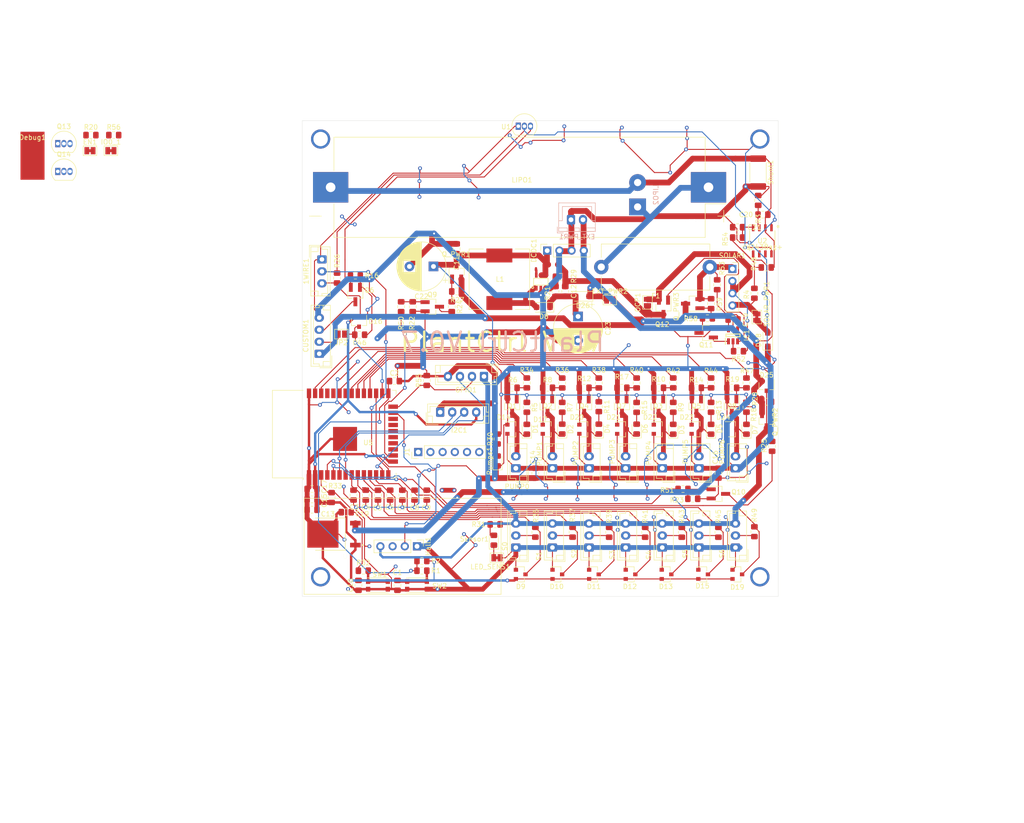
<source format=kicad_pcb>
(kicad_pcb (version 20171130) (host pcbnew "(5.1.5)-3")
  (layers (0 F.Cu signal) (31 B.Cu signal) (34 B.Paste user) (35 F.Paste user) (36 B.SilkS user) (37 F.SilkS user) (38 B.Mask user) (39 F.Mask user) (44 Edge.Cuts user))
  (net 0 "")
  (net 1 PLANT1_PUMP)
  (net 2 PLANT2_PUMP)
  (net 3 PLANT3_PUMP)
  (net 4 PLANT4_PUMP)
  (net 5 PLANT5_PUMP)
  (net 6 PLANT6_PUMP)
  (net 7 GND)
  (net 8 PLANT6_MOIST)
  (net 9 PLANT5_MOIST)
  (net 10 PLANT4_MOIST)
  (net 11 PLANT3_MOIST)
  (net 12 PLANT2_MOIST)
  (net 13 PLANT1_MOIST)
  (net 14 PLANT_CTRL_PUMP_0)
  (net 15 PUMP_PWR)
  (net 16 PWR_PUMP_CONVERTER)
  (net 17 3_3V)
  (net 18 Temp)
  (net 19 PLANT0_PUMP)
  (net 20 CUSTOM_GPIO)
  (net 21 PWR_SENSORS)
  (net 22 PLANT0_MOIST)
  (net 23 "Net-(C1-Pad2)")
  (net 24 "Net-(R35-Pad1)")
  (net 25 PLANT_CTRL_PUMP_1)
  (net 26 "Net-(R37-Pad1)")
  (net 27 PLANT_CTRL_PUMP_2)
  (net 28 "Net-(R39-Pad1)")
  (net 29 PLANT_CTRL_PUMP_3)
  (net 30 "Net-(R41-Pad1)")
  (net 31 PLANT_CTRL_PUMP_4)
  (net 32 "Net-(R43-Pad1)")
  (net 33 PLANT_CTRL_PUMP_5)
  (net 34 "Net-(R45-Pad1)")
  (net 35 PLANT_CTRL_PUMP_6)
  (net 36 "Net-(R49-Pad1)")
  (net 37 PUMP_ENABLE)
  (net 38 SENSORS_ENABLE)
  (net 39 "Net-(C10-Pad2)")
  (net 40 VCC_BATT)
  (net 41 LIPO_OC)
  (net 42 "Net-(D8-Pad2)")
  (net 43 "Net-(IC1-Pad2)")
  (net 44 "Net-(R21-Pad2)")
  (net 45 "Net-(D1-Pad2)")
  (net 46 "Net-(D2-Pad2)")
  (net 47 "Net-(D3-Pad2)")
  (net 48 "Net-(D4-Pad2)")
  (net 49 "Net-(D5-Pad2)")
  (net 50 "Net-(D6-Pad2)")
  (net 51 "Net-(D7-Pad2)")
  (net 52 "Net-(Pumps1-Pad2)")
  (net 53 "Net-(Q1-Pad1)")
  (net 54 "Net-(Q2-Pad1)")
  (net 55 "Net-(Q3-Pad1)")
  (net 56 "Net-(Q4-Pad1)")
  (net 57 "Net-(Q5-Pad1)")
  (net 58 "Net-(Q6-Pad1)")
  (net 59 "Net-(Q7-Pad1)")
  (net 60 "Net-(Q8-Pad1)")
  (net 61 "Net-(Q9-Pad3)")
  (net 62 "Net-(Q9-Pad1)")
  (net 63 "Net-(Q10-Pad3)")
  (net 64 "Net-(Q10-Pad1)")
  (net 65 "Net-(Q_PWR1-Pad1)")
  (net 66 "Net-(Q_PWR2-Pad1)")
  (net 67 "Net-(R31-Pad1)")
  (net 68 "Net-(C12-Pad1)")
  (net 69 "Net-(C19-Pad2)")
  (net 70 VCC)
  (net 71 "Net-(C18-Pad2)")
  (net 72 enable_all)
  (net 73 "Net-(Q_PWR3-Pad1)")
  (net 74 SOLAR_IN)
  (net 75 "Net-(C2-Pad2)")
  (net 76 "Net-(C20-Pad1)")
  (net 77 "Net-(D18-Pad2)")
  (net 78 VCC_BAT_FUSED)
  (net 79 "Net-(I2C1-Pad3)")
  (net 80 "Net-(I2C1-Pad2)")
  (net 81 "Net-(IC1-Pad1)")
  (net 82 SOLAR_GND)
  (net 83 "Net-(R4-Pad1)")
  (net 84 "Net-(C21-Pad1)")
  (net 85 "Net-(CUSTOM1-Pad3)")
  (net 86 "Net-(CUSTOM1-Pad2)")
  (net 87 "Net-(GPIO1-Pad3)")
  (net 88 "Net-(GPIO1-Pad2)")
  (net 89 "Net-(LED_SENS1-Pad1)")
  (net 90 Rsense+)
  (net 91 HALL_TX)
  (net 92 "Net-(Debug1-Pad1)")
  (net 93 EN)
  (net 94 IO0)
  (net 95 RTS)
  (net 96 "Net-(Q13-Pad2)")
  (net 97 DTR)
  (net 98 "Net-(Q14-Pad2)")
  (net 99 ESP_RX)
  (net 100 ESP_TX)
  (module Connector_PinHeader_2.54mm:PinHeader_1x06_P2.54mm_Vertical (layer F.Cu) (at 194.31 109.6518 90)
    (fp_text reference J1 (at 0 -2.33 90) (layer F.SilkS))
    (fp_text value Conn_01x06_Female)
    (pad 6 thru_hole oval (at 0 12.7 90) (size 1.7 1.7) (drill 1) (layers *.Cu *.Mask) (net 7 GND))
    (pad 5 thru_hole oval (at 0 10.16 90) (size 1.7 1.7) (drill 1) (layers *.Cu *.Mask) (net 95 RTS))
    (pad 4 thru_hole oval (at 0 7.62 90) (size 1.7 1.7) (drill 1) (layers *.Cu *.Mask))
    (pad 3 thru_hole oval (at 0 5.08 90) (size 1.7 1.7) (drill 1) (layers *.Cu *.Mask) (net 99 ESP_RX))
    (pad 2 thru_hole oval (at 0 2.54 90) (size 1.7 1.7) (drill 1) (layers *.Cu *.Mask) (net 100 ESP_TX))
    (pad 1 thru_hole rect (at 0 0 90) (size 1.7 1.7) (drill 1) (layers *.Cu *.Mask) (net 97 DTR))
  )
  (module Resistor_SMD:R_0805_2012Metric_Pad1.15x1.40mm_HandSolder (layer F.Cu) (at 130.9306 43.6298)
    (fp_text reference R56 (at 0 -1.65) (layer F.SilkS))
    (fp_text value 10k)
    (pad 2 smd roundrect (at 1.025 0) (size 1.15 1.4) (layers F.Cu F.Paste F.Mask) (roundrect_rratio 0.217391) (net 95 RTS))
    (pad 1 smd roundrect (at -1.025 0) (size 1.15 1.4) (layers F.Cu F.Paste F.Mask) (roundrect_rratio 0.217391) (net 98 "Net-(Q14-Pad2)"))
  )
  (module Resistor_SMD:R_0805_2012Metric_Pad1.15x1.40mm_HandSolder (layer F.Cu) (at 126.1806 43.6298)
    (fp_text reference R20 (at 0 -1.65) (layer F.SilkS))
    (fp_text value 10k)
    (pad 2 smd roundrect (at 1.025 0) (size 1.15 1.4) (layers F.Cu F.Paste F.Mask) (roundrect_rratio 0.217391) (net 97 DTR))
    (pad 1 smd roundrect (at -1.025 0) (size 1.15 1.4) (layers F.Cu F.Paste F.Mask) (roundrect_rratio 0.217391) (net 96 "Net-(Q13-Pad2)"))
  )
  (module Package_TO_SOT_THT:TO-92_Inline (layer F.Cu) (at 119.2806 51.1998)
    (fp_text reference Q14 (at 1.27 -3.56) (layer F.SilkS))
    (fp_text value BC337)
    (pad 1 thru_hole rect (at 0 0) (size 1.05 1.5) (drill 0.75) (layers *.Cu *.Mask) (net 94 IO0))
    (pad 3 thru_hole oval (at 2.54 0) (size 1.05 1.5) (drill 0.75) (layers *.Cu *.Mask) (net 97 DTR))
    (pad 2 thru_hole oval (at 1.27 0) (size 1.05 1.5) (drill 0.75) (layers *.Cu *.Mask) (net 98 "Net-(Q14-Pad2)"))
  )
  (module Package_TO_SOT_THT:TO-92_Inline (layer F.Cu) (at 119.2806 45.4098)
    (fp_text reference Q13 (at 1.27 -3.56) (layer F.SilkS))
    (fp_text value BC337)
    (pad 1 thru_hole rect (at 0 0) (size 1.05 1.5) (drill 0.75) (layers *.Cu *.Mask) (net 93 EN))
    (pad 3 thru_hole oval (at 2.54 0) (size 1.05 1.5) (drill 0.75) (layers *.Cu *.Mask) (net 95 RTS))
    (pad 2 thru_hole oval (at 1.27 0) (size 1.05 1.5) (drill 0.75) (layers *.Cu *.Mask) (net 96 "Net-(Q13-Pad2)"))
  )
  (module Jumper:SolderJumper-2_P1.3mm_Bridged_Pad1.0x1.5mm (layer F.Cu) (at 130.3306 46.8798)
    (fp_text reference IO0_1 (at 0 -1.8) (layer F.SilkS))
    (fp_text value NC)
    (fp_poly (pts (xy -0.25 -0.3) (xy 0.25 -0.3) (xy 0.25 0.3) (xy -0.25 0.3)) (layer F.Cu) (width 0))
    (pad 2 smd rect (at 0.65 0) (size 1 1.5) (layers F.Cu F.Mask) (net 94 IO0))
    (pad 1 smd rect (at -0.65 0) (size 1 1.5) (layers F.Cu F.Mask) (net 75 "Net-(C2-Pad2)"))
  )
  (module Jumper:SolderJumper-2_P1.3mm_Bridged_Pad1.0x1.5mm (layer F.Cu) (at 125.9806 46.8798)
    (fp_text reference EN1 (at 0 -1.8) (layer F.SilkS))
    (fp_text value NC)
    (fp_poly (pts (xy -0.25 -0.3) (xy 0.25 -0.3) (xy 0.25 0.3) (xy -0.25 0.3)) (layer F.Cu) (width 0))
    (pad 2 smd rect (at 0.65 0) (size 1 1.5) (layers F.Cu F.Mask) (net 93 EN))
    (pad 1 smd rect (at -0.65 0) (size 1 1.5) (layers F.Cu F.Mask) (net 69 "Net-(C19-Pad2)"))
  )
  (module Connector_Wire:SolderWirePad_1x01_SMD_5x10mm (layer F.Cu) (at 114.0206 47.9298)
    (fp_text reference Debug1 (at 0 -3.81) (layer F.SilkS))
    (fp_text value Conn_01x01_Male)
    (pad 1 smd rect (at 0 0) (size 5 10) (layers F.Cu F.Paste F.Mask) (net 92 "Net-(Debug1-Pad1)"))
  )
  (module Capacitor_SMD:C_0805_2012Metric_Pad1.15x1.40mm_HandSolder (layer F.Cu) (at 266.065 60.198)
    (fp_text reference C20 (at -3.5306 0) (layer F.SilkS))
    (fp_text value 100n)
    (pad 2 smd roundrect (at 1.025 0) (size 1.15 1.4) (layers F.Cu F.Paste F.Mask) (roundrect_rratio 0.217391) (net 90 Rsense+))
    (pad 1 smd roundrect (at -1.025 0) (size 1.15 1.4) (layers F.Cu F.Paste F.Mask) (roundrect_rratio 0.217391) (net 76 "Net-(C20-Pad1)"))
  )
  (module Connector_JST:JST_EH_B4B-EH-A_1x04_P2.50mm_Vertical (layer F.Cu) (at 208.0006 93.9038 180)
    (fp_text reference GPIO1 (at 3.75 -2.8) (layer F.SilkS))
    (fp_text value Conn_01x04_Female)
    (pad 4 thru_hole oval (at 7.5 0 180) (size 1.7 1.95) (drill 0.95) (layers *.Cu *.Mask) (net 7 GND))
    (pad 3 thru_hole oval (at 5 0 180) (size 1.7 1.95) (drill 0.95) (layers *.Cu *.Mask) (net 87 "Net-(GPIO1-Pad3)"))
    (pad 2 thru_hole oval (at 2.5 0 180) (size 1.7 1.95) (drill 0.95) (layers *.Cu *.Mask) (net 88 "Net-(GPIO1-Pad2)"))
    (pad 1 thru_hole roundrect (at 0 0 180) (size 1.7 1.95) (drill 0.95) (layers *.Cu *.Mask) (roundrect_rratio 0.147059) (net 21 PWR_SENSORS))
  )
  (module Capacitor_THT:CP_Radial_D10.0mm_P5.00mm (layer F.Cu) (at 227.584 81.407 270)
    (fp_text reference C23 (at 2.5 -6.25 90) (layer F.SilkS))
    (fp_text value 1000uF)
    (pad 2 thru_hole circle (at 5 0 270) (size 2 2) (drill 1) (layers *.Cu *.Mask) (net 7 GND))
    (pad 1 thru_hole rect (at 0 0 270) (size 2 2) (drill 1) (layers *.Cu *.Mask) (net 68 "Net-(C12-Pad1)"))
  )
  (module Capacitor_THT:CP_Radial_D10.0mm_P5.00mm (layer F.Cu) (at 197.485 70.993 180)
    (fp_text reference C22 (at 2.5 -6.25) (layer F.SilkS))
    (fp_text value 1000uF)
    (pad 2 thru_hole circle (at 5 0 180) (size 2 2) (drill 1) (layers *.Cu *.Mask) (net 7 GND))
    (pad 1 thru_hole rect (at 0 0 180) (size 2 2) (drill 1) (layers *.Cu *.Mask) (net 16 PWR_PUMP_CONVERTER))
  )
  (module Resistor_SMD:R_0805_2012Metric_Pad1.15x1.40mm_HandSolder (layer F.Cu) (at 196.088 94.742 90)
    (fp_text reference R55 (at 0 -1.65 90) (layer F.SilkS))
    (fp_text value 10k)
    (pad 2 smd roundrect (at 1.025 0 90) (size 1.15 1.4) (layers F.Cu F.Paste F.Mask) (roundrect_rratio 0.217391) (net 7 GND))
    (pad 1 smd roundrect (at -1.025 0 90) (size 1.15 1.4) (layers F.Cu F.Paste F.Mask) (roundrect_rratio 0.217391) (net 88 "Net-(GPIO1-Pad2)"))
  )
  (module Resistor_SMD:R_0805_2012Metric_Pad1.15x1.40mm_HandSolder (layer F.Cu) (at 221.234 96.266)
    (fp_text reference R8 (at 0 -1.65) (layer F.SilkS))
    (fp_text value 10k)
    (pad 2 smd roundrect (at 1.025 0) (size 1.15 1.4) (layers F.Cu F.Paste F.Mask) (roundrect_rratio 0.217391) (net 54 "Net-(Q2-Pad1)"))
    (pad 1 smd roundrect (at -1.025 0) (size 1.15 1.4) (layers F.Cu F.Paste F.Mask) (roundrect_rratio 0.217391) (net 7 GND))
  )
  (module Jumper:SolderJumper-2_P1.3mm_Bridged_Pad1.0x1.5mm (layer F.Cu) (at 264.795 81.534 90)
    (fp_text reference SOLAR_PWR1 (at 2.7178 2.0574 90) (layer F.SilkS))
    (fp_text value NC)
    (fp_poly (pts (xy -0.25 -0.3) (xy 0.25 -0.3) (xy 0.25 0.3) (xy -0.25 0.3)) (layer F.Cu) (width 0))
    (pad 2 smd rect (at 0.65 0 90) (size 1 1.5) (layers F.Cu F.Mask) (net 74 SOLAR_IN))
    (pad 1 smd rect (at -0.65 0 90) (size 1 1.5) (layers F.Cu F.Mask) (net 77 "Net-(D18-Pad2)"))
  )
  (module Connector_PinSocket_2.54mm:PinSocket_1x04_P2.54mm_Vertical (layer F.Cu) (at 259.715 71.501)
    (fp_text reference SOLAR1 (at 0 -2.77) (layer F.SilkS))
    (fp_text value Conn_01x04)
    (pad 4 thru_hole oval (at 0 7.62) (size 1.7 1.7) (drill 1) (layers *.Cu *.Mask) (net 74 SOLAR_IN))
    (pad 3 thru_hole oval (at 0 5.08) (size 1.7 1.7) (drill 1) (layers *.Cu *.Mask) (net 82 SOLAR_GND))
    (pad 2 thru_hole oval (at 0 2.54) (size 1.7 1.7) (drill 1) (layers *.Cu *.Mask) (net 82 SOLAR_GND))
    (pad 1 thru_hole rect (at 0 0) (size 1.7 1.7) (drill 1) (layers *.Cu *.Mask) (net 78 VCC_BAT_FUSED))
  )
  (module Jumper:SolderJumper-2_P1.3mm_Open_Pad1.0x1.5mm (layer F.Cu) (at 242.0366 78.486 270)
    (fp_text reference OCP1 (at 0 2.032 90) (layer F.SilkS))
    (fp_text value SolderJumper_2_Open)
    (pad 1 smd rect (at -0.65 0 270) (size 1 1.5) (layers F.Cu F.Mask) (net 82 SOLAR_GND))
    (pad 2 smd rect (at 0.65 0 270) (size 1 1.5) (layers F.Cu F.Mask) (net 7 GND))
  )
  (module Connector_Wire:SolderWirePad_1x02_P5.08mm_Drill1.5mm (layer B.Cu) (at 239.9792 58.5978 90)
    (fp_text reference LIPO2 (at 2.54 3.81 -90) (layer B.SilkS) (effects (justify mirror)))
    (fp_text value Conn_01x02_Female)
    (pad 2 thru_hole circle (at 5.08 0 90) (size 3.50012 3.50012) (drill 1.50114) (layers *.Cu *.Mask) (net 90 Rsense+))
    (pad 1 thru_hole rect (at 0 0 90) (size 3.50012 3.50012) (drill 1.50114) (layers *.Cu *.Mask) (net 40 VCC_BATT))
  )
  (module misc_footprints:BatteryHolder_Keystone_1042_1x18650 (layer F.Cu) (at 215.4066 54.5084 180)
    (fp_text reference LIPO1 (at -0.4934 1.524) (layer F.SilkS))
    (fp_text value Conn_01x02_Female)
    (pad 1 thru_hole rect (at -39.33 0 180) (size 7.34 6.35) (drill 2) (layers *.Cu *.Mask) (net 40 VCC_BATT))
    (pad 2 thru_hole rect (at 39.33 0 180) (size 7.34 6.35) (drill 2) (layers *.Cu *.Mask) (net 90 Rsense+))
    (pad "" np_thru_hole circle (at 27.6 -8 180) (size 3.45 3.45) (drill 3.45) (layers *.Cu *.Mask))
    (pad "" np_thru_hole circle (at -27.6 8 180) (size 3.45 3.45) (drill 3.45) (layers *.Cu *.Mask))
    (pad "" np_thru_hole circle (at -35.93 -8 180) (size 2.39 2.39) (drill 2.39) (layers *.Cu *.Mask))
  )
  (module Jumper:SolderJumper-2_P1.3mm_Bridged_Pad1.0x1.5mm (layer F.Cu) (at 210.693 131.6736)
    (fp_text reference LED_SENS1 (at -1.3716 1.8796) (layer F.SilkS))
    (fp_text value NC)
    (fp_poly (pts (xy -0.25 -0.3) (xy 0.25 -0.3) (xy 0.25 0.3) (xy -0.25 0.3)) (layer F.Cu) (width 0))
    (pad 2 smd rect (at 0.65 0) (size 1 1.5) (layers F.Cu F.Mask) (net 7 GND))
    (pad 1 smd rect (at -0.65 0) (size 1 1.5) (layers F.Cu F.Mask) (net 89 "Net-(LED_SENS1-Pad1)"))
  )
  (module Jumper:SolderJumper-2_P1.3mm_Open_Pad1.0x1.5mm (layer F.Cu) (at 234.188 77.978)
    (fp_text reference EXT_PWR2 (at 0 -1.8) (layer F.SilkS))
    (fp_text value SolderJumper_2_Open)
    (pad 1 smd rect (at -0.65 0) (size 1 1.5) (layers F.Cu F.Mask) (net 15 PUMP_PWR))
    (pad 2 smd rect (at 0.65 0) (size 1 1.5) (layers F.Cu F.Mask) (net 70 VCC))
  )
  (module Connector_JST:JST_XH_B2B-XH-A_1x02_P2.50mm_Vertical (layer B.Cu) (at 226.1108 61.2648)
    (fp_text reference EXT_PWR1 (at 1.25 3.55) (layer B.SilkS) (effects (justify mirror)))
    (fp_text value Conn_01x02)
    (pad 2 thru_hole oval (at 2.5 0) (size 1.7 2) (drill 1) (layers *.Cu *.Mask) (net 15 PUMP_PWR))
    (pad 1 thru_hole roundrect (at 0 0) (size 1.7 2) (drill 1) (layers *.Cu *.Mask) (roundrect_rratio 0.147059) (net 7 GND))
  )
  (module Connector_PinSocket_2.54mm:PinSocket_1x04_P2.54mm_Vertical (layer F.Cu) (at 221.1578 67.691 90)
    (fp_text reference DCDC1 (at 0 -2.77 90) (layer F.SilkS))
    (fp_text value Conn_01x04)
    (pad 4 thru_hole oval (at 0 7.62 90) (size 1.7 1.7) (drill 1) (layers *.Cu *.Mask) (net 15 PUMP_PWR))
    (pad 3 thru_hole oval (at 0 5.08 90) (size 1.7 1.7) (drill 1) (layers *.Cu *.Mask) (net 7 GND))
    (pad 2 thru_hole oval (at 0 2.54 90) (size 1.7 1.7) (drill 1) (layers *.Cu *.Mask) (net 7 GND))
    (pad 1 thru_hole rect (at 0 0 90) (size 1.7 1.7) (drill 1) (layers *.Cu *.Mask) (net 16 PWR_PUMP_CONVERTER))
  )
  (module Connector_JST:JST_EH_B4B-EH-A_1x04_P2.50mm_Vertical (layer F.Cu) (at 173.7106 89.1794 90)
    (fp_text reference CUSTOM1 (at 3.75 -2.8 90) (layer F.SilkS))
    (fp_text value Conn_01x04)
    (pad 4 thru_hole oval (at 7.5 0 90) (size 1.7 1.95) (drill 0.95) (layers *.Cu *.Mask) (net 7 GND))
    (pad 3 thru_hole oval (at 5 0 90) (size 1.7 1.95) (drill 0.95) (layers *.Cu *.Mask) (net 85 "Net-(CUSTOM1-Pad3)"))
    (pad 2 thru_hole oval (at 2.5 0 90) (size 1.7 1.95) (drill 0.95) (layers *.Cu *.Mask) (net 86 "Net-(CUSTOM1-Pad2)"))
    (pad 1 thru_hole roundrect (at 0 0 90) (size 1.7 1.95) (drill 0.95) (layers *.Cu *.Mask) (roundrect_rratio 0.147059) (net 70 VCC))
  )
  (module Connector_JST:JST_EH_B3B-EH-A_1x03_P2.50mm_Vertical (layer F.Cu) (at 174.2694 69.5198 270)
    (fp_text reference 1WIRE1 (at 2.4892 3.302 90) (layer F.SilkS))
    (fp_text value Conn_01x03)
    (pad 3 thru_hole oval (at 5 0 270) (size 1.7 1.95) (drill 0.95) (layers *.Cu *.Mask) (net 17 3_3V))
    (pad 2 thru_hole oval (at 2.5 0 270) (size 1.7 1.95) (drill 0.95) (layers *.Cu *.Mask) (net 18 Temp))
    (pad 1 thru_hole roundrect (at 0 0 270) (size 1.7 1.95) (drill 0.95) (layers *.Cu *.Mask) (roundrect_rratio 0.147059) (net 7 GND))
  )
  (module misc_footprints:ds2438az&plus_ (layer F.Cu) (at 265.938 65.659 270)
    (fp_text reference U2 (at 0 0 180) (layer F.SilkS))
    (fp_text value ds2438az+ (at 1.2954 0 180) (layer F.SilkS))
    (fp_text user * (at -2.97815 -3.5814 90) (layer F.SilkS))
    (fp_text user * (at -2.97815 -3.5814 90) (layer F.SilkS))
    (pad 8 smd rect (at 2.72415 -1.905 270) (size 1.4605 0.5334) (layers F.Cu F.Paste F.Mask) (net 18 Temp))
    (pad 7 smd rect (at 2.72415 -0.635 270) (size 1.4605 0.5334) (layers F.Cu F.Paste F.Mask))
    (pad 6 smd rect (at 2.72415 0.635 270) (size 1.4605 0.5334) (layers F.Cu F.Paste F.Mask))
    (pad 5 smd rect (at 2.72415 1.905 270) (size 1.4605 0.5334) (layers F.Cu F.Paste F.Mask) (net 70 VCC))
    (pad 4 smd rect (at -2.72415 1.905 270) (size 1.4605 0.5334) (layers F.Cu F.Paste F.Mask) (net 84 "Net-(C21-Pad1)"))
    (pad 3 smd rect (at -2.72415 0.635 270) (size 1.4605 0.5334) (layers F.Cu F.Paste F.Mask) (net 76 "Net-(C20-Pad1)"))
    (pad 2 smd rect (at -2.72415 -0.635 270) (size 1.4605 0.5334) (layers F.Cu F.Paste F.Mask) (net 90 Rsense+))
    (pad 1 smd rect (at -2.72415 -1.905 270) (size 1.4605 0.5334) (layers F.Cu F.Paste F.Mask) (net 7 GND))
  )
  (module Resistor_SMD:R_0805_2012Metric_Pad1.15x1.40mm_HandSolder (layer F.Cu) (at 260.7818 64.9732)
    (fp_text reference R54 (at -2.5564 0.3302 270) (layer F.SilkS))
    (fp_text value 100k)
    (pad 2 smd roundrect (at 1.025 0) (size 1.15 1.4) (layers F.Cu F.Paste F.Mask) (roundrect_rratio 0.217391) (net 84 "Net-(C21-Pad1)"))
    (pad 1 smd roundrect (at -1.025 0) (size 1.15 1.4) (layers F.Cu F.Paste F.Mask) (roundrect_rratio 0.217391) (net 83 "Net-(R4-Pad1)"))
  )
  (module Capacitor_SMD:C_0805_2012Metric_Pad1.15x1.40mm_HandSolder (layer F.Cu) (at 260.7908 62.8142 180)
    (fp_text reference C21 (at -3.5052 -0.0508) (layer F.SilkS))
    (fp_text value 100n)
    (pad 2 smd roundrect (at 1.025 0 180) (size 1.15 1.4) (layers F.Cu F.Paste F.Mask) (roundrect_rratio 0.217391) (net 7 GND))
    (pad 1 smd roundrect (at -1.025 0 180) (size 1.15 1.4) (layers F.Cu F.Paste F.Mask) (roundrect_rratio 0.217391) (net 84 "Net-(C21-Pad1)"))
  )
  (module Resistor_SMD:R_2512_6332Metric (layer F.Cu) (at 265.049 51.435 270)
    (fp_text reference Shunt1 (at 0 -2.62 90) (layer F.SilkS))
    (fp_text value 0.100)
    (pad 1 smd roundrect (at -2.9 0 270) (size 1.35 3.35) (layers F.Cu F.Paste F.Mask) (roundrect_rratio 0.185185) (net 90 Rsense+))
    (pad 2 smd roundrect (at 2.9 0 270) (size 1.35 3.35) (layers F.Cu F.Paste F.Mask) (roundrect_rratio 0.185185) (net 7 GND))
  )
  (module Resistor_SMD:R_0805_2012Metric_Pad1.15x1.40mm_HandSolder (layer F.Cu) (at 266.7508 71.1962 180)
    (fp_text reference R48 (at 2.5654 0.7366 270) (layer F.SilkS))
    (fp_text value 10k)
    (pad 2 smd roundrect (at 1.025 0 180) (size 1.15 1.4) (layers F.Cu F.Paste F.Mask) (roundrect_rratio 0.217391) (net 83 "Net-(R4-Pad1)"))
    (pad 1 smd roundrect (at -1.025 0 180) (size 1.15 1.4) (layers F.Cu F.Paste F.Mask) (roundrect_rratio 0.217391) (net 90 Rsense+))
  )
  (module Resistor_SMD:R_0805_2012Metric_Pad1.15x1.40mm_HandSolder (layer F.Cu) (at 264.287 76.581 270)
    (fp_text reference R4 (at 0.254 1.6256 90) (layer F.SilkS))
    (fp_text value 10k)
    (pad 2 smd roundrect (at 1.025 0 270) (size 1.15 1.4) (layers F.Cu F.Paste F.Mask) (roundrect_rratio 0.217391) (net 74 SOLAR_IN))
    (pad 1 smd roundrect (at -1.025 0 270) (size 1.15 1.4) (layers F.Cu F.Paste F.Mask) (roundrect_rratio 0.217391) (net 83 "Net-(R4-Pad1)"))
  )
  (module Resistor_SMD:R_0805_2012Metric_Pad1.15x1.40mm_HandSolder (layer F.Cu) (at 265.0744 57.2352 270)
    (fp_text reference R3 (at 3.8354 -0.0762 90) (layer F.SilkS))
    (fp_text value 100k)
    (pad 2 smd roundrect (at 1.025 0 270) (size 1.15 1.4) (layers F.Cu F.Paste F.Mask) (roundrect_rratio 0.217391) (net 76 "Net-(C20-Pad1)"))
    (pad 1 smd roundrect (at -1.025 0 270) (size 1.15 1.4) (layers F.Cu F.Paste F.Mask) (roundrect_rratio 0.217391) (net 7 GND))
  )
  (module Connector_JST:JST_EH_B4B-EH-A_1x04_P2.50mm_Vertical (layer F.Cu) (at 198.882 101.346)
    (fp_text reference I2C1 (at 3.937 3.7592) (layer F.SilkS))
    (fp_text value Conn_01x04_Female)
    (pad 4 thru_hole oval (at 7.5 0) (size 1.7 1.95) (drill 0.95) (layers *.Cu *.Mask) (net 17 3_3V))
    (pad 3 thru_hole oval (at 5 0) (size 1.7 1.95) (drill 0.95) (layers *.Cu *.Mask) (net 79 "Net-(I2C1-Pad3)"))
    (pad 2 thru_hole oval (at 2.5 0) (size 1.7 1.95) (drill 0.95) (layers *.Cu *.Mask) (net 80 "Net-(I2C1-Pad2)"))
    (pad 1 thru_hole roundrect (at 0 0) (size 1.7 1.95) (drill 0.95) (layers *.Cu *.Mask) (roundrect_rratio 0.147059) (net 7 GND))
  )
  (module Diode_SMD:D_SOD-123F (layer F.Cu) (at 267.081 86.233 90)
    (fp_text reference D18 (at -0.127 -1.905 90) (layer F.SilkS))
    (fp_text value "40V >2A")
    (pad 2 smd rect (at 1.4 0 90) (size 1.1 1.1) (layers F.Cu F.Paste F.Mask) (net 77 "Net-(D18-Pad2)"))
    (pad 1 smd rect (at -1.4 0 90) (size 1.1 1.1) (layers F.Cu F.Paste F.Mask) (net 15 PUMP_PWR))
  )
  (module Package_TO_SOT_SMD:SOT-23_Handsoldering (layer F.Cu) (at 266.827 103.124 270)
    (fp_text reference Q_PWR2 (at 0.254 -1.778 90) (layer F.SilkS))
    (fp_text value "P-channel 50v 4A")
    (pad 3 smd rect (at 1.5 0 270) (size 1.9 0.8) (layers F.Cu F.Paste F.Mask) (net 21 PWR_SENSORS))
    (pad 2 smd rect (at -1.5 0.95 270) (size 1.9 0.8) (layers F.Cu F.Paste F.Mask) (net 70 VCC))
    (pad 1 smd rect (at -1.5 -0.95 270) (size 1.9 0.8) (layers F.Cu F.Paste F.Mask) (net 66 "Net-(Q_PWR2-Pad1)"))
  )
  (module misc_footprints:SOT-23-6 (layer F.Cu) (at 219.837 74.168 90)
    (fp_text reference U4 (at 0.076237 -0.079439 270) (layer F.SilkS) (effects (font (size 0.600291 0.600291) (thickness 0.015))))
    (fp_text value SX1308)
    (pad 5 smd rect (at 1.35 0 90) (size 1 0.55) (layers F.Cu F.Paste F.Mask) (net 16 PWR_PUMP_CONVERTER))
    (pad 6 smd rect (at 1.35 -0.95 90) (size 1 0.55) (layers F.Cu F.Paste F.Mask))
    (pad 4 smd rect (at 1.35 0.95 90) (size 1 0.55) (layers F.Cu F.Paste F.Mask) (net 16 PWR_PUMP_CONVERTER))
    (pad 3 smd rect (at -1.35 0.95 90) (size 1 0.55) (layers F.Cu F.Paste F.Mask) (net 44 "Net-(R21-Pad2)"))
    (pad 1 smd rect (at -1.35 -0.95 90) (size 1 0.55) (layers F.Cu F.Paste F.Mask) (net 42 "Net-(D8-Pad2)"))
    (pad 2 smd rect (at -1.35 0 90) (size 1 0.55) (layers F.Cu F.Paste F.Mask) (net 7 GND))
  )
  (module ESP32:DPAK457P991X255-3N (layer F.Cu) (at 176.784 126.746 180)
    (fp_text reference U3 (at -2.825 -4.635) (layer F.SilkS) (effects (font (thickness 0.015))))
    (fp_text value LP38690DT-3.3)
    (pad 4 smd rect (at 2.32 0 180) (size 6.49 5.63) (layers F.Cu F.Mask) (net 7 GND))
    (pad 3 smd rect (at -4.45 2.285 180) (size 2.22 0.96) (layers F.Cu F.Paste F.Mask) (net 70 VCC))
    (pad 1 smd rect (at -4.45 -2.285 180) (size 2.22 0.96) (layers F.Cu F.Paste F.Mask) (net 17 3_3V))
  )
  (module Resistor_SMD:R_0805_2012Metric_Pad1.15x1.40mm_HandSolder (layer F.Cu) (at 256.54 74.803 270)
    (fp_text reference R53 (at -3.429 -1.016 90) (layer F.SilkS))
    (fp_text value 100)
    (pad 2 smd roundrect (at 1.025 0 270) (size 1.15 1.4) (layers F.Cu F.Paste F.Mask) (roundrect_rratio 0.217391) (net 39 "Net-(C10-Pad2)"))
    (pad 1 smd roundrect (at -1.025 0 270) (size 1.15 1.4) (layers F.Cu F.Paste F.Mask) (roundrect_rratio 0.217391) (net 78 VCC_BAT_FUSED))
  )
  (module Resistor_SMD:R_0805_2012Metric_Pad1.15x1.40mm_HandSolder (layer F.Cu) (at 260.985 88.646 180)
    (fp_text reference R52 (at 0 -1.65) (layer F.SilkS))
    (fp_text value 1k)
    (pad 2 smd roundrect (at 1.025 0 180) (size 1.15 1.4) (layers F.Cu F.Paste F.Mask) (roundrect_rratio 0.217391) (net 43 "Net-(IC1-Pad2)"))
    (pad 1 smd roundrect (at -1.025 0 180) (size 1.15 1.4) (layers F.Cu F.Paste F.Mask) (roundrect_rratio 0.217391) (net 82 SOLAR_GND))
  )
  (module Resistor_SMD:R_0805_2012Metric_Pad1.15x1.40mm_HandSolder (layer F.Cu) (at 249.428 117.348 180)
    (fp_text reference R51 (at 3.302 -0.254) (layer F.SilkS))
    (fp_text value 1k)
    (pad 2 smd roundrect (at 1.025 0 180) (size 1.15 1.4) (layers F.Cu F.Paste F.Mask) (roundrect_rratio 0.217391) (net 38 SENSORS_ENABLE))
    (pad 1 smd roundrect (at -1.025 0 180) (size 1.15 1.4) (layers F.Cu F.Paste F.Mask) (roundrect_rratio 0.217391) (net 64 "Net-(Q10-Pad1)"))
  )
  (module Resistor_SMD:R_0805_2012Metric_Pad1.15x1.40mm_HandSolder (layer F.Cu) (at 190.754 79.375 270)
    (fp_text reference R50 (at 3.429 0 90) (layer F.SilkS))
    (fp_text value 1k)
    (pad 2 smd roundrect (at 1.025 0 270) (size 1.15 1.4) (layers F.Cu F.Paste F.Mask) (roundrect_rratio 0.217391) (net 37 PUMP_ENABLE))
    (pad 1 smd roundrect (at -1.025 0 270) (size 1.15 1.4) (layers F.Cu F.Paste F.Mask) (roundrect_rratio 0.217391) (net 62 "Net-(Q9-Pad1)"))
  )
  (module Resistor_SMD:R_0805_2012Metric_Pad1.15x1.40mm_HandSolder (layer F.Cu) (at 182.118 85.217 180)
    (fp_text reference R46 (at 0 -1.65) (layer F.SilkS))
    (fp_text value 1k)
    (pad 2 smd roundrect (at 1.025 0 180) (size 1.15 1.4) (layers F.Cu F.Paste F.Mask) (roundrect_rratio 0.217391) (net 20 CUSTOM_GPIO))
    (pad 1 smd roundrect (at -1.025 0 180) (size 1.15 1.4) (layers F.Cu F.Paste F.Mask) (roundrect_rratio 0.217391) (net 58 "Net-(Q6-Pad1)"))
  )
  (module Resistor_SMD:R_0805_2012Metric_Pad1.15x1.40mm_HandSolder (layer F.Cu) (at 223.901 73.152)
    (fp_text reference R29 (at 2.794 -0.127 90) (layer F.SilkS))
    (fp_text value 1k)
    (pad 2 smd roundrect (at 1.025 0) (size 1.15 1.4) (layers F.Cu F.Paste F.Mask) (roundrect_rratio 0.217391) (net 7 GND))
    (pad 1 smd roundrect (at -1.025 0) (size 1.15 1.4) (layers F.Cu F.Paste F.Mask) (roundrect_rratio 0.217391) (net 44 "Net-(R21-Pad2)"))
  )
  (module Resistor_SMD:R_0805_2012Metric_Pad1.15x1.40mm_HandSolder (layer F.Cu) (at 266.827 99.187 180)
    (fp_text reference R28 (at 2.413 0.635 90) (layer F.SilkS))
    (fp_text value 10k)
    (pad 2 smd roundrect (at 1.025 0 180) (size 1.15 1.4) (layers F.Cu F.Paste F.Mask) (roundrect_rratio 0.217391) (net 70 VCC))
    (pad 1 smd roundrect (at -1.025 0 180) (size 1.15 1.4) (layers F.Cu F.Paste F.Mask) (roundrect_rratio 0.217391) (net 66 "Net-(Q_PWR2-Pad1)"))
  )
  (module Resistor_SMD:R_0805_2012Metric_Pad1.15x1.40mm_HandSolder (layer F.Cu) (at 202.311 76.2)
    (fp_text reference R27 (at 0.127 1.778) (layer F.SilkS))
    (fp_text value 10k)
    (pad 2 smd roundrect (at 1.025 0) (size 1.15 1.4) (layers F.Cu F.Paste F.Mask) (roundrect_rratio 0.217391) (net 70 VCC))
    (pad 1 smd roundrect (at -1.025 0) (size 1.15 1.4) (layers F.Cu F.Paste F.Mask) (roundrect_rratio 0.217391) (net 65 "Net-(Q_PWR1-Pad1)"))
  )
  (module Resistor_SMD:R_0805_2012Metric_Pad1.15x1.40mm_HandSolder (layer F.Cu) (at 177.419 73.406 270)
    (fp_text reference R26 (at -3.556 0 90) (layer F.SilkS))
    (fp_text value 4k7)
    (pad 2 smd roundrect (at 1.025 0 270) (size 1.15 1.4) (layers F.Cu F.Paste F.Mask) (roundrect_rratio 0.217391) (net 17 3_3V))
    (pad 1 smd roundrect (at -1.025 0 270) (size 1.15 1.4) (layers F.Cu F.Paste F.Mask) (roundrect_rratio 0.217391) (net 18 Temp))
  )
  (module Resistor_SMD:R_0805_2012Metric_Pad1.15x1.40mm_HandSolder (layer F.Cu) (at 267.97 108.458 270)
    (fp_text reference R25 (at -0.127 1.651 90) (layer F.SilkS))
    (fp_text value 10k)
    (pad 2 smd roundrect (at 1.025 0 270) (size 1.15 1.4) (layers F.Cu F.Paste F.Mask) (roundrect_rratio 0.217391) (net 63 "Net-(Q10-Pad3)"))
    (pad 1 smd roundrect (at -1.025 0 270) (size 1.15 1.4) (layers F.Cu F.Paste F.Mask) (roundrect_rratio 0.217391) (net 66 "Net-(Q_PWR2-Pad1)"))
  )
  (module Resistor_SMD:R_0805_2012Metric_Pad1.15x1.40mm_HandSolder (layer F.Cu) (at 201.295 79.375 270)
    (fp_text reference R24 (at 0 -1.65 90) (layer F.SilkS))
    (fp_text value 10k)
    (pad 2 smd roundrect (at 1.025 0 270) (size 1.15 1.4) (layers F.Cu F.Paste F.Mask) (roundrect_rratio 0.217391) (net 61 "Net-(Q9-Pad3)"))
    (pad 1 smd roundrect (at -1.025 0 270) (size 1.15 1.4) (layers F.Cu F.Paste F.Mask) (roundrect_rratio 0.217391) (net 65 "Net-(Q_PWR1-Pad1)"))
  )
  (module Resistor_SMD:R_0805_2012Metric_Pad1.15x1.40mm_HandSolder (layer F.Cu) (at 251.46 119.38)
    (fp_text reference R23 (at -3.302 0.254) (layer F.SilkS))
    (fp_text value 10k)
    (pad 2 smd roundrect (at 1.025 0) (size 1.15 1.4) (layers F.Cu F.Paste F.Mask) (roundrect_rratio 0.217391) (net 7 GND))
    (pad 1 smd roundrect (at -1.025 0) (size 1.15 1.4) (layers F.Cu F.Paste F.Mask) (roundrect_rratio 0.217391) (net 64 "Net-(Q10-Pad1)"))
  )
  (module Resistor_SMD:R_0805_2012Metric_Pad1.15x1.40mm_HandSolder (layer F.Cu) (at 193.167 79.375 270)
    (fp_text reference R22 (at 3.429 0.127 90) (layer F.SilkS))
    (fp_text value 10k)
    (pad 2 smd roundrect (at 1.025 0 270) (size 1.15 1.4) (layers F.Cu F.Paste F.Mask) (roundrect_rratio 0.217391) (net 7 GND))
    (pad 1 smd roundrect (at -1.025 0 270) (size 1.15 1.4) (layers F.Cu F.Paste F.Mask) (roundrect_rratio 0.217391) (net 62 "Net-(Q9-Pad1)"))
  )
  (module Resistor_SMD:R_0805_2012Metric_Pad1.15x1.40mm_HandSolder (layer F.Cu) (at 222.885 76.2 90)
    (fp_text reference R21 (at -0.381 -1.65 90) (layer F.SilkS))
    (fp_text value 19k-19.5K)
    (pad 2 smd roundrect (at 1.025 0 90) (size 1.15 1.4) (layers F.Cu F.Paste F.Mask) (roundrect_rratio 0.217391) (net 44 "Net-(R21-Pad2)"))
    (pad 1 smd roundrect (at -1.025 0 90) (size 1.15 1.4) (layers F.Cu F.Paste F.Mask) (roundrect_rratio 0.217391) (net 68 "Net-(C12-Pad1)"))
  )
  (module Resistor_SMD:R_0805_2012Metric_Pad1.15x1.40mm_HandSolder (layer F.Cu) (at 181.229 72.898 180)
    (fp_text reference R16 (at -3.429 0) (layer F.SilkS))
    (fp_text value 10k)
    (pad 2 smd roundrect (at 1.025 0 180) (size 1.15 1.4) (layers F.Cu F.Paste F.Mask) (roundrect_rratio 0.217391) (net 7 GND))
    (pad 1 smd roundrect (at -1.025 0 180) (size 1.15 1.4) (layers F.Cu F.Paste F.Mask) (roundrect_rratio 0.217391) (net 58 "Net-(Q6-Pad1)"))
  )
  (module Package_TO_SOT_SMD:SOT-23_Handsoldering (layer F.Cu) (at 202.311 72.136 90)
    (fp_text reference Q_PWR1 (at 3.683 -0.127 180) (layer F.SilkS))
    (fp_text value "P-channel 50v 4A")
    (pad 3 smd rect (at 1.5 0 90) (size 1.9 0.8) (layers F.Cu F.Paste F.Mask) (net 16 PWR_PUMP_CONVERTER))
    (pad 2 smd rect (at -1.5 0.95 90) (size 1.9 0.8) (layers F.Cu F.Paste F.Mask) (net 70 VCC))
    (pad 1 smd rect (at -1.5 -0.95 90) (size 1.9 0.8) (layers F.Cu F.Paste F.Mask) (net 65 "Net-(Q_PWR1-Pad1)"))
  )
  (module Package_TO_SOT_SMD:SOT-23_Handsoldering (layer F.Cu) (at 245.364 79.502 270)
    (fp_text reference Q12 (at 3.556 0.254 180) (layer F.SilkS))
    (fp_text value "N-channel 30V 5A")
    (pad 3 smd rect (at 1.5 0 270) (size 1.9 0.8) (layers F.Cu F.Paste F.Mask) (net 7 GND))
    (pad 2 smd rect (at -1.5 0.95 270) (size 1.9 0.8) (layers F.Cu F.Paste F.Mask) (net 82 SOLAR_GND))
    (pad 1 smd rect (at -1.5 -0.95 270) (size 1.9 0.8) (layers F.Cu F.Paste F.Mask) (net 41 LIPO_OC))
  )
  (module Package_TO_SOT_SMD:SOT-23_Handsoldering (layer F.Cu) (at 254.254 84.836 180)
    (fp_text reference Q11 (at 0 -2.5) (layer F.SilkS))
    (fp_text value "N-channel 30V 5A")
    (pad 3 smd rect (at 1.5 0 180) (size 1.9 0.8) (layers F.Cu F.Paste F.Mask) (net 72 enable_all))
    (pad 2 smd rect (at -1.5 0.95 180) (size 1.9 0.8) (layers F.Cu F.Paste F.Mask) (net 7 GND))
    (pad 1 smd rect (at -1.5 -0.95 180) (size 1.9 0.8) (layers F.Cu F.Paste F.Mask) (net 81 "Net-(IC1-Pad1)"))
  )
  (module Package_TO_SOT_SMD:SOT-23_Handsoldering (layer F.Cu) (at 256.794 118.364)
    (fp_text reference Q10 (at 4.191 -0.381) (layer F.SilkS))
    (fp_text value "N-channel 30V 5A")
    (pad 3 smd rect (at 1.5 0) (size 1.9 0.8) (layers F.Cu F.Paste F.Mask) (net 63 "Net-(Q10-Pad3)"))
    (pad 2 smd rect (at -1.5 0.95) (size 1.9 0.8) (layers F.Cu F.Paste F.Mask) (net 7 GND))
    (pad 1 smd rect (at -1.5 -0.95) (size 1.9 0.8) (layers F.Cu F.Paste F.Mask) (net 64 "Net-(Q10-Pad1)"))
  )
  (module Package_TO_SOT_SMD:SOT-23_Handsoldering (layer F.Cu) (at 197.231 79.375)
    (fp_text reference Q9 (at 0 -2.5) (layer F.SilkS))
    (fp_text value "N-channel 30V 5A")
    (pad 3 smd rect (at 1.5 0) (size 1.9 0.8) (layers F.Cu F.Paste F.Mask) (net 61 "Net-(Q9-Pad3)"))
    (pad 2 smd rect (at -1.5 0.95) (size 1.9 0.8) (layers F.Cu F.Paste F.Mask) (net 7 GND))
    (pad 1 smd rect (at -1.5 -0.95) (size 1.9 0.8) (layers F.Cu F.Paste F.Mask) (net 62 "Net-(Q9-Pad1)"))
  )
  (module Package_TO_SOT_SMD:SOT-23_Handsoldering (layer F.Cu) (at 181.229 76.835 270)
    (fp_text reference Q6 (at -0.889 -2.921 180) (layer F.SilkS))
    (fp_text value "N-channel 30V 5A")
    (pad 3 smd rect (at 1.5 0 270) (size 1.9 0.8) (layers F.Cu F.Paste F.Mask) (net 85 "Net-(CUSTOM1-Pad3)"))
    (pad 2 smd rect (at -1.5 0.95 270) (size 1.9 0.8) (layers F.Cu F.Paste F.Mask) (net 7 GND))
    (pad 1 smd rect (at -1.5 -0.95 270) (size 1.9 0.8) (layers F.Cu F.Paste F.Mask) (net 58 "Net-(Q6-Pad1)"))
  )
  (module Inductor_SMD:L_12x12mm_H4.5mm (layer F.Cu) (at 211.201 73.66 270)
    (fp_text reference L1 (at 0 -0.127 180) (layer F.SilkS))
    (fp_text value "4A 5-22uH min DCR")
    (pad 2 smd rect (at 4.95 0 270) (size 2.9 5.4) (layers F.Cu F.Paste F.Mask) (net 42 "Net-(D8-Pad2)"))
    (pad 1 smd rect (at -4.95 0 270) (size 2.9 5.4) (layers F.Cu F.Paste F.Mask) (net 16 PWR_PUMP_CONVERTER))
  )
  (module Jumper:SolderJumper-2_P1.3mm_Open_Pad1.0x1.5mm (layer F.Cu) (at 178.308 85.09 180)
    (fp_text reference JP2 (at 0 -1.8) (layer F.SilkS))
    (fp_text value SolderJumper_2_Open)
    (pad 1 smd rect (at -0.65 0 180) (size 1 1.5) (layers F.Cu F.Mask) (net 20 CUSTOM_GPIO))
    (pad 2 smd rect (at 0.65 0 180) (size 1 1.5) (layers F.Cu F.Mask) (net 86 "Net-(CUSTOM1-Pad2)"))
  )
  (module misc_footprints:SOT95P280X135-6N (layer F.Cu) (at 259.842 85.344 90)
    (fp_text reference IC1 (at 0 2.8448 90) (layer F.SilkS))
    (fp_text value DW01)
    (pad 6 smd rect (at 1.25 -0.95 90) (size 1.25 0.6) (layers F.Cu F.Paste F.Mask) (net 7 GND))
    (pad 5 smd rect (at 1.25 0 90) (size 1.25 0.6) (layers F.Cu F.Paste F.Mask) (net 39 "Net-(C10-Pad2)"))
    (pad 4 smd rect (at 1.25 0.95 90) (size 1.25 0.6) (layers F.Cu F.Paste F.Mask))
    (pad 3 smd rect (at -1.25 0.95 90) (size 1.25 0.6) (layers F.Cu F.Paste F.Mask) (net 41 LIPO_OC))
    (pad 2 smd rect (at -1.25 0 90) (size 1.25 0.6) (layers F.Cu F.Paste F.Mask) (net 43 "Net-(IC1-Pad2)"))
    (pad 1 smd rect (at -1.25 -0.95 90) (size 1.25 0.6) (layers F.Cu F.Paste F.Mask) (net 81 "Net-(IC1-Pad1)"))
  )
  (module ESP32:SR04M-2PinHeader_1x04_P2.54mm_Vertical (layer F.Cu) (at 194.056 129.286 270)
    (fp_text reference Hall1 (at 0 -2.33 90) (layer F.SilkS))
    (fp_text value Conn_01x04)
    (pad 4 thru_hole oval (at 0 7.62 270) (size 1.7 1.7) (drill 1) (layers *.Cu *.Mask) (net 21 PWR_SENSORS))
    (pad 3 thru_hole oval (at 0 5.08 270) (size 1.7 1.7) (drill 1) (layers *.Cu *.Mask) (net 92 "Net-(Debug1-Pad1)"))
    (pad 2 thru_hole oval (at 0 2.54 270) (size 1.7 1.7) (drill 1) (layers *.Cu *.Mask) (net 91 HALL_TX))
    (pad 1 thru_hole rect (at 0 0 270) (size 1.7 1.7) (drill 1) (layers *.Cu *.Mask) (net 7 GND))
  )
  (module Diode_SMD:D_SOD-123F (layer F.Cu) (at 228.473 77.216 180)
    (fp_text reference D26 (at -0.127 -1.905) (layer F.SilkS))
    (fp_text value "40V >2A")
    (pad 2 smd rect (at 1.4 0 180) (size 1.1 1.1) (layers F.Cu F.Paste F.Mask) (net 68 "Net-(C12-Pad1)"))
    (pad 1 smd rect (at -1.4 0 180) (size 1.1 1.1) (layers F.Cu F.Paste F.Mask) (net 15 PUMP_PWR))
  )
  (module Package_TO_SOT_SMD:SOT-23 (layer F.Cu) (at 266.827 95.885 270)
    (fp_text reference D25 (at -2.286 0 180) (layer F.SilkS))
    (fp_text value BAS40-04)
    (pad 3 smd rect (at 1 0 270) (size 0.9 0.8) (layers F.Cu F.Paste F.Mask) (net 21 PWR_SENSORS))
    (pad 2 smd rect (at -1 0.95 270) (size 0.9 0.8) (layers F.Cu F.Paste F.Mask) (net 70 VCC))
    (pad 1 smd rect (at -1 -0.95 270) (size 0.9 0.8) (layers F.Cu F.Paste F.Mask) (net 7 GND))
  )
  (module Package_TO_SOT_SMD:SOT-23 (layer F.Cu) (at 181.991 82.55 270)
    (fp_text reference D16 (at -0.127 -3.429 180) (layer F.SilkS))
    (fp_text value BAS40-04)
    (pad 3 smd rect (at 1 0 270) (size 0.9 0.8) (layers F.Cu F.Paste F.Mask) (net 20 CUSTOM_GPIO))
    (pad 2 smd rect (at -1 0.95 270) (size 0.9 0.8) (layers F.Cu F.Paste F.Mask) (net 17 3_3V))
    (pad 1 smd rect (at -1 -0.95 270) (size 0.9 0.8) (layers F.Cu F.Paste F.Mask) (net 7 GND))
  )
  (module Diode_SMD:D_SOD-123F (layer F.Cu) (at 220.345 79.502 180)
    (fp_text reference D8 (at -0.127 -1.905) (layer F.SilkS))
    (fp_text value "40V >2A")
    (pad 2 smd rect (at 1.4 0 180) (size 1.1 1.1) (layers F.Cu F.Paste F.Mask) (net 42 "Net-(D8-Pad2)"))
    (pad 1 smd rect (at -1.4 0 180) (size 1.1 1.1) (layers F.Cu F.Paste F.Mask) (net 68 "Net-(C12-Pad1)"))
  )
  (module Capacitor_SMD:C_0805_2012Metric_Pad1.15x1.40mm_HandSolder (layer F.Cu) (at 172.212 121.666 180)
    (fp_text reference C13 (at -3.302 -0.889 180) (layer F.SilkS))
    (fp_text value 22uf)
    (pad 2 smd roundrect (at 1.025 0 180) (size 1.15 1.4) (layers F.Cu F.Paste F.Mask) (roundrect_rratio 0.217391) (net 7 GND))
    (pad 1 smd roundrect (at -1.025 0 180) (size 1.15 1.4) (layers F.Cu F.Paste F.Mask) (roundrect_rratio 0.217391) (net 17 3_3V))
  )
  (module Capacitor_SMD:C_0805_2012Metric_Pad1.15x1.40mm_HandSolder (layer F.Cu) (at 224.917 76.2 90)
    (fp_text reference C12 (at 0 1.778 90) (layer F.SilkS))
    (fp_text value 22uf)
    (pad 2 smd roundrect (at 1.025 0 90) (size 1.15 1.4) (layers F.Cu F.Paste F.Mask) (roundrect_rratio 0.217391) (net 7 GND))
    (pad 1 smd roundrect (at -1.025 0 90) (size 1.15 1.4) (layers F.Cu F.Paste F.Mask) (roundrect_rratio 0.217391) (net 68 "Net-(C12-Pad1)"))
  )
  (module Capacitor_SMD:C_0805_2012Metric_Pad1.15x1.40mm_HandSolder (layer F.Cu) (at 202.311 67.31 90)
    (fp_text reference C11 (at -2.921 0 90) (layer F.SilkS))
    (fp_text value 22uf)
    (pad 2 smd roundrect (at 1.025 0 90) (size 1.15 1.4) (layers F.Cu F.Paste F.Mask) (roundrect_rratio 0.217391) (net 7 GND))
    (pad 1 smd roundrect (at -1.025 0 90) (size 1.15 1.4) (layers F.Cu F.Paste F.Mask) (roundrect_rratio 0.217391) (net 16 PWR_PUMP_CONVERTER))
  )
  (module Capacitor_SMD:C_0805_2012Metric_Pad1.15x1.40mm_HandSolder (layer F.Cu) (at 259.842 82.042)
    (fp_text reference C10 (at 2.5908 0.0762 90) (layer F.SilkS))
    (fp_text value 100n)
    (pad 2 smd roundrect (at 1.025 0) (size 1.15 1.4) (layers F.Cu F.Paste F.Mask) (roundrect_rratio 0.217391) (net 39 "Net-(C10-Pad2)"))
    (pad 1 smd roundrect (at -1.025 0) (size 1.15 1.4) (layers F.Cu F.Paste F.Mask) (roundrect_rratio 0.217391) (net 7 GND))
  )
  (module Capacitor_SMD:C_0805_2012Metric_Pad1.15x1.40mm_HandSolder (layer F.Cu) (at 196.088 118.618 90)
    (fp_text reference C9 (at -2.667 -0.127 180) (layer F.SilkS))
    (fp_text value 100n)
    (pad 2 smd roundrect (at 1.025 0 90) (size 1.15 1.4) (layers F.Cu F.Paste F.Mask) (roundrect_rratio 0.217391) (net 8 PLANT6_MOIST))
    (pad 1 smd roundrect (at -1.025 0 90) (size 1.15 1.4) (layers F.Cu F.Paste F.Mask) (roundrect_rratio 0.217391) (net 7 GND))
  )
  (module Capacitor_SMD:C_0805_2012Metric_Pad1.15x1.40mm_HandSolder (layer F.Cu) (at 193.548 118.618 90)
    (fp_text reference C8 (at -2.667 0 180) (layer F.SilkS))
    (fp_text value 100n)
    (pad 2 smd roundrect (at 1.025 0 90) (size 1.15 1.4) (layers F.Cu F.Paste F.Mask) (roundrect_rratio 0.217391) (net 9 PLANT5_MOIST))
    (pad 1 smd roundrect (at -1.025 0 90) (size 1.15 1.4) (layers F.Cu F.Paste F.Mask) (roundrect_rratio 0.217391) (net 7 GND))
  )
  (module Capacitor_SMD:C_0805_2012Metric_Pad1.15x1.40mm_HandSolder (layer F.Cu) (at 191.008 118.618 90)
    (fp_text reference C7 (at -2.667 -0.127 180) (layer F.SilkS))
    (fp_text value 100n)
    (pad 2 smd roundrect (at 1.025 0 90) (size 1.15 1.4) (layers F.Cu F.Paste F.Mask) (roundrect_rratio 0.217391) (net 10 PLANT4_MOIST))
    (pad 1 smd roundrect (at -1.025 0 90) (size 1.15 1.4) (layers F.Cu F.Paste F.Mask) (roundrect_rratio 0.217391) (net 7 GND))
  )
  (module Capacitor_SMD:C_0805_2012Metric_Pad1.15x1.40mm_HandSolder (layer F.Cu) (at 188.468 118.618 90)
    (fp_text reference C6 (at -2.54 -0.127 180) (layer F.SilkS))
    (fp_text value 100n)
    (pad 2 smd roundrect (at 1.025 0 90) (size 1.15 1.4) (layers F.Cu F.Paste F.Mask) (roundrect_rratio 0.217391) (net 11 PLANT3_MOIST))
    (pad 1 smd roundrect (at -1.025 0 90) (size 1.15 1.4) (layers F.Cu F.Paste F.Mask) (roundrect_rratio 0.217391) (net 7 GND))
  )
  (module Capacitor_SMD:C_0805_2012Metric_Pad1.15x1.40mm_HandSolder (layer F.Cu) (at 185.928 118.627 90)
    (fp_text reference C5 (at -2.658 -0.127 180) (layer F.SilkS))
    (fp_text value 100n)
    (pad 2 smd roundrect (at 1.025 0 90) (size 1.15 1.4) (layers F.Cu F.Paste F.Mask) (roundrect_rratio 0.217391) (net 12 PLANT2_MOIST))
    (pad 1 smd roundrect (at -1.025 0 90) (size 1.15 1.4) (layers F.Cu F.Paste F.Mask) (roundrect_rratio 0.217391) (net 7 GND))
  )
  (module Capacitor_SMD:C_0805_2012Metric_Pad1.15x1.40mm_HandSolder (layer F.Cu) (at 183.388 118.618 90)
    (fp_text reference C4 (at -2.54 0 180) (layer F.SilkS))
    (fp_text value 100n)
    (pad 2 smd roundrect (at 1.025 0 90) (size 1.15 1.4) (layers F.Cu F.Paste F.Mask) (roundrect_rratio 0.217391) (net 13 PLANT1_MOIST))
    (pad 1 smd roundrect (at -1.025 0 90) (size 1.15 1.4) (layers F.Cu F.Paste F.Mask) (roundrect_rratio 0.217391) (net 7 GND))
  )
  (module Capacitor_SMD:C_0805_2012Metric_Pad1.15x1.40mm_HandSolder (layer F.Cu) (at 180.848 118.618 90)
    (fp_text reference C3 (at -2.54 0.127 180) (layer F.SilkS))
    (fp_text value 100n)
    (pad 2 smd roundrect (at 1.025 0 90) (size 1.15 1.4) (layers F.Cu F.Paste F.Mask) (roundrect_rratio 0.217391) (net 22 PLANT0_MOIST))
    (pad 1 smd roundrect (at -1.025 0 90) (size 1.15 1.4) (layers F.Cu F.Paste F.Mask) (roundrect_rratio 0.217391) (net 7 GND))
  )
  (module Fuse:Fuseholder_Cylinder-5x20mm_Stelvio-Kontek_PTF78_Horizontal_Open (layer F.Cu) (at 255.016 71.12 180)
    (fp_text reference F1 (at 11.25 -6) (layer F.SilkS))
    (fp_text value Fuse)
    (pad 2 thru_hole circle (at 22.6 0 180) (size 3 3) (drill 1.5) (layers *.Cu *.Mask) (net 40 VCC_BATT))
    (pad 1 thru_hole circle (at 0 0 180) (size 3 3) (drill 1.5) (layers *.Cu *.Mask) (net 78 VCC_BAT_FUSED))
  )
  (module Resistor_SMD:R_0805_2012Metric_Pad1.15x1.40mm_HandSolder (layer F.Cu) (at 255.27 78.74 90)
    (fp_text reference R59 (at -0.127 1.778 90) (layer F.SilkS))
    (fp_text value 10k)
    (pad 2 smd roundrect (at 1.025 0 90) (size 1.15 1.4) (layers F.Cu F.Paste F.Mask) (roundrect_rratio 0.217391) (net 78 VCC_BAT_FUSED))
    (pad 1 smd roundrect (at -1.025 0 90) (size 1.15 1.4) (layers F.Cu F.Paste F.Mask) (roundrect_rratio 0.217391) (net 73 "Net-(Q_PWR3-Pad1)"))
  )
  (module Resistor_SMD:R_0805_2012Metric_Pad1.15x1.40mm_HandSolder (layer F.Cu) (at 254.508 81.788 180)
    (fp_text reference R58 (at 3.4544 -0.1016 180) (layer F.SilkS))
    (fp_text value 10k)
    (pad 2 smd roundrect (at 1.025 0 180) (size 1.15 1.4) (layers F.Cu F.Paste F.Mask) (roundrect_rratio 0.217391) (net 72 enable_all))
    (pad 1 smd roundrect (at -1.025 0 180) (size 1.15 1.4) (layers F.Cu F.Paste F.Mask) (roundrect_rratio 0.217391) (net 73 "Net-(Q_PWR3-Pad1)"))
  )
  (module Resistor_SMD:R_0805_2012Metric_Pad1.15x1.40mm_HandSolder (layer F.Cu) (at 264.287 126.238 90)
    (fp_text reference R49 (at 3.429 0 90) (layer F.SilkS))
    (fp_text value 1k)
    (pad 2 smd roundrect (at 1.025 0 90) (size 1.15 1.4) (layers F.Cu F.Paste F.Mask) (roundrect_rratio 0.217391) (net 8 PLANT6_MOIST))
    (pad 1 smd roundrect (at -1.025 0 90) (size 1.15 1.4) (layers F.Cu F.Paste F.Mask) (roundrect_rratio 0.217391) (net 36 "Net-(R49-Pad1)"))
  )
  (module Resistor_SMD:R_0805_2012Metric_Pad1.15x1.40mm_HandSolder (layer F.Cu) (at 262.636 95.25 270)
    (fp_text reference R47 (at -2.54 -0.127) (layer F.SilkS))
    (fp_text value 1k)
    (pad 2 smd roundrect (at 1.025 0 270) (size 1.15 1.4) (layers F.Cu F.Paste F.Mask) (roundrect_rratio 0.217391) (net 60 "Net-(Q8-Pad1)"))
    (pad 1 smd roundrect (at -1.025 0 270) (size 1.15 1.4) (layers F.Cu F.Paste F.Mask) (roundrect_rratio 0.217391) (net 35 PLANT_CTRL_PUMP_6))
  )
  (module Resistor_SMD:R_0805_2012Metric_Pad1.15x1.40mm_HandSolder (layer F.Cu) (at 256.794 126.365 90)
    (fp_text reference R45 (at 3.302 0 90) (layer F.SilkS))
    (fp_text value 1k)
    (pad 2 smd roundrect (at 1.025 0 90) (size 1.15 1.4) (layers F.Cu F.Paste F.Mask) (roundrect_rratio 0.217391) (net 9 PLANT5_MOIST))
    (pad 1 smd roundrect (at -1.025 0 90) (size 1.15 1.4) (layers F.Cu F.Paste F.Mask) (roundrect_rratio 0.217391) (net 34 "Net-(R45-Pad1)"))
  )
  (module Resistor_SMD:R_0805_2012Metric_Pad1.15x1.40mm_HandSolder (layer F.Cu) (at 255.27 95.25 270)
    (fp_text reference R44 (at -2.54 0 180) (layer F.SilkS))
    (fp_text value 1k)
    (pad 2 smd roundrect (at 1.025 0 270) (size 1.15 1.4) (layers F.Cu F.Paste F.Mask) (roundrect_rratio 0.217391) (net 57 "Net-(Q5-Pad1)"))
    (pad 1 smd roundrect (at -1.025 0 270) (size 1.15 1.4) (layers F.Cu F.Paste F.Mask) (roundrect_rratio 0.217391) (net 33 PLANT_CTRL_PUMP_5))
  )
  (module Resistor_SMD:R_0805_2012Metric_Pad1.15x1.40mm_HandSolder (layer F.Cu) (at 249.174 126.365 90)
    (fp_text reference R43 (at 3.302 0 90) (layer F.SilkS))
    (fp_text value 1k)
    (pad 2 smd roundrect (at 1.025 0 90) (size 1.15 1.4) (layers F.Cu F.Paste F.Mask) (roundrect_rratio 0.217391) (net 10 PLANT4_MOIST))
    (pad 1 smd roundrect (at -1.025 0 90) (size 1.15 1.4) (layers F.Cu F.Paste F.Mask) (roundrect_rratio 0.217391) (net 32 "Net-(R43-Pad1)"))
  )
  (module Resistor_SMD:R_0805_2012Metric_Pad1.15x1.40mm_HandSolder (layer F.Cu) (at 247.396 95.25 270)
    (fp_text reference R42 (at -2.54 0 180) (layer F.SilkS))
    (fp_text value 1k)
    (pad 2 smd roundrect (at 1.025 0 270) (size 1.15 1.4) (layers F.Cu F.Paste F.Mask) (roundrect_rratio 0.217391) (net 55 "Net-(Q3-Pad1)"))
    (pad 1 smd roundrect (at -1.025 0 270) (size 1.15 1.4) (layers F.Cu F.Paste F.Mask) (roundrect_rratio 0.217391) (net 31 PLANT_CTRL_PUMP_4))
  )
  (module Resistor_SMD:R_0805_2012Metric_Pad1.15x1.40mm_HandSolder (layer F.Cu) (at 241.554 126.365 90)
    (fp_text reference R41 (at 3.302 0 90) (layer F.SilkS))
    (fp_text value 1k)
    (pad 2 smd roundrect (at 1.025 0 90) (size 1.15 1.4) (layers F.Cu F.Paste F.Mask) (roundrect_rratio 0.217391) (net 11 PLANT3_MOIST))
    (pad 1 smd roundrect (at -1.025 0 90) (size 1.15 1.4) (layers F.Cu F.Paste F.Mask) (roundrect_rratio 0.217391) (net 30 "Net-(R41-Pad1)"))
  )
  (module Resistor_SMD:R_0805_2012Metric_Pad1.15x1.40mm_HandSolder (layer F.Cu) (at 239.776 95.266 270)
    (fp_text reference R40 (at -2.683 0 180) (layer F.SilkS))
    (fp_text value 1k)
    (pad 2 smd roundrect (at 1.025 0 270) (size 1.15 1.4) (layers F.Cu F.Paste F.Mask) (roundrect_rratio 0.217391) (net 59 "Net-(Q7-Pad1)"))
    (pad 1 smd roundrect (at -1.025 0 270) (size 1.15 1.4) (layers F.Cu F.Paste F.Mask) (roundrect_rratio 0.217391) (net 29 PLANT_CTRL_PUMP_3))
  )
  (module Resistor_SMD:R_0805_2012Metric_Pad1.15x1.40mm_HandSolder (layer F.Cu) (at 234.061 126.365 90)
    (fp_text reference R39 (at 3.302 0 90) (layer F.SilkS))
    (fp_text value 1k)
    (pad 2 smd roundrect (at 1.025 0 90) (size 1.15 1.4) (layers F.Cu F.Paste F.Mask) (roundrect_rratio 0.217391) (net 12 PLANT2_MOIST))
    (pad 1 smd roundrect (at -1.025 0 90) (size 1.15 1.4) (layers F.Cu F.Paste F.Mask) (roundrect_rratio 0.217391) (net 28 "Net-(R39-Pad1)"))
  )
  (module Resistor_SMD:R_0805_2012Metric_Pad1.15x1.40mm_HandSolder (layer F.Cu) (at 231.902 95.266 270)
    (fp_text reference R38 (at -2.683 0 180) (layer F.SilkS))
    (fp_text value 1k)
    (pad 2 smd roundrect (at 1.025 0 270) (size 1.15 1.4) (layers F.Cu F.Paste F.Mask) (roundrect_rratio 0.217391) (net 56 "Net-(Q4-Pad1)"))
    (pad 1 smd roundrect (at -1.025 0 270) (size 1.15 1.4) (layers F.Cu F.Paste F.Mask) (roundrect_rratio 0.217391) (net 27 PLANT_CTRL_PUMP_2))
  )
  (module Resistor_SMD:R_0805_2012Metric_Pad1.15x1.40mm_HandSolder (layer F.Cu) (at 226.441 126.349 90)
    (fp_text reference R37 (at 3.54 0 90) (layer F.SilkS))
    (fp_text value 1k)
    (pad 2 smd roundrect (at 1.025 0 90) (size 1.15 1.4) (layers F.Cu F.Paste F.Mask) (roundrect_rratio 0.217391) (net 13 PLANT1_MOIST))
    (pad 1 smd roundrect (at -1.025 0 90) (size 1.15 1.4) (layers F.Cu F.Paste F.Mask) (roundrect_rratio 0.217391) (net 26 "Net-(R37-Pad1)"))
  )
  (module Resistor_SMD:R_0805_2012Metric_Pad1.15x1.40mm_HandSolder (layer F.Cu) (at 224.282 95.266 270)
    (fp_text reference R36 (at -2.683 0 180) (layer F.SilkS))
    (fp_text value 1k)
    (pad 2 smd roundrect (at 1.025 0 270) (size 1.15 1.4) (layers F.Cu F.Paste F.Mask) (roundrect_rratio 0.217391) (net 54 "Net-(Q2-Pad1)"))
    (pad 1 smd roundrect (at -1.025 0 270) (size 1.15 1.4) (layers F.Cu F.Paste F.Mask) (roundrect_rratio 0.217391) (net 25 PLANT_CTRL_PUMP_1))
  )
  (module Resistor_SMD:R_0805_2012Metric_Pad1.15x1.40mm_HandSolder (layer F.Cu) (at 218.694 126.349 90)
    (fp_text reference R35 (at 3.413 0.127 90) (layer F.SilkS))
    (fp_text value 1k)
    (pad 2 smd roundrect (at 1.025 0 90) (size 1.15 1.4) (layers F.Cu F.Paste F.Mask) (roundrect_rratio 0.217391) (net 22 PLANT0_MOIST))
    (pad 1 smd roundrect (at -1.025 0 90) (size 1.15 1.4) (layers F.Cu F.Paste F.Mask) (roundrect_rratio 0.217391) (net 24 "Net-(R35-Pad1)"))
  )
  (module Resistor_SMD:R_0805_2012Metric_Pad1.15x1.40mm_HandSolder (layer F.Cu) (at 216.916 95.25 270)
    (fp_text reference R34 (at -2.667 0 180) (layer F.SilkS))
    (fp_text value 1k)
    (pad 2 smd roundrect (at 1.025 0 270) (size 1.15 1.4) (layers F.Cu F.Paste F.Mask) (roundrect_rratio 0.217391) (net 53 "Net-(Q1-Pad1)"))
    (pad 1 smd roundrect (at -1.025 0 270) (size 1.15 1.4) (layers F.Cu F.Paste F.Mask) (roundrect_rratio 0.217391) (net 14 PLANT_CTRL_PUMP_0))
  )
  (module Resistor_SMD:R_0805_2012Metric_Pad1.15x1.40mm_HandSolder (layer F.Cu) (at 176.276 119.126 270)
    (fp_text reference R33 (at -2.413 -0.762 180) (layer F.SilkS))
    (fp_text value 10k)
    (pad 2 smd roundrect (at 1.025 0 270) (size 1.15 1.4) (layers F.Cu F.Paste F.Mask) (roundrect_rratio 0.217391) (net 17 3_3V))
    (pad 1 smd roundrect (at -1.025 0 270) (size 1.15 1.4) (layers F.Cu F.Paste F.Mask) (roundrect_rratio 0.217391) (net 69 "Net-(C19-Pad2)"))
  )
  (module Resistor_SMD:R_0805_2012Metric_Pad1.15x1.40mm_HandSolder (layer F.Cu) (at 182.88 134.366)
    (fp_text reference R32 (at 0 -1.65) (layer F.SilkS))
    (fp_text value 1k)
    (pad 2 smd roundrect (at 1.025 0) (size 1.15 1.4) (layers F.Cu F.Paste F.Mask) (roundrect_rratio 0.217391) (net 71 "Net-(C18-Pad2)"))
    (pad 1 smd roundrect (at -1.025 0) (size 1.15 1.4) (layers F.Cu F.Paste F.Mask) (roundrect_rratio 0.217391) (net 69 "Net-(C19-Pad2)"))
  )
  (module Resistor_SMD:R_0805_2012Metric_Pad1.15x1.40mm_HandSolder (layer F.Cu) (at 210.312 124.714)
    (fp_text reference R31 (at -3.429 0) (layer F.SilkS))
    (fp_text value 270)
    (pad 2 smd roundrect (at 1.025 0) (size 1.15 1.4) (layers F.Cu F.Paste F.Mask) (roundrect_rratio 0.217391) (net 21 PWR_SENSORS))
    (pad 1 smd roundrect (at -1.025 0) (size 1.15 1.4) (layers F.Cu F.Paste F.Mask) (roundrect_rratio 0.217391) (net 67 "Net-(R31-Pad1)"))
  )
  (module Resistor_SMD:R_0805_2012Metric_Pad1.15x1.40mm_HandSolder (layer F.Cu) (at 210.82 106.934 270)
    (fp_text reference R30 (at 0 1.524 90) (layer F.SilkS))
    (fp_text value 270)
    (pad 2 smd roundrect (at 1.025 0 270) (size 1.15 1.4) (layers F.Cu F.Paste F.Mask) (roundrect_rratio 0.217391) (net 52 "Net-(Pumps1-Pad2)"))
    (pad 1 smd roundrect (at -1.025 0 270) (size 1.15 1.4) (layers F.Cu F.Paste F.Mask) (roundrect_rratio 0.217391) (net 16 PWR_PUMP_CONVERTER))
  )
  (module Resistor_SMD:R_0805_2012Metric_Pad1.15x1.40mm_HandSolder (layer F.Cu) (at 259.572 96.266 180)
    (fp_text reference R19 (at -0.143 1.778) (layer F.SilkS))
    (fp_text value 10k)
    (pad 2 smd roundrect (at 1.025 0 180) (size 1.15 1.4) (layers F.Cu F.Paste F.Mask) (roundrect_rratio 0.217391) (net 7 GND))
    (pad 1 smd roundrect (at -1.025 0 180) (size 1.15 1.4) (layers F.Cu F.Paste F.Mask) (roundrect_rratio 0.217391) (net 60 "Net-(Q8-Pad1)"))
  )
  (module Resistor_SMD:R_0805_2012Metric_Pad1.15x1.40mm_HandSolder (layer F.Cu) (at 262.636 100.314 270)
    (fp_text reference R18 (at 1.54 -1.524 270) (layer F.SilkS))
    (fp_text value 270)
    (pad 2 smd roundrect (at 1.025 0 270) (size 1.15 1.4) (layers F.Cu F.Paste F.Mask) (roundrect_rratio 0.217391) (net 51 "Net-(D7-Pad2)"))
    (pad 1 smd roundrect (at -1.025 0 270) (size 1.15 1.4) (layers F.Cu F.Paste F.Mask) (roundrect_rratio 0.217391) (net 16 PWR_PUMP_CONVERTER))
  )
  (module Resistor_SMD:R_0805_2012Metric_Pad1.15x1.40mm_HandSolder (layer F.Cu) (at 236.712 96.266 180)
    (fp_text reference R17 (at 0 2.286) (layer F.SilkS))
    (fp_text value 10K)
    (pad 2 smd roundrect (at 1.025 0 180) (size 1.15 1.4) (layers F.Cu F.Paste F.Mask) (roundrect_rratio 0.217391) (net 7 GND))
    (pad 1 smd roundrect (at -1.025 0 180) (size 1.15 1.4) (layers F.Cu F.Paste F.Mask) (roundrect_rratio 0.217391) (net 59 "Net-(Q7-Pad1)"))
  )
  (module Resistor_SMD:R_0805_2012Metric_Pad1.15x1.40mm_HandSolder (layer F.Cu) (at 239.776 100.346 270)
    (fp_text reference R15 (at 0 -1.65 90) (layer F.SilkS))
    (fp_text value 270)
    (pad 2 smd roundrect (at 1.025 0 270) (size 1.15 1.4) (layers F.Cu F.Paste F.Mask) (roundrect_rratio 0.217391) (net 50 "Net-(D6-Pad2)"))
    (pad 1 smd roundrect (at -1.025 0 270) (size 1.15 1.4) (layers F.Cu F.Paste F.Mask) (roundrect_rratio 0.217391) (net 16 PWR_PUMP_CONVERTER))
  )
  (module Resistor_SMD:R_0805_2012Metric_Pad1.15x1.40mm_HandSolder (layer F.Cu) (at 252.222 96.266 180)
    (fp_text reference R14 (at 0 1.651) (layer F.SilkS))
    (fp_text value 10k)
    (pad 2 smd roundrect (at 1.025 0 180) (size 1.15 1.4) (layers F.Cu F.Paste F.Mask) (roundrect_rratio 0.217391) (net 7 GND))
    (pad 1 smd roundrect (at -1.025 0 180) (size 1.15 1.4) (layers F.Cu F.Paste F.Mask) (roundrect_rratio 0.217391) (net 57 "Net-(Q5-Pad1)"))
  )
  (module Resistor_SMD:R_0805_2012Metric_Pad1.15x1.40mm_HandSolder (layer F.Cu) (at 255.27 100.33 270)
    (fp_text reference R13 (at 0 -1.65 90) (layer F.SilkS))
    (fp_text value 270)
    (pad 2 smd roundrect (at 1.025 0 270) (size 1.15 1.4) (layers F.Cu F.Paste F.Mask) (roundrect_rratio 0.217391) (net 49 "Net-(D5-Pad2)"))
    (pad 1 smd roundrect (at -1.025 0 270) (size 1.15 1.4) (layers F.Cu F.Paste F.Mask) (roundrect_rratio 0.217391) (net 16 PWR_PUMP_CONVERTER))
  )
  (module Resistor_SMD:R_0805_2012Metric_Pad1.15x1.40mm_HandSolder (layer F.Cu) (at 228.838 96.266 180)
    (fp_text reference R12 (at -0.016 1.905) (layer F.SilkS))
    (fp_text value 10k)
    (pad 2 smd roundrect (at 1.025 0 180) (size 1.15 1.4) (layers F.Cu F.Paste F.Mask) (roundrect_rratio 0.217391) (net 7 GND))
    (pad 1 smd roundrect (at -1.025 0 180) (size 1.15 1.4) (layers F.Cu F.Paste F.Mask) (roundrect_rratio 0.217391) (net 56 "Net-(Q4-Pad1)"))
  )
  (module Resistor_SMD:R_0805_2012Metric_Pad1.15x1.40mm_HandSolder (layer F.Cu) (at 231.902 100.203 270)
    (fp_text reference R11 (at 0 -1.65 90) (layer F.SilkS))
    (fp_text value 270)
    (pad 2 smd roundrect (at 1.025 0 270) (size 1.15 1.4) (layers F.Cu F.Paste F.Mask) (roundrect_rratio 0.217391) (net 48 "Net-(D4-Pad2)"))
    (pad 1 smd roundrect (at -1.025 0 270) (size 1.15 1.4) (layers F.Cu F.Paste F.Mask) (roundrect_rratio 0.217391) (net 16 PWR_PUMP_CONVERTER))
  )
  (module Resistor_SMD:R_0805_2012Metric_Pad1.15x1.40mm_HandSolder (layer F.Cu) (at 244.348 96.266 180)
    (fp_text reference R10 (at 0 1.778) (layer F.SilkS))
    (fp_text value 10K)
    (pad 2 smd roundrect (at 1.025 0 180) (size 1.15 1.4) (layers F.Cu F.Paste F.Mask) (roundrect_rratio 0.217391) (net 7 GND))
    (pad 1 smd roundrect (at -1.025 0 180) (size 1.15 1.4) (layers F.Cu F.Paste F.Mask) (roundrect_rratio 0.217391) (net 55 "Net-(Q3-Pad1)"))
  )
  (module Resistor_SMD:R_0805_2012Metric_Pad1.15x1.40mm_HandSolder (layer F.Cu) (at 247.396 100.33 270)
    (fp_text reference R9 (at 0 -1.65 90) (layer F.SilkS))
    (fp_text value 270)
    (pad 2 smd roundrect (at 1.025 0 270) (size 1.15 1.4) (layers F.Cu F.Paste F.Mask) (roundrect_rratio 0.217391) (net 47 "Net-(D3-Pad2)"))
    (pad 1 smd roundrect (at -1.025 0 270) (size 1.15 1.4) (layers F.Cu F.Paste F.Mask) (roundrect_rratio 0.217391) (net 16 PWR_PUMP_CONVERTER))
  )
  (module Resistor_SMD:R_0805_2012Metric_Pad1.15x1.40mm_HandSolder (layer F.Cu) (at 224.282 100.33 270)
    (fp_text reference R7 (at 0 -1.65 90) (layer F.SilkS))
    (fp_text value 270)
    (pad 2 smd roundrect (at 1.025 0 270) (size 1.15 1.4) (layers F.Cu F.Paste F.Mask) (roundrect_rratio 0.217391) (net 46 "Net-(D2-Pad2)"))
    (pad 1 smd roundrect (at -1.025 0 270) (size 1.15 1.4) (layers F.Cu F.Paste F.Mask) (roundrect_rratio 0.217391) (net 16 PWR_PUMP_CONVERTER))
  )
  (module Resistor_SMD:R_0805_2012Metric_Pad1.15x1.40mm_HandSolder (layer F.Cu) (at 213.868 96.266 180)
    (fp_text reference R6 (at -0.127 1.651) (layer F.SilkS))
    (fp_text value 10k)
    (pad 2 smd roundrect (at 1.025 0 180) (size 1.15 1.4) (layers F.Cu F.Paste F.Mask) (roundrect_rratio 0.217391) (net 7 GND))
    (pad 1 smd roundrect (at -1.025 0 180) (size 1.15 1.4) (layers F.Cu F.Paste F.Mask) (roundrect_rratio 0.217391) (net 53 "Net-(Q1-Pad1)"))
  )
  (module Resistor_SMD:R_0805_2012Metric_Pad1.15x1.40mm_HandSolder (layer F.Cu) (at 216.916 100.33 270)
    (fp_text reference R5 (at 0 -1.65 90) (layer F.SilkS))
    (fp_text value 270)
    (pad 2 smd roundrect (at 1.025 0 270) (size 1.15 1.4) (layers F.Cu F.Paste F.Mask) (roundrect_rratio 0.217391) (net 45 "Net-(D1-Pad2)"))
    (pad 1 smd roundrect (at -1.025 0 270) (size 1.15 1.4) (layers F.Cu F.Paste F.Mask) (roundrect_rratio 0.217391) (net 16 PWR_PUMP_CONVERTER))
  )
  (module Resistor_SMD:R_0805_2012Metric_Pad1.15x1.40mm_HandSolder (layer F.Cu) (at 195.072 132.334)
    (fp_text reference R2 (at 2.921 0) (layer F.SilkS))
    (fp_text value 10k)
    (pad 2 smd roundrect (at 1.025 0) (size 1.15 1.4) (layers F.Cu F.Paste F.Mask) (roundrect_rratio 0.217391) (net 17 3_3V))
    (pad 1 smd roundrect (at -1.025 0) (size 1.15 1.4) (layers F.Cu F.Paste F.Mask) (roundrect_rratio 0.217391) (net 75 "Net-(C2-Pad2)"))
  )
  (module Resistor_SMD:R_0805_2012Metric_Pad1.15x1.40mm_HandSolder (layer F.Cu) (at 195.072 134.366)
    (fp_text reference R1 (at 2.921 0) (layer F.SilkS))
    (fp_text value 1k)
    (pad 2 smd roundrect (at 1.025 0) (size 1.15 1.4) (layers F.Cu F.Paste F.Mask) (roundrect_rratio 0.217391) (net 23 "Net-(C1-Pad2)"))
    (pad 1 smd roundrect (at -1.025 0) (size 1.15 1.4) (layers F.Cu F.Paste F.Mask) (roundrect_rratio 0.217391) (net 75 "Net-(C2-Pad2)"))
  )
  (module Capacitor_SMD:C_0805_2012Metric_Pad1.15x1.40mm_HandSolder (layer F.Cu) (at 181.864 137.414 90)
    (fp_text reference C18 (at 0 -1.65 90) (layer F.SilkS))
    (fp_text value 100n)
    (pad 2 smd roundrect (at 1.025 0 90) (size 1.15 1.4) (layers F.Cu F.Paste F.Mask) (roundrect_rratio 0.217391) (net 71 "Net-(C18-Pad2)"))
    (pad 1 smd roundrect (at -1.025 0 90) (size 1.15 1.4) (layers F.Cu F.Paste F.Mask) (roundrect_rratio 0.217391) (net 7 GND))
  )
  (module Capacitor_SMD:C_0805_2012Metric_Pad1.15x1.40mm_HandSolder (layer F.Cu) (at 172.212 117.348)
    (fp_text reference C17 (at 2.54 -0.508 90) (layer F.SilkS))
    (fp_text value 100n)
    (pad 2 smd roundrect (at 1.025 0) (size 1.15 1.4) (layers F.Cu F.Paste F.Mask) (roundrect_rratio 0.217391) (net 17 3_3V))
    (pad 1 smd roundrect (at -1.025 0) (size 1.15 1.4) (layers F.Cu F.Paste F.Mask) (roundrect_rratio 0.217391) (net 7 GND))
  )
  (module Capacitor_SMD:C_0805_2012Metric_Pad1.15x1.40mm_HandSolder (layer F.Cu) (at 189.992 137.414 90)
    (fp_text reference C1 (at 2.667 0 180) (layer F.SilkS))
    (fp_text value 100n)
    (pad 2 smd roundrect (at 1.025 0 90) (size 1.15 1.4) (layers F.Cu F.Paste F.Mask) (roundrect_rratio 0.217391) (net 23 "Net-(C1-Pad2)"))
    (pad 1 smd roundrect (at -1.025 0 90) (size 1.15 1.4) (layers F.Cu F.Paste F.Mask) (roundrect_rratio 0.217391) (net 7 GND))
  )
  (module LED_SMD:LED_0805_2012Metric_Pad1.15x1.40mm_HandSolder (layer F.Cu) (at 210.058 128.016 90)
    (fp_text reference Sensor1 (at 0.254 -4.064 180) (layer F.SilkS))
    (fp_text value LED_green)
    (pad 2 smd roundrect (at 1.025 0 90) (size 1.15 1.4) (layers F.Cu F.Paste F.Mask) (roundrect_rratio 0.217391) (net 67 "Net-(R31-Pad1)"))
    (pad 1 smd roundrect (at -1.025 0 90) (size 1.15 1.4) (layers F.Cu F.Paste F.Mask) (roundrect_rratio 0.217391) (net 89 "Net-(LED_SENS1-Pad1)"))
  )
  (module LED_SMD:LED_0805_2012Metric_Pad1.15x1.40mm_HandSolder (layer F.Cu) (at 210.82 111.506 90)
    (fp_text reference Pumps1 (at 0 -1.65 90) (layer F.SilkS))
    (fp_text value LED_red)
    (pad 2 smd roundrect (at 1.025 0 90) (size 1.15 1.4) (layers F.Cu F.Paste F.Mask) (roundrect_rratio 0.217391) (net 52 "Net-(Pumps1-Pad2)"))
    (pad 1 smd roundrect (at -1.025 0 90) (size 1.15 1.4) (layers F.Cu F.Paste F.Mask) (roundrect_rratio 0.217391) (net 7 GND))
  )
  (module LED_SMD:LED_0805_2012Metric_Pad1.15x1.40mm_HandSolder (layer F.Cu) (at 262.636 104.902 90)
    (fp_text reference D7 (at -0.127 1.778 90) (layer F.SilkS))
    (fp_text value LED_Blue)
    (pad 2 smd roundrect (at 1.025 0 90) (size 1.15 1.4) (layers F.Cu F.Paste F.Mask) (roundrect_rratio 0.217391) (net 51 "Net-(D7-Pad2)"))
    (pad 1 smd roundrect (at -1.025 0 90) (size 1.15 1.4) (layers F.Cu F.Paste F.Mask) (roundrect_rratio 0.217391) (net 6 PLANT6_PUMP))
  )
  (module LED_SMD:LED_0805_2012Metric_Pad1.15x1.40mm_HandSolder (layer F.Cu) (at 239.776 104.8655 90)
    (fp_text reference D6 (at 0.0905 1.778 90) (layer F.SilkS))
    (fp_text value LED)
    (pad 2 smd roundrect (at 1.025 0 90) (size 1.15 1.4) (layers F.Cu F.Paste F.Mask) (roundrect_rratio 0.217391) (net 50 "Net-(D6-Pad2)"))
    (pad 1 smd roundrect (at -1.025 0 90) (size 1.15 1.4) (layers F.Cu F.Paste F.Mask) (roundrect_rratio 0.217391) (net 3 PLANT3_PUMP))
  )
  (module LED_SMD:LED_0805_2012Metric_Pad1.15x1.40mm_HandSolder (layer F.Cu) (at 255.27 104.902 90)
    (fp_text reference D5 (at 0.127 1.778 90) (layer F.SilkS))
    (fp_text value LED)
    (pad 2 smd roundrect (at 1.025 0 90) (size 1.15 1.4) (layers F.Cu F.Paste F.Mask) (roundrect_rratio 0.217391) (net 49 "Net-(D5-Pad2)"))
    (pad 1 smd roundrect (at -1.025 0 90) (size 1.15 1.4) (layers F.Cu F.Paste F.Mask) (roundrect_rratio 0.217391) (net 5 PLANT5_PUMP))
  )
  (module LED_SMD:LED_0805_2012Metric_Pad1.15x1.40mm_HandSolder (layer F.Cu) (at 231.902 104.8655 90)
    (fp_text reference D4 (at 0.0905 1.778 90) (layer F.SilkS))
    (fp_text value LED_Blue)
    (pad 2 smd roundrect (at 1.025 0 90) (size 1.15 1.4) (layers F.Cu F.Paste F.Mask) (roundrect_rratio 0.217391) (net 48 "Net-(D4-Pad2)"))
    (pad 1 smd roundrect (at -1.025 0 90) (size 1.15 1.4) (layers F.Cu F.Paste F.Mask) (roundrect_rratio 0.217391) (net 2 PLANT2_PUMP))
  )
  (module LED_SMD:LED_0805_2012Metric_Pad1.15x1.40mm_HandSolder (layer F.Cu) (at 247.396 104.902 90)
    (fp_text reference D3 (at -0.127 1.778 90) (layer F.SilkS))
    (fp_text value LED_Blue)
    (pad 2 smd roundrect (at 1.025 0 90) (size 1.15 1.4) (layers F.Cu F.Paste F.Mask) (roundrect_rratio 0.217391) (net 47 "Net-(D3-Pad2)"))
    (pad 1 smd roundrect (at -1.025 0 90) (size 1.15 1.4) (layers F.Cu F.Paste F.Mask) (roundrect_rratio 0.217391) (net 4 PLANT4_PUMP))
  )
  (module LED_SMD:LED_0805_2012Metric_Pad1.15x1.40mm_HandSolder (layer F.Cu) (at 224.282 104.8655 90)
    (fp_text reference D2 (at -0.0365 1.778 90) (layer F.SilkS))
    (fp_text value LED)
    (pad 2 smd roundrect (at 1.025 0 90) (size 1.15 1.4) (layers F.Cu F.Paste F.Mask) (roundrect_rratio 0.217391) (net 46 "Net-(D2-Pad2)"))
    (pad 1 smd roundrect (at -1.025 0 90) (size 1.15 1.4) (layers F.Cu F.Paste F.Mask) (roundrect_rratio 0.217391) (net 1 PLANT1_PUMP))
  )
  (module LED_SMD:LED_0805_2012Metric_Pad1.15x1.40mm_HandSolder (layer F.Cu) (at 216.916 104.902 90)
    (fp_text reference D1 (at 0.127 1.778 90) (layer F.SilkS))
    (fp_text value LED_Blue)
    (pad 2 smd roundrect (at 1.025 0 90) (size 1.15 1.4) (layers F.Cu F.Paste F.Mask) (roundrect_rratio 0.217391) (net 45 "Net-(D1-Pad2)"))
    (pad 1 smd roundrect (at -1.025 0 90) (size 1.15 1.4) (layers F.Cu F.Paste F.Mask) (roundrect_rratio 0.217391) (net 19 PLANT0_PUMP))
  )
  (module Package_TO_SOT_SMD:SOT-23_Handsoldering (layer F.Cu) (at 259.588 100.076 270)
    (fp_text reference Q8 (at 0 0 180) (layer F.SilkS))
    (fp_text value "N-channel 30V 5A")
    (pad 3 smd rect (at 1.5 0 270) (size 1.9 0.8) (layers F.Cu F.Paste F.Mask) (net 6 PLANT6_PUMP))
    (pad 2 smd rect (at -1.5 0.95 270) (size 1.9 0.8) (layers F.Cu F.Paste F.Mask) (net 7 GND))
    (pad 1 smd rect (at -1.5 -0.95 270) (size 1.9 0.8) (layers F.Cu F.Paste F.Mask) (net 60 "Net-(Q8-Pad1)"))
  )
  (module Package_TO_SOT_SMD:SOT-23_Handsoldering (layer F.Cu) (at 236.728 100.076 270)
    (fp_text reference Q7 (at 0 0.127 180) (layer F.SilkS))
    (fp_text value "N-channel 30V 5A")
    (pad 3 smd rect (at 1.5 0 270) (size 1.9 0.8) (layers F.Cu F.Paste F.Mask) (net 3 PLANT3_PUMP))
    (pad 2 smd rect (at -1.5 0.95 270) (size 1.9 0.8) (layers F.Cu F.Paste F.Mask) (net 7 GND))
    (pad 1 smd rect (at -1.5 -0.95 270) (size 1.9 0.8) (layers F.Cu F.Paste F.Mask) (net 59 "Net-(Q7-Pad1)"))
  )
  (module Package_TO_SOT_SMD:SOT-23_Handsoldering (layer F.Cu) (at 252.222 100.076 270)
    (fp_text reference Q5 (at 0 0 180) (layer F.SilkS))
    (fp_text value "N-channel 30V 5A")
    (pad 3 smd rect (at 1.5 0 270) (size 1.9 0.8) (layers F.Cu F.Paste F.Mask) (net 5 PLANT5_PUMP))
    (pad 2 smd rect (at -1.5 0.95 270) (size 1.9 0.8) (layers F.Cu F.Paste F.Mask) (net 7 GND))
    (pad 1 smd rect (at -1.5 -0.95 270) (size 1.9 0.8) (layers F.Cu F.Paste F.Mask) (net 57 "Net-(Q5-Pad1)"))
  )
  (module Package_TO_SOT_SMD:SOT-23_Handsoldering (layer F.Cu) (at 228.854 100.076 270)
    (fp_text reference Q4 (at 0 0 180) (layer F.SilkS))
    (fp_text value "N-channel 30V 5A")
    (pad 3 smd rect (at 1.5 0 270) (size 1.9 0.8) (layers F.Cu F.Paste F.Mask) (net 2 PLANT2_PUMP))
    (pad 2 smd rect (at -1.5 0.95 270) (size 1.9 0.8) (layers F.Cu F.Paste F.Mask) (net 7 GND))
    (pad 1 smd rect (at -1.5 -0.95 270) (size 1.9 0.8) (layers F.Cu F.Paste F.Mask) (net 56 "Net-(Q4-Pad1)"))
  )
  (module Package_TO_SOT_SMD:SOT-23_Handsoldering (layer F.Cu) (at 244.348 100.076 270)
    (fp_text reference Q3 (at 0 0.127 180) (layer F.SilkS))
    (fp_text value "N-channel 30V 5A")
    (pad 3 smd rect (at 1.5 0 270) (size 1.9 0.8) (layers F.Cu F.Paste F.Mask) (net 4 PLANT4_PUMP))
    (pad 2 smd rect (at -1.5 0.95 270) (size 1.9 0.8) (layers F.Cu F.Paste F.Mask) (net 7 GND))
    (pad 1 smd rect (at -1.5 -0.95 270) (size 1.9 0.8) (layers F.Cu F.Paste F.Mask) (net 55 "Net-(Q3-Pad1)"))
  )
  (module Package_TO_SOT_SMD:SOT-23_Handsoldering (layer F.Cu) (at 221.234 100.076 270)
    (fp_text reference Q2 (at 0 0 180) (layer F.SilkS))
    (fp_text value "N-channel 30V 5A")
    (pad 3 smd rect (at 1.5 0 270) (size 1.9 0.8) (layers F.Cu F.Paste F.Mask) (net 1 PLANT1_PUMP))
    (pad 2 smd rect (at -1.5 0.95 270) (size 1.9 0.8) (layers F.Cu F.Paste F.Mask) (net 7 GND))
    (pad 1 smd rect (at -1.5 -0.95 270) (size 1.9 0.8) (layers F.Cu F.Paste F.Mask) (net 54 "Net-(Q2-Pad1)"))
  )
  (module Package_TO_SOT_SMD:SOT-23_Handsoldering (layer F.Cu) (at 213.868 100.076 270)
    (fp_text reference Q1 (at 0 0 180) (layer F.SilkS))
    (fp_text value "N-channel 30V 5A")
    (pad 3 smd rect (at 1.5 0 270) (size 1.9 0.8) (layers F.Cu F.Paste F.Mask) (net 19 PLANT0_PUMP))
    (pad 2 smd rect (at -1.5 0.95 270) (size 1.9 0.8) (layers F.Cu F.Paste F.Mask) (net 7 GND))
    (pad 1 smd rect (at -1.5 -0.95 270) (size 1.9 0.8) (layers F.Cu F.Paste F.Mask) (net 53 "Net-(Q1-Pad1)"))
  )
  (module Package_TO_SOT_SMD:SOT-23 (layer F.Cu) (at 260.731 135.128)
    (fp_text reference D19 (at 0 2.667) (layer F.SilkS))
    (fp_text value BAS40-04)
    (pad 3 smd rect (at 1 0) (size 0.9 0.8) (layers F.Cu F.Paste F.Mask) (net 8 PLANT6_MOIST))
    (pad 2 smd rect (at -1 0.95) (size 0.9 0.8) (layers F.Cu F.Paste F.Mask) (net 17 3_3V))
    (pad 1 smd rect (at -1 -0.95) (size 0.9 0.8) (layers F.Cu F.Paste F.Mask) (net 7 GND))
  )
  (module Package_TO_SOT_SMD:SOT-23 (layer F.Cu) (at 253.619 135.128)
    (fp_text reference D15 (at -0.127 2.413) (layer F.SilkS))
    (fp_text value BAS40-04)
    (pad 3 smd rect (at 1 0) (size 0.9 0.8) (layers F.Cu F.Paste F.Mask) (net 9 PLANT5_MOIST))
    (pad 2 smd rect (at -1 0.95) (size 0.9 0.8) (layers F.Cu F.Paste F.Mask) (net 17 3_3V))
    (pad 1 smd rect (at -1 -0.95) (size 0.9 0.8) (layers F.Cu F.Paste F.Mask) (net 7 GND))
  )
  (module Package_TO_SOT_SMD:SOT-23 (layer F.Cu) (at 245.999 135.128)
    (fp_text reference D13 (at -0.127 2.54) (layer F.SilkS))
    (fp_text value BAS40-04)
    (pad 3 smd rect (at 1 0) (size 0.9 0.8) (layers F.Cu F.Paste F.Mask) (net 10 PLANT4_MOIST))
    (pad 2 smd rect (at -1 0.95) (size 0.9 0.8) (layers F.Cu F.Paste F.Mask) (net 17 3_3V))
    (pad 1 smd rect (at -1 -0.95) (size 0.9 0.8) (layers F.Cu F.Paste F.Mask) (net 7 GND))
  )
  (module Package_TO_SOT_SMD:SOT-23 (layer F.Cu) (at 238.506 135.128)
    (fp_text reference D12 (at -0.127 2.54) (layer F.SilkS))
    (fp_text value BAS40-04)
    (pad 3 smd rect (at 1 0) (size 0.9 0.8) (layers F.Cu F.Paste F.Mask) (net 11 PLANT3_MOIST))
    (pad 2 smd rect (at -1 0.95) (size 0.9 0.8) (layers F.Cu F.Paste F.Mask) (net 17 3_3V))
    (pad 1 smd rect (at -1 -0.95) (size 0.9 0.8) (layers F.Cu F.Paste F.Mask) (net 7 GND))
  )
  (module Package_TO_SOT_SMD:SOT-23 (layer F.Cu) (at 230.886 135.128)
    (fp_text reference D11 (at 0 2.54) (layer F.SilkS))
    (fp_text value BAS40-04)
    (pad 3 smd rect (at 1 0) (size 0.9 0.8) (layers F.Cu F.Paste F.Mask) (net 12 PLANT2_MOIST))
    (pad 2 smd rect (at -1 0.95) (size 0.9 0.8) (layers F.Cu F.Paste F.Mask) (net 17 3_3V))
    (pad 1 smd rect (at -1 -0.95) (size 0.9 0.8) (layers F.Cu F.Paste F.Mask) (net 7 GND))
  )
  (module Package_TO_SOT_SMD:SOT-23 (layer F.Cu) (at 223.266 135.128)
    (fp_text reference D10 (at -0.127 2.54) (layer F.SilkS))
    (fp_text value BAS40-04)
    (pad 3 smd rect (at 1 0) (size 0.9 0.8) (layers F.Cu F.Paste F.Mask) (net 13 PLANT1_MOIST))
    (pad 2 smd rect (at -1 0.95) (size 0.9 0.8) (layers F.Cu F.Paste F.Mask) (net 17 3_3V))
    (pad 1 smd rect (at -1 -0.95) (size 0.9 0.8) (layers F.Cu F.Paste F.Mask) (net 7 GND))
  )
  (module Package_TO_SOT_SMD:SOT-23 (layer F.Cu) (at 215.646 135.128)
    (fp_text reference D9 (at 0 2.54) (layer F.SilkS))
    (fp_text value BAS40-04)
    (pad 3 smd rect (at 1 0) (size 0.9 0.8) (layers F.Cu F.Paste F.Mask) (net 22 PLANT0_MOIST))
    (pad 2 smd rect (at -1 0.95) (size 0.9 0.8) (layers F.Cu F.Paste F.Mask) (net 17 3_3V))
    (pad 1 smd rect (at -1 -0.95) (size 0.9 0.8) (layers F.Cu F.Paste F.Mask) (net 7 GND))
  )
  (module Package_TO_SOT_THT:TO-92_Inline (layer F.Cu) (at 215.138 41.783)
    (fp_text reference U1 (at -2.54 0.127) (layer F.SilkS))
    (fp_text value DS18B20)
    (pad 1 thru_hole rect (at 0 0) (size 1.05 1.5) (drill 0.75) (layers *.Cu *.Mask) (net 7 GND))
    (pad 3 thru_hole oval (at 2.54 0) (size 1.05 1.5) (drill 0.75) (layers *.Cu *.Mask) (net 17 3_3V))
    (pad 2 thru_hole oval (at 1.27 0) (size 1.05 1.5) (drill 0.75) (layers *.Cu *.Mask) (net 18 Temp))
  )
  (module Connector_JST:JST_EH_B3B-EH-A_1x03_P2.50mm_Vertical (layer F.Cu) (at 260.35 129.54 90)
    (fp_text reference S6 (at -1.27 -2.794 90) (layer F.SilkS))
    (fp_text value Conn_01x03_Male)
    (pad 3 thru_hole oval (at 5 0 90) (size 1.7 1.95) (drill 0.95) (layers *.Cu *.Mask) (net 21 PWR_SENSORS))
    (pad 2 thru_hole oval (at 2.5 0 90) (size 1.7 1.95) (drill 0.95) (layers *.Cu *.Mask) (net 36 "Net-(R49-Pad1)"))
    (pad 1 thru_hole roundrect (at 0 0 90) (size 1.7 1.95) (drill 0.95) (layers *.Cu *.Mask) (roundrect_rratio 0.147059) (net 7 GND))
  )
  (module Connector_JST:JST_EH_B3B-EH-A_1x03_P2.50mm_Vertical (layer F.Cu) (at 252.73 129.54 90)
    (fp_text reference S5 (at -1.27 -2.794 90) (layer F.SilkS))
    (fp_text value Conn_01x03_Male)
    (pad 3 thru_hole oval (at 5 0 90) (size 1.7 1.95) (drill 0.95) (layers *.Cu *.Mask) (net 21 PWR_SENSORS))
    (pad 2 thru_hole oval (at 2.5 0 90) (size 1.7 1.95) (drill 0.95) (layers *.Cu *.Mask) (net 34 "Net-(R45-Pad1)"))
    (pad 1 thru_hole roundrect (at 0 0 90) (size 1.7 1.95) (drill 0.95) (layers *.Cu *.Mask) (roundrect_rratio 0.147059) (net 7 GND))
  )
  (module Connector_JST:JST_EH_B3B-EH-A_1x03_P2.50mm_Vertical (layer F.Cu) (at 245.11 129.54 90)
    (fp_text reference S4 (at -1.524 -2.794 90) (layer F.SilkS))
    (fp_text value Conn_01x03_Male)
    (pad 3 thru_hole oval (at 5 0 90) (size 1.7 1.95) (drill 0.95) (layers *.Cu *.Mask) (net 21 PWR_SENSORS))
    (pad 2 thru_hole oval (at 2.5 0 90) (size 1.7 1.95) (drill 0.95) (layers *.Cu *.Mask) (net 32 "Net-(R43-Pad1)"))
    (pad 1 thru_hole roundrect (at 0 0 90) (size 1.7 1.95) (drill 0.95) (layers *.Cu *.Mask) (roundrect_rratio 0.147059) (net 7 GND))
  )
  (module Connector_JST:JST_EH_B3B-EH-A_1x03_P2.50mm_Vertical (layer F.Cu) (at 237.49 129.54 90)
    (fp_text reference S3 (at -1.524 -2.8 90) (layer F.SilkS))
    (fp_text value Conn_01x03_Male)
    (pad 3 thru_hole oval (at 5 0 90) (size 1.7 1.95) (drill 0.95) (layers *.Cu *.Mask) (net 21 PWR_SENSORS))
    (pad 2 thru_hole oval (at 2.5 0 90) (size 1.7 1.95) (drill 0.95) (layers *.Cu *.Mask) (net 30 "Net-(R41-Pad1)"))
    (pad 1 thru_hole roundrect (at 0 0 90) (size 1.7 1.95) (drill 0.95) (layers *.Cu *.Mask) (roundrect_rratio 0.147059) (net 7 GND))
  )
  (module Connector_JST:JST_EH_B3B-EH-A_1x03_P2.50mm_Vertical (layer F.Cu) (at 229.87 129.54 90)
    (fp_text reference S2 (at -1.27 -3.048 90) (layer F.SilkS))
    (fp_text value Conn_01x03_Male)
    (pad 3 thru_hole oval (at 5 0 90) (size 1.7 1.95) (drill 0.95) (layers *.Cu *.Mask) (net 21 PWR_SENSORS))
    (pad 2 thru_hole oval (at 2.5 0 90) (size 1.7 1.95) (drill 0.95) (layers *.Cu *.Mask) (net 28 "Net-(R39-Pad1)"))
    (pad 1 thru_hole roundrect (at 0 0 90) (size 1.7 1.95) (drill 0.95) (layers *.Cu *.Mask) (roundrect_rratio 0.147059) (net 7 GND))
  )
  (module Connector_JST:JST_EH_B3B-EH-A_1x03_P2.50mm_Vertical (layer F.Cu) (at 222.25 129.54 90)
    (fp_text reference S1 (at -1.778 -2.794 90) (layer F.SilkS))
    (fp_text value Conn_01x03_Male)
    (pad 3 thru_hole oval (at 5 0 90) (size 1.7 1.95) (drill 0.95) (layers *.Cu *.Mask) (net 21 PWR_SENSORS))
    (pad 2 thru_hole oval (at 2.5 0 90) (size 1.7 1.95) (drill 0.95) (layers *.Cu *.Mask) (net 26 "Net-(R37-Pad1)"))
    (pad 1 thru_hole roundrect (at 0 0 90) (size 1.7 1.95) (drill 0.95) (layers *.Cu *.Mask) (roundrect_rratio 0.147059) (net 7 GND))
  )
  (module Connector_JST:JST_EH_B3B-EH-A_1x03_P2.50mm_Vertical (layer F.Cu) (at 214.63 129.54 90)
    (fp_text reference S0 (at 0.254 -2.286 90) (layer F.SilkS))
    (fp_text value Conn_01x03_Male)
    (pad 3 thru_hole oval (at 5 0 90) (size 1.7 1.95) (drill 0.95) (layers *.Cu *.Mask) (net 21 PWR_SENSORS))
    (pad 2 thru_hole oval (at 2.5 0 90) (size 1.7 1.95) (drill 0.95) (layers *.Cu *.Mask) (net 24 "Net-(R35-Pad1)"))
    (pad 1 thru_hole roundrect (at 0 0 90) (size 1.7 1.95) (drill 0.95) (layers *.Cu *.Mask) (roundrect_rratio 0.147059) (net 7 GND))
  )
  (module Connector_JST:JST_EH_B2B-EH-A_1x02_P2.50mm_Vertical (layer F.Cu) (at 260.35 113.03 90)
    (fp_text reference PUMP6 (at 3.429 -2.8 90) (layer F.SilkS))
    (fp_text value Conn_01x02_Female)
    (pad 2 thru_hole oval (at 2.5 0 90) (size 1.7 2) (drill 1) (layers *.Cu *.Mask) (net 6 PLANT6_PUMP))
    (pad 1 thru_hole roundrect (at 0 0 90) (size 1.7 2) (drill 1) (layers *.Cu *.Mask) (roundrect_rratio 0.147059) (net 15 PUMP_PWR))
  )
  (module Connector_JST:JST_EH_B2B-EH-A_1x02_P2.50mm_Vertical (layer F.Cu) (at 252.73 113.03 90)
    (fp_text reference PUMP5 (at 3.429 -2.794 90) (layer F.SilkS))
    (fp_text value Conn_01x02_Female)
    (pad 2 thru_hole oval (at 2.5 0 90) (size 1.7 2) (drill 1) (layers *.Cu *.Mask) (net 5 PLANT5_PUMP))
    (pad 1 thru_hole roundrect (at 0 0 90) (size 1.7 2) (drill 1) (layers *.Cu *.Mask) (roundrect_rratio 0.147059) (net 15 PUMP_PWR))
  )
  (module Connector_JST:JST_EH_B2B-EH-A_1x02_P2.50mm_Vertical (layer F.Cu) (at 245.11 113.03 90)
    (fp_text reference PUMP4 (at 3.175 -2.8 90) (layer F.SilkS))
    (fp_text value Conn_01x02_Female)
    (pad 2 thru_hole oval (at 2.5 0 90) (size 1.7 2) (drill 1) (layers *.Cu *.Mask) (net 4 PLANT4_PUMP))
    (pad 1 thru_hole roundrect (at 0 0 90) (size 1.7 2) (drill 1) (layers *.Cu *.Mask) (roundrect_rratio 0.147059) (net 15 PUMP_PWR))
  )
  (module Connector_JST:JST_EH_B2B-EH-A_1x02_P2.50mm_Vertical (layer F.Cu) (at 237.49 113.03 90)
    (fp_text reference PUMP3 (at 3.429 -2.8 90) (layer F.SilkS))
    (fp_text value Conn_01x02_Female)
    (pad 2 thru_hole oval (at 2.5 0 90) (size 1.7 2) (drill 1) (layers *.Cu *.Mask) (net 3 PLANT3_PUMP))
    (pad 1 thru_hole roundrect (at 0 0 90) (size 1.7 2) (drill 1) (layers *.Cu *.Mask) (roundrect_rratio 0.147059) (net 15 PUMP_PWR))
  )
  (module Connector_JST:JST_EH_B2B-EH-A_1x02_P2.50mm_Vertical (layer F.Cu) (at 229.87 113.03 90)
    (fp_text reference PUMP2 (at 3.175 -2.8 90) (layer F.SilkS))
    (fp_text value Conn_01x02_Female)
    (pad 2 thru_hole oval (at 2.5 0 90) (size 1.7 2) (drill 1) (layers *.Cu *.Mask) (net 2 PLANT2_PUMP))
    (pad 1 thru_hole roundrect (at 0 0 90) (size 1.7 2) (drill 1) (layers *.Cu *.Mask) (roundrect_rratio 0.147059) (net 15 PUMP_PWR))
  )
  (module Connector_JST:JST_EH_B2B-EH-A_1x02_P2.50mm_Vertical (layer F.Cu) (at 222.25 113.03 90)
    (fp_text reference PUMP1 (at 3.048 -2.667 90) (layer F.SilkS))
    (fp_text value Conn_01x02_Female)
    (pad 2 thru_hole oval (at 2.5 0 90) (size 1.7 2) (drill 1) (layers *.Cu *.Mask) (net 1 PLANT1_PUMP))
    (pad 1 thru_hole roundrect (at 0 0 90) (size 1.7 2) (drill 1) (layers *.Cu *.Mask) (roundrect_rratio 0.147059) (net 15 PUMP_PWR))
  )
  (module Connector_JST:JST_EH_B2B-EH-A_1x02_P2.50mm_Vertical (layer F.Cu) (at 214.63 113.03 90)
    (fp_text reference PUMP0 (at -3.81 0.254 180) (layer F.SilkS))
    (fp_text value Conn_01x02_Female)
    (pad 2 thru_hole oval (at 2.5 0 90) (size 1.7 2) (drill 1) (layers *.Cu *.Mask) (net 19 PLANT0_PUMP))
    (pad 1 thru_hole roundrect (at 0 0 90) (size 1.7 2) (drill 1) (layers *.Cu *.Mask) (roundrect_rratio 0.147059) (net 15 PUMP_PWR))
  )
  (module Package_TO_SOT_SMD:SOT-23 (layer F.Cu) (at 213.868 104.902)
    (fp_text reference D14 (at -1.778 -2.5) (layer F.SilkS))
    (fp_text value BAS40-04)
    (pad 3 smd rect (at 1 0) (size 0.9 0.8) (layers F.Cu F.Paste F.Mask) (net 19 PLANT0_PUMP))
    (pad 2 smd rect (at -1 0.95) (size 0.9 0.8) (layers F.Cu F.Paste F.Mask) (net 15 PUMP_PWR))
    (pad 1 smd rect (at -1 -0.95) (size 0.9 0.8) (layers F.Cu F.Paste F.Mask) (net 7 GND))
  )
  (module Package_TO_SOT_SMD:SOT-23 (layer F.Cu) (at 221.234 104.902)
    (fp_text reference D17 (at -1.524 -2.032 180) (layer F.SilkS))
    (fp_text value BAS40-04)
    (pad 1 smd rect (at -1 -0.95) (size 0.9 0.8) (layers F.Cu F.Paste F.Mask) (net 7 GND))
    (pad 2 smd rect (at -1 0.95) (size 0.9 0.8) (layers F.Cu F.Paste F.Mask) (net 15 PUMP_PWR))
    (pad 3 smd rect (at 1 0) (size 0.9 0.8) (layers F.Cu F.Paste F.Mask) (net 1 PLANT1_PUMP))
  )
  (module Package_TO_SOT_SMD:SOT-23 (layer F.Cu) (at 228.854 104.902)
    (fp_text reference D20 (at -1.524 -2.5) (layer F.SilkS))
    (fp_text value BAS40-04)
    (pad 3 smd rect (at 1 0) (size 0.9 0.8) (layers F.Cu F.Paste F.Mask) (net 2 PLANT2_PUMP))
    (pad 2 smd rect (at -1 0.95) (size 0.9 0.8) (layers F.Cu F.Paste F.Mask) (net 15 PUMP_PWR))
    (pad 1 smd rect (at -1 -0.95) (size 0.9 0.8) (layers F.Cu F.Paste F.Mask) (net 7 GND))
  )
  (module Package_TO_SOT_SMD:SOT-23 (layer F.Cu) (at 236.728 104.902)
    (fp_text reference D21 (at -1.778 -2.5) (layer F.SilkS))
    (fp_text value BAS40-04)
    (pad 3 smd rect (at 1 0) (size 0.9 0.8) (layers F.Cu F.Paste F.Mask) (net 3 PLANT3_PUMP))
    (pad 2 smd rect (at -1 0.95) (size 0.9 0.8) (layers F.Cu F.Paste F.Mask) (net 15 PUMP_PWR))
    (pad 1 smd rect (at -1 -0.95) (size 0.9 0.8) (layers F.Cu F.Paste F.Mask) (net 7 GND))
  )
  (module Package_TO_SOT_SMD:SOT-23 (layer F.Cu) (at 244.348 104.902)
    (fp_text reference D22 (at -1.778 -2.5) (layer F.SilkS))
    (fp_text value BAS40-04)
    (pad 1 smd rect (at -1 -0.95) (size 0.9 0.8) (layers F.Cu F.Paste F.Mask) (net 7 GND))
    (pad 2 smd rect (at -1 0.95) (size 0.9 0.8) (layers F.Cu F.Paste F.Mask) (net 15 PUMP_PWR))
    (pad 3 smd rect (at 1 0) (size 0.9 0.8) (layers F.Cu F.Paste F.Mask) (net 4 PLANT4_PUMP))
  )
  (module Package_TO_SOT_SMD:SOT-23 (layer F.Cu) (at 252.222 104.902)
    (fp_text reference D23 (at -2.032 -2.5) (layer F.SilkS))
    (fp_text value BAS40-04)
    (pad 1 smd rect (at -1 -0.95) (size 0.9 0.8) (layers F.Cu F.Paste F.Mask) (net 7 GND))
    (pad 2 smd rect (at -1 0.95) (size 0.9 0.8) (layers F.Cu F.Paste F.Mask) (net 15 PUMP_PWR))
    (pad 3 smd rect (at 1 0) (size 0.9 0.8) (layers F.Cu F.Paste F.Mask) (net 5 PLANT5_PUMP))
  )
  (module Package_TO_SOT_SMD:SOT-23 (layer F.Cu) (at 259.588 104.902)
    (fp_text reference D24 (at -1.778 -2.5) (layer F.SilkS))
    (fp_text value BAS40-04)
    (pad 1 smd rect (at -1 -0.95) (size 0.9 0.8) (layers F.Cu F.Paste F.Mask) (net 7 GND))
    (pad 2 smd rect (at -1 0.95) (size 0.9 0.8) (layers F.Cu F.Paste F.Mask) (net 15 PUMP_PWR))
    (pad 3 smd rect (at 1 0) (size 0.9 0.8) (layers F.Cu F.Paste F.Mask) (net 6 PLANT6_PUMP))
  )
  (module Capacitor_SMD:C_0805_2012Metric_Pad1.15x1.40mm_HandSolder (layer F.Cu) (at 189.357 94.869 180)
    (fp_text reference C2 (at 0 1.651) (layer F.SilkS))
    (fp_text value 22uf)
    (pad 1 smd roundrect (at -1.025 0 180) (size 1.15 1.4) (layers F.Cu F.Paste F.Mask) (roundrect_rratio 0.217391) (net 7 GND))
    (pad 2 smd roundrect (at 1.025 0 180) (size 1.15 1.4) (layers F.Cu F.Paste F.Mask) (roundrect_rratio 0.217391) (net 75 "Net-(C2-Pad2)"))
  )
  (module Capacitor_SMD:C_0805_2012Metric_Pad1.15x1.40mm_HandSolder (layer F.Cu) (at 218.694 114.046 270)
    (fp_text reference C14 (at -3.302 0.508 90) (layer F.SilkS))
    (fp_text value 22uf)
    (pad 1 smd roundrect (at -1.025 0 270) (size 1.15 1.4) (layers F.Cu F.Paste F.Mask) (roundrect_rratio 0.217391) (net 15 PUMP_PWR))
    (pad 2 smd roundrect (at 1.025 0 270) (size 1.15 1.4) (layers F.Cu F.Paste F.Mask) (roundrect_rratio 0.217391) (net 7 GND))
  )
  (module Capacitor_SMD:C_0805_2012Metric_Pad1.15x1.40mm_HandSolder (layer F.Cu) (at 172.212 119.507 180)
    (fp_text reference C15 (at -2.54 -0.254 90) (layer F.SilkS))
    (fp_text value 22uf)
    (pad 1 smd roundrect (at -1.025 0 180) (size 1.15 1.4) (layers F.Cu F.Paste F.Mask) (roundrect_rratio 0.217391) (net 17 3_3V))
    (pad 2 smd roundrect (at 1.025 0 180) (size 1.15 1.4) (layers F.Cu F.Paste F.Mask) (roundrect_rratio 0.217391) (net 7 GND))
  )
  (module Capacitor_SMD:C_0805_2012Metric_Pad1.15x1.40mm_HandSolder (layer F.Cu) (at 256.794 114.046 270)
    (fp_text reference C16 (at -3.302 0.635 270) (layer F.SilkS))
    (fp_text value 22uf)
    (pad 2 smd roundrect (at 1.025 0 270) (size 1.15 1.4) (layers F.Cu F.Paste F.Mask) (roundrect_rratio 0.217391) (net 7 GND))
    (pad 1 smd roundrect (at -1.025 0 270) (size 1.15 1.4) (layers F.Cu F.Paste F.Mask) (roundrect_rratio 0.217391) (net 15 PUMP_PWR))
  )
  (module Capacitor_SMD:C_0805_2012Metric_Pad1.15x1.40mm_HandSolder (layer F.Cu) (at 179.324 122.174)
    (fp_text reference C19 (at 3.302 0.381) (layer F.SilkS))
    (fp_text value 22uf)
    (pad 2 smd roundrect (at 1.025 0) (size 1.15 1.4) (layers F.Cu F.Paste F.Mask) (roundrect_rratio 0.217391) (net 69 "Net-(C19-Pad2)"))
    (pad 1 smd roundrect (at -1.025 0) (size 1.15 1.4) (layers F.Cu F.Paste F.Mask) (roundrect_rratio 0.217391) (net 7 GND))
  )
  (module Package_TO_SOT_SMD:SOT-23_Handsoldering (layer F.Cu) (at 251.46 78.74 180)
    (fp_text reference Q_PWR3 (at 3.429 -0.635 90) (layer F.SilkS))
    (fp_text value "P-channel 50v 4A")
    (pad 1 smd rect (at -1.5 -0.95 180) (size 1.9 0.8) (layers F.Cu F.Paste F.Mask) (net 73 "Net-(Q_PWR3-Pad1)"))
    (pad 2 smd rect (at -1.5 0.95 180) (size 1.9 0.8) (layers F.Cu F.Paste F.Mask) (net 78 VCC_BAT_FUSED))
    (pad 3 smd rect (at 1.5 0 180) (size 1.9 0.8) (layers F.Cu F.Paste F.Mask) (net 70 VCC))
  )
  (module Button_Switch_SMD:SW_Push_1P1T_NO_CK_KMR2 (layer F.Cu) (at 185.928 137.414 180)
    (fp_text reference SW1 (at -0.381 2.286) (layer F.SilkS))
    (fp_text value SW_Push)
    (pad 1 smd rect (at -2.05 -0.8 180) (size 0.9 1) (layers F.Cu F.Paste F.Mask) (net 7 GND))
    (pad 2 smd rect (at -2.05 0.8 180) (size 0.9 1) (layers F.Cu F.Paste F.Mask) (net 71 "Net-(C18-Pad2)"))
    (pad 1 smd rect (at 2.05 -0.8 180) (size 0.9 1) (layers F.Cu F.Paste F.Mask) (net 7 GND))
    (pad 2 smd rect (at 2.05 0.8 180) (size 0.9 1) (layers F.Cu F.Paste F.Mask) (net 71 "Net-(C18-Pad2)"))
  )
  (module Button_Switch_SMD:SW_Push_1P1T_NO_CK_KMR2 (layer F.Cu) (at 194.056 137.414 180)
    (fp_text reference SW2 (at -4.699 -0.127) (layer F.SilkS))
    (fp_text value SW_Push)
    (pad 2 smd rect (at 2.05 0.8 180) (size 0.9 1) (layers F.Cu F.Paste F.Mask) (net 23 "Net-(C1-Pad2)"))
    (pad 1 smd rect (at 2.05 -0.8 180) (size 0.9 1) (layers F.Cu F.Paste F.Mask) (net 7 GND))
    (pad 2 smd rect (at -2.05 0.8 180) (size 0.9 1) (layers F.Cu F.Paste F.Mask) (net 23 "Net-(C1-Pad2)"))
    (pad 1 smd rect (at -2.05 -0.8 180) (size 0.9 1) (layers F.Cu F.Paste F.Mask) (net 7 GND))
  )
  (module RF_Module:ESP32-WROOM-32 (layer F.Cu) (at 179.832 105.918 90)
    (fp_text reference U5 (at -1.778 4.064) (layer F.SilkS))
    (fp_text value ESP32-WROOM-32D)
    (pad 39 smd rect (at -1 -0.755 90) (size 5 5) (layers F.Cu F.Paste F.Mask) (net 7 GND))
    (pad 1 smd rect (at -8.5 -8.255 90) (size 2 0.9) (layers F.Cu F.Paste F.Mask) (net 7 GND))
    (pad 2 smd rect (at -8.5 -6.985 90) (size 2 0.9) (layers F.Cu F.Paste F.Mask) (net 17 3_3V))
    (pad 3 smd rect (at -8.5 -5.715 90) (size 2 0.9) (layers F.Cu F.Paste F.Mask) (net 69 "Net-(C19-Pad2)"))
    (pad 4 smd rect (at -8.5 -4.445 90) (size 2 0.9) (layers F.Cu F.Paste F.Mask) (net 8 PLANT6_MOIST))
    (pad 5 smd rect (at -8.5 -3.175 90) (size 2 0.9) (layers F.Cu F.Paste F.Mask) (net 9 PLANT5_MOIST))
    (pad 6 smd rect (at -8.5 -1.905 90) (size 2 0.9) (layers F.Cu F.Paste F.Mask) (net 80 "Net-(I2C1-Pad2)"))
    (pad 7 smd rect (at -8.5 -0.635 90) (size 2 0.9) (layers F.Cu F.Paste F.Mask) (net 79 "Net-(I2C1-Pad3)"))
    (pad 8 smd rect (at -8.5 0.635 90) (size 2 0.9) (layers F.Cu F.Paste F.Mask) (net 22 PLANT0_MOIST))
    (pad 9 smd rect (at -8.5 1.905 90) (size 2 0.9) (layers F.Cu F.Paste F.Mask) (net 13 PLANT1_MOIST))
    (pad 10 smd rect (at -8.5 3.175 90) (size 2 0.9) (layers F.Cu F.Paste F.Mask) (net 12 PLANT2_MOIST))
    (pad 11 smd rect (at -8.5 4.445 90) (size 2 0.9) (layers F.Cu F.Paste F.Mask) (net 11 PLANT3_MOIST))
    (pad 12 smd rect (at -8.5 5.715 90) (size 2 0.9) (layers F.Cu F.Paste F.Mask) (net 10 PLANT4_MOIST))
    (pad 13 smd rect (at -8.5 6.985 90) (size 2 0.9) (layers F.Cu F.Paste F.Mask) (net 87 "Net-(GPIO1-Pad3)"))
    (pad 14 smd rect (at -8.5 8.255 90) (size 2 0.9) (layers F.Cu F.Paste F.Mask) (net 18 Temp))
    (pad 15 smd rect (at -5.715 9.255 180) (size 2 0.9) (layers F.Cu F.Paste F.Mask) (net 7 GND))
    (pad 16 smd rect (at -4.445 9.255 180) (size 2 0.9) (layers F.Cu F.Paste F.Mask) (net 37 PUMP_ENABLE))
    (pad 17 smd rect (at -3.175 9.255 180) (size 2 0.9) (layers F.Cu F.Paste F.Mask))
    (pad 18 smd rect (at -1.905 9.255 180) (size 2 0.9) (layers F.Cu F.Paste F.Mask))
    (pad 19 smd rect (at -0.635 9.255 180) (size 2 0.9) (layers F.Cu F.Paste F.Mask))
    (pad 20 smd rect (at 0.635 9.255 180) (size 2 0.9) (layers F.Cu F.Paste F.Mask))
    (pad 21 smd rect (at 1.905 9.255 180) (size 2 0.9) (layers F.Cu F.Paste F.Mask))
    (pad 22 smd rect (at 3.175 9.255 180) (size 2 0.9) (layers F.Cu F.Paste F.Mask))
    (pad 23 smd rect (at 4.445 9.255 180) (size 2 0.9) (layers F.Cu F.Paste F.Mask) (net 91 HALL_TX))
    (pad 24 smd rect (at 5.715 9.255 180) (size 2 0.9) (layers F.Cu F.Paste F.Mask) (net 88 "Net-(GPIO1-Pad2)"))
    (pad 25 smd rect (at 8.5 8.255 90) (size 2 0.9) (layers F.Cu F.Paste F.Mask) (net 75 "Net-(C2-Pad2)"))
    (pad 26 smd rect (at 8.5 6.985 90) (size 2 0.9) (layers F.Cu F.Paste F.Mask) (net 20 CUSTOM_GPIO))
    (pad 27 smd rect (at 8.5 5.715 90) (size 2 0.9) (layers F.Cu F.Paste F.Mask) (net 38 SENSORS_ENABLE))
    (pad 28 smd rect (at 8.5 4.445 90) (size 2 0.9) (layers F.Cu F.Paste F.Mask) (net 14 PLANT_CTRL_PUMP_0))
    (pad 29 smd rect (at 8.5 3.175 90) (size 2 0.9) (layers F.Cu F.Paste F.Mask) (net 25 PLANT_CTRL_PUMP_1))
    (pad 30 smd rect (at 8.5 1.905 90) (size 2 0.9) (layers F.Cu F.Paste F.Mask) (net 27 PLANT_CTRL_PUMP_2))
    (pad 31 smd rect (at 8.5 0.635 90) (size 2 0.9) (layers F.Cu F.Paste F.Mask) (net 29 PLANT_CTRL_PUMP_3))
    (pad 32 smd rect (at 8.5 -0.635 90) (size 2 0.9) (layers F.Cu F.Paste F.Mask))
    (pad 33 smd rect (at 8.5 -1.905 90) (size 2 0.9) (layers F.Cu F.Paste F.Mask) (net 31 PLANT_CTRL_PUMP_4))
    (pad 34 smd rect (at 8.5 -3.175 90) (size 2 0.9) (layers F.Cu F.Paste F.Mask) (net 99 ESP_RX))
    (pad 35 smd rect (at 8.5 -4.445 90) (size 2 0.9) (layers F.Cu F.Paste F.Mask) (net 100 ESP_TX))
    (pad 36 smd rect (at 8.5 -5.715 90) (size 2 0.9) (layers F.Cu F.Paste F.Mask) (net 33 PLANT_CTRL_PUMP_5))
    (pad 37 smd rect (at 8.5 -6.985 90) (size 2 0.9) (layers F.Cu F.Paste F.Mask) (net 35 PLANT_CTRL_PUMP_6))
    (pad 38 smd rect (at 8.5 -8.255 90) (size 2 0.9) (layers F.Cu F.Paste F.Mask) (net 7 GND))
  )
  (gr_text "PlantCtrl V0.7" (at 211.836 86.741) (layer B.SilkS) (effects (font (size 4 4) (thickness 0.5)) (justify mirror)))
  (gr_text "PlantCtrl V0.7\n" (at 211.836 86.741) (layer F.SilkS) (effects (font (size 4 4) (thickness 0.5))))
  (gr_line (start 170.18 40.64) (end 269.24 40.64) (layer Edge.Cuts) (width 0.05))
  (gr_line (start 170.18 43.18) (end 170.18 40.64) (layer Edge.Cuts) (width 0.05))
  (gr_line (start 170.18 139.7) (end 170.18 43.18) (layer Edge.Cuts) (width 0.05))
  (gr_line (start 269.24 139.7) (end 269.24 40.64) (layer Edge.Cuts) (width 0.05))
  (gr_line (start 170.18 139.7) (end 269.24 139.7) (layer Edge.Cuts) (width 0.05))
  (via (at 173.99 135.636) (size 4) (drill 3) (layers F.Cu B.Cu) (net 0))
  (via (at 265.43 135.636) (size 4) (drill 3) (layers F.Cu B.Cu) (net 0))
  (via (at 173.99 44.45) (size 4) (drill 3) (layers F.Cu B.Cu) (net 0))
  (via (at 201.803 117.602) (size 0.8) (drill 0.4) (layers F.Cu B.Cu) (net 0))
  (via (at 199.263 117.602) (size 0.8) (drill 0.4) (layers F.Cu B.Cu) (net 0))
  (segment (start 201.803 117.602) (end 199.263 117.602) (width 1) (layer F.Cu) (net 0))
  (segment (start 218.887 71.818) (end 218.821 71.752) (width 0.5) (layer F.Cu) (net 0))
  (segment (start 218.887 72.818) (end 218.887 71.818) (width 0.5) (layer F.Cu) (net 0))
  (segment (start 218.821 71.752) (end 218.821 71.374) (width 0.5) (layer F.Cu) (net 0))
  (segment (start 223.685 106.353) (end 222.234 104.902) (width 0.2) (layer F.Cu) (net 1))
  (segment (start 224.282 106.353) (end 223.685 106.353) (width 0.2) (layer F.Cu) (net 1))
  (segment (start 222.25 104.918) (end 222.234 104.902) (width 1) (layer F.Cu) (net 1))
  (segment (start 222.25 110.53) (end 222.25 104.918) (width 1) (layer F.Cu) (net 1))
  (segment (start 222.234 102.576) (end 221.234 101.576) (width 1) (layer F.Cu) (net 1))
  (segment (start 222.234 104.902) (end 222.234 102.576) (width 1) (layer F.Cu) (net 1))
  (segment (start 229.87 104.918) (end 229.854 104.902) (width 1) (layer F.Cu) (net 2))
  (segment (start 229.87 110.53) (end 229.87 104.918) (width 1) (layer F.Cu) (net 2))
  (segment (start 229.854 102.576) (end 229.854 104.902) (width 1) (layer F.Cu) (net 2))
  (segment (start 228.854 101.576) (end 229.854 102.576) (width 1) (layer F.Cu) (net 2))
  (segment (start 231.305 106.353) (end 229.854 104.902) (width 0.2) (layer F.Cu) (net 2))
  (segment (start 231.902 106.353) (end 231.305 106.353) (width 0.2) (layer F.Cu) (net 2))
  (segment (start 239.179 106.353) (end 237.728 104.902) (width 0.2) (layer F.Cu) (net 3))
  (segment (start 239.776 106.353) (end 239.179 106.353) (width 0.2) (layer F.Cu) (net 3))
  (segment (start 237.49 102.338) (end 237.49 110.53) (width 1) (layer F.Cu) (net 3))
  (segment (start 236.728 101.576) (end 237.49 102.338) (width 1) (layer F.Cu) (net 3))
  (segment (start 246.8355 106.3895) (end 245.348 104.902) (width 0.2) (layer F.Cu) (net 4))
  (segment (start 247.396 106.3895) (end 246.8355 106.3895) (width 0.2) (layer F.Cu) (net 4))
  (segment (start 245.348 102.576) (end 245.348 104.902) (width 1) (layer F.Cu) (net 4))
  (segment (start 244.348 101.576) (end 245.348 102.576) (width 1) (layer F.Cu) (net 4))
  (segment (start 245.348 110.292) (end 245.11 110.53) (width 1) (layer F.Cu) (net 4))
  (segment (start 245.348 104.902) (end 245.348 110.292) (width 1) (layer F.Cu) (net 4))
  (segment (start 252.73 105.394) (end 253.222 104.902) (width 1) (layer F.Cu) (net 5))
  (segment (start 252.73 110.53) (end 252.73 105.394) (width 1) (layer F.Cu) (net 5))
  (segment (start 253.222 102.576) (end 253.222 104.902) (width 1) (layer F.Cu) (net 5))
  (segment (start 252.222 101.576) (end 253.222 102.576) (width 1) (layer F.Cu) (net 5))
  (segment (start 253.7825 104.902) (end 255.27 106.3895) (width 0.2) (layer F.Cu) (net 5))
  (segment (start 253.222 104.902) (end 253.7825 104.902) (width 0.2) (layer F.Cu) (net 5))
  (segment (start 261.1485 104.902) (end 262.636 106.3895) (width 0.2) (layer F.Cu) (net 6))
  (segment (start 260.588 104.902) (end 261.1485 104.902) (width 0.2) (layer F.Cu) (net 6))
  (segment (start 260.588 102.576) (end 260.588 104.902) (width 1) (layer F.Cu) (net 6))
  (segment (start 259.588 101.576) (end 260.588 102.576) (width 1) (layer F.Cu) (net 6))
  (segment (start 260.588 110.292) (end 260.35 110.53) (width 1) (layer F.Cu) (net 6))
  (segment (start 260.588 104.902) (end 260.588 110.292) (width 1) (layer F.Cu) (net 6))
  (via (at 265.43 44.45) (size 4) (drill 3) (layers F.Cu B.Cu) (net 7))
  (segment (start 260.255 129.635) (end 260.35 129.54) (width 0.2) (layer F.Cu) (net 7))
  (segment (start 212.918 103.902) (end 212.868 103.952) (width 0.2) (layer F.Cu) (net 7))
  (segment (start 212.918 98.576) (end 212.918 103.902) (width 0.2) (layer F.Cu) (net 7))
  (segment (start 220.284 103.902) (end 220.234 103.952) (width 0.2) (layer F.Cu) (net 7))
  (segment (start 220.284 98.576) (end 220.284 103.902) (width 0.2) (layer F.Cu) (net 7))
  (segment (start 227.904 103.902) (end 227.854 103.952) (width 0.2) (layer F.Cu) (net 7))
  (segment (start 227.904 98.576) (end 227.904 103.902) (width 0.2) (layer F.Cu) (net 7))
  (segment (start 235.778 103.902) (end 235.728 103.952) (width 0.2) (layer F.Cu) (net 7))
  (segment (start 235.778 98.576) (end 235.778 103.902) (width 0.2) (layer F.Cu) (net 7))
  (segment (start 243.398 103.902) (end 243.348 103.952) (width 0.2) (layer F.Cu) (net 7))
  (segment (start 243.398 98.576) (end 243.398 103.902) (width 0.2) (layer F.Cu) (net 7))
  (segment (start 220.284 98.576) (end 220.284 92.268) (width 1) (layer F.Cu) (net 7))
  (via (at 220.284 92.268) (size 0.8) (drill 0.4) (layers F.Cu B.Cu) (net 7))
  (segment (start 220.218 92.202) (end 220.284 92.268) (width 1) (layer B.Cu) (net 7))
  (segment (start 258.588 98.626) (end 258.638 98.576) (width 0.2) (layer F.Cu) (net 7))
  (segment (start 258.588 103.952) (end 258.588 98.626) (width 0.2) (layer F.Cu) (net 7))
  (segment (start 227.904 96.332) (end 227.838 96.266) (width 1) (layer F.Cu) (net 7))
  (segment (start 227.904 98.576) (end 227.904 96.332) (width 1) (layer F.Cu) (net 7))
  (via (at 257.744 92.268) (size 0.8) (drill 0.4) (layers F.Cu B.Cu) (net 7))
  (segment (start 257.744 92.268) (end 258.572 93.096) (width 1) (layer F.Cu) (net 7))
  (segment (start 258.572 93.096) (end 258.572 96.266) (width 1) (layer F.Cu) (net 7))
  (segment (start 258.572 98.51) (end 258.638 98.576) (width 1) (layer F.Cu) (net 7))
  (segment (start 258.572 96.266) (end 258.572 98.51) (width 1) (layer F.Cu) (net 7))
  (segment (start 251.272 96.316) (end 251.222 96.266) (width 1) (layer F.Cu) (net 7))
  (segment (start 251.272 98.576) (end 251.272 96.316) (width 1) (layer F.Cu) (net 7))
  (segment (start 251.222 92.604) (end 250.886 92.268) (width 1) (layer F.Cu) (net 7))
  (via (at 250.886 92.268) (size 0.8) (drill 0.4) (layers F.Cu B.Cu) (net 7))
  (segment (start 251.222 96.266) (end 251.222 92.604) (width 1) (layer F.Cu) (net 7))
  (segment (start 243.398 96.316) (end 243.348 96.266) (width 1) (layer F.Cu) (net 7))
  (segment (start 243.398 98.576) (end 243.398 96.316) (width 1) (layer F.Cu) (net 7))
  (via (at 242.25 92.268) (size 0.8) (drill 0.4) (layers F.Cu B.Cu) (net 7))
  (segment (start 243.348 96.266) (end 243.348 93.366) (width 1) (layer F.Cu) (net 7))
  (segment (start 242.25 92.268) (end 250.886 92.268) (width 1) (layer B.Cu) (net 7))
  (segment (start 243.348 93.366) (end 242.25 92.268) (width 1) (layer F.Cu) (net 7))
  (via (at 235.016 92.268) (size 0.8) (drill 0.4) (layers F.Cu B.Cu) (net 7))
  (segment (start 235.778 93.03) (end 235.016 92.268) (width 1) (layer F.Cu) (net 7))
  (segment (start 235.778 98.576) (end 235.778 93.03) (width 1) (layer F.Cu) (net 7))
  (segment (start 235.016 92.268) (end 242.25 92.268) (width 1) (layer B.Cu) (net 7))
  (via (at 227.396 92.268) (size 0.8) (drill 0.4) (layers F.Cu B.Cu) (net 7))
  (segment (start 227.838 92.71) (end 227.396 92.268) (width 1) (layer F.Cu) (net 7))
  (segment (start 227.838 96.266) (end 227.838 92.71) (width 1) (layer F.Cu) (net 7))
  (segment (start 227.396 92.268) (end 235.016 92.268) (width 1) (layer B.Cu) (net 7))
  (segment (start 220.284 92.268) (end 227.396 92.268) (width 1) (layer B.Cu) (net 7))
  (segment (start 251.222 98.626) (end 251.272 98.576) (width 0.2) (layer F.Cu) (net 7))
  (segment (start 251.222 103.952) (end 251.222 98.626) (width 0.2) (layer F.Cu) (net 7))
  (segment (start 214.63 129.54) (end 260.35 129.54) (width 1) (layer B.Cu) (net 7))
  (segment (start 214.63 134.162) (end 214.646 134.178) (width 0.2) (layer F.Cu) (net 7))
  (segment (start 214.63 129.54) (end 214.63 134.162) (width 0.2) (layer F.Cu) (net 7))
  (segment (start 222.25 134.162) (end 222.266 134.178) (width 0.2) (layer F.Cu) (net 7))
  (segment (start 222.25 129.54) (end 222.25 134.162) (width 0.2) (layer F.Cu) (net 7))
  (segment (start 229.87 129.54) (end 229.87 133.858) (width 0.2) (layer F.Cu) (net 7))
  (segment (start 229.886 133.874) (end 229.886 134.178) (width 0.2) (layer F.Cu) (net 7))
  (segment (start 229.87 133.858) (end 229.886 133.874) (width 0.2) (layer F.Cu) (net 7))
  (segment (start 237.49 134.162) (end 237.506 134.178) (width 0.2) (layer F.Cu) (net 7))
  (segment (start 237.49 129.54) (end 237.49 134.162) (width 0.2) (layer F.Cu) (net 7))
  (segment (start 245.11 134.067) (end 244.999 134.178) (width 0.2) (layer F.Cu) (net 7))
  (segment (start 245.11 129.54) (end 245.11 134.067) (width 0.2) (layer F.Cu) (net 7))
  (segment (start 252.73 134.067) (end 252.619 134.178) (width 0.2) (layer F.Cu) (net 7))
  (segment (start 252.73 129.54) (end 252.73 134.067) (width 0.2) (layer F.Cu) (net 7))
  (segment (start 260.35 133.559) (end 259.731 134.178) (width 0.2) (layer F.Cu) (net 7))
  (segment (start 260.35 129.54) (end 260.35 133.559) (width 0.2) (layer F.Cu) (net 7))
  (segment (start 212.486 131.684) (end 214.63 129.54) (width 0.2) (layer F.Cu) (net 7))
  (segment (start 211.328 131.684) (end 212.486 131.684) (width 0.2) (layer F.Cu) (net 7))
  (segment (start 256.474 92.268) (end 257.744 92.268) (width 1) (layer B.Cu) (net 7))
  (segment (start 250.886 92.268) (end 256.474 92.268) (width 1) (layer B.Cu) (net 7))
  (segment (start 227.584 92.08) (end 227.396 92.268) (width 0.2) (layer B.Cu) (net 7))
  (segment (start 258.488002 92.268) (end 257.744 92.268) (width 1) (layer B.Cu) (net 7))
  (segment (start 260.35 129.54) (end 261.325 129.54) (width 1) (layer B.Cu) (net 7))
  (segment (start 187.978 138.214) (end 183.878 138.214) (width 0.5) (layer F.Cu) (net 7))
  (segment (start 182.089 138.214) (end 181.864 138.439) (width 0.5) (layer F.Cu) (net 7))
  (segment (start 183.878 138.214) (end 182.089 138.214) (width 0.5) (layer F.Cu) (net 7))
  (segment (start 189.767 138.214) (end 189.992 138.439) (width 0.5) (layer F.Cu) (net 7))
  (segment (start 191.781 138.439) (end 192.006 138.214) (width 0.5) (layer F.Cu) (net 7))
  (segment (start 189.992 138.439) (end 191.781 138.439) (width 0.5) (layer F.Cu) (net 7))
  (segment (start 192.006 138.214) (end 196.106 138.214) (width 0.5) (layer F.Cu) (net 7))
  (segment (start 181.164 138.439) (end 181.864 138.439) (width 0.5) (layer F.Cu) (net 7))
  (segment (start 174.464 131.739) (end 181.164 138.439) (width 0.5) (layer F.Cu) (net 7))
  (segment (start 174.464 126.746) (end 174.464 131.739) (width 0.5) (layer F.Cu) (net 7))
  (segment (start 174.464 126.746) (end 174.464 126.526) (width 0.5) (layer F.Cu) (net 7))
  (segment (start 174.464 126.526) (end 177.292 123.698) (width 0.5) (layer F.Cu) (net 7))
  (segment (start 177.724 122.174) (end 178.299 122.174) (width 0.5) (layer F.Cu) (net 7))
  (segment (start 177.292 122.606) (end 177.724 122.174) (width 0.5) (layer F.Cu) (net 7))
  (segment (start 177.292 123.698) (end 177.292 122.606) (width 0.5) (layer F.Cu) (net 7))
  (segment (start 207.734 138.214) (end 198.336 138.214) (width 1) (layer F.Cu) (net 7))
  (segment (start 214.63 129.54) (end 214.63 131.318) (width 1) (layer F.Cu) (net 7))
  (segment (start 214.63 131.318) (end 207.734 138.214) (width 1) (layer F.Cu) (net 7))
  (via (at 181.356 121.158) (size 0.8) (drill 0.4) (layers F.Cu B.Cu) (net 7))
  (segment (start 180.848 119.643) (end 180.848 120.65) (width 0.2) (layer F.Cu) (net 7))
  (segment (start 180.848 120.65) (end 181.356 121.158) (width 0.2) (layer F.Cu) (net 7))
  (via (at 185.928 121.158) (size 0.8) (drill 0.4) (layers F.Cu B.Cu) (net 7))
  (segment (start 185.928 119.652) (end 185.928 121.158) (width 0.2) (layer F.Cu) (net 7))
  (segment (start 183.388 121.158) (end 185.928 121.158) (width 0.2) (layer B.Cu) (net 7))
  (via (at 183.388 121.158) (size 0.8) (drill 0.4) (layers F.Cu B.Cu) (net 7))
  (segment (start 183.388 119.643) (end 183.388 121.158) (width 0.2) (layer F.Cu) (net 7))
  (segment (start 185.928 121.158) (end 188.468 121.158) (width 0.2) (layer B.Cu) (net 7))
  (via (at 188.468 121.158) (size 0.8) (drill 0.4) (layers F.Cu B.Cu) (net 7))
  (segment (start 188.468 120.151) (end 188.468 121.158) (width 0.2) (layer F.Cu) (net 7))
  (segment (start 188.468 121.158) (end 191.008 121.158) (width 0.2) (layer B.Cu) (net 7))
  (via (at 191.008 121.158) (size 0.8) (drill 0.4) (layers F.Cu B.Cu) (net 7))
  (segment (start 191.008 120.151) (end 191.008 121.158) (width 0.2) (layer F.Cu) (net 7))
  (segment (start 191.008 121.158) (end 193.548 121.158) (width 0.2) (layer B.Cu) (net 7))
  (via (at 193.548 121.158) (size 0.8) (drill 0.4) (layers F.Cu B.Cu) (net 7))
  (segment (start 193.548 120.151) (end 193.548 121.158) (width 0.2) (layer F.Cu) (net 7))
  (via (at 196.088 121.158) (size 0.8) (drill 0.4) (layers F.Cu B.Cu) (net 7))
  (segment (start 193.548 121.158) (end 196.088 121.158) (width 0.2) (layer B.Cu) (net 7))
  (segment (start 196.088 120.151) (end 196.088 121.158) (width 0.2) (layer F.Cu) (net 7))
  (segment (start 183.388 121.158) (end 181.356 121.158) (width 0.2) (layer B.Cu) (net 7))
  (segment (start 204.834 138.214) (end 207.734 138.214) (width 1) (layer F.Cu) (net 7))
  (segment (start 194.056 129.286) (end 195.906 129.286) (width 1) (layer F.Cu) (net 7))
  (segment (start 188.728001 138.169999) (end 188.722 138.176) (width 0.2) (layer F.Cu) (net 7))
  (segment (start 188.728001 135.873999) (end 188.728001 138.169999) (width 0.2) (layer F.Cu) (net 7))
  (segment (start 187.982002 135.128) (end 188.728001 135.873999) (width 0.2) (layer F.Cu) (net 7))
  (segment (start 186.436 135.128) (end 187.982002 135.128) (width 0.2) (layer F.Cu) (net 7))
  (segment (start 183.134 131.826) (end 186.436 135.128) (width 0.2) (layer F.Cu) (net 7))
  (segment (start 181.356 121.723685) (end 183.134 123.501685) (width 0.2) (layer F.Cu) (net 7))
  (segment (start 181.356 121.158) (end 181.356 121.723685) (width 0.2) (layer F.Cu) (net 7))
  (segment (start 188.722 138.176) (end 189.767 138.214) (width 0.5) (layer F.Cu) (net 7))
  (segment (start 187.978 138.214) (end 188.722 138.176) (width 0.5) (layer F.Cu) (net 7))
  (segment (start 218.694 115.071) (end 256.794 115.071) (width 1) (layer F.Cu) (net 7))
  (segment (start 223.647 67.818) (end 226.187 67.818) (width 1.2) (layer F.Cu) (net 7))
  (segment (start 219.837 76.518) (end 220.027 76.708) (width 0.5) (layer F.Cu) (net 7))
  (segment (start 219.837 75.518) (end 219.837 76.518) (width 0.5) (layer F.Cu) (net 7))
  (segment (start 224.917 75.175) (end 224.917 73.161) (width 1.2) (layer F.Cu) (net 7))
  (segment (start 223.647 70.367) (end 223.402 70.612) (width 1.2) (layer F.Cu) (net 7))
  (segment (start 223.647 67.818) (end 223.647 70.367) (width 1.2) (layer F.Cu) (net 7))
  (segment (start 224.926 72.136) (end 224.926 73.152) (width 1.2) (layer F.Cu) (net 7))
  (segment (start 223.402 70.612) (end 224.926 72.136) (width 1.2) (layer F.Cu) (net 7))
  (via (at 219.837 76.962) (size 0.8) (drill 0.4) (layers F.Cu B.Cu) (net 7))
  (segment (start 219.837 76.518) (end 219.837 76.962) (width 1.2) (layer F.Cu) (net 7))
  (segment (start 223.647 73.152) (end 223.647 67.818) (width 1.2) (layer B.Cu) (net 7))
  (segment (start 219.837 76.962) (end 223.647 73.152) (width 1.2) (layer B.Cu) (net 7))
  (segment (start 226.187 60.96) (end 226.06 60.833) (width 1.2) (layer F.Cu) (net 7))
  (segment (start 226.187 67.818) (end 226.187 60.96) (width 1.2) (layer F.Cu) (net 7))
  (segment (start 215.138 41.783) (end 214.413 41.783) (width 0.2) (layer F.Cu) (net 7))
  (segment (start 173.99 66.675) (end 173.99 69.596) (width 0.2) (layer F.Cu) (net 7))
  (segment (start 171.187 121.666) (end 171.187 119.507) (width 1) (layer F.Cu) (net 7))
  (segment (start 171.187 119.507) (end 171.187 117.348) (width 1) (layer F.Cu) (net 7))
  (segment (start 171.577 116.958) (end 171.187 117.348) (width 1) (layer F.Cu) (net 7))
  (segment (start 171.577 114.418) (end 171.577 116.958) (width 1) (layer F.Cu) (net 7))
  (segment (start 171.187 123.469) (end 174.464 126.746) (width 1) (layer F.Cu) (net 7))
  (segment (start 171.187 121.666) (end 171.187 123.469) (width 1) (layer F.Cu) (net 7))
  (segment (start 212.117999 104.052001) (end 212.218 103.952) (width 0.2) (layer F.Cu) (net 7))
  (segment (start 212.117999 111.933001) (end 212.117999 104.052001) (width 0.2) (layer F.Cu) (net 7))
  (segment (start 212.218 103.952) (end 212.868 103.952) (width 0.2) (layer F.Cu) (net 7))
  (segment (start 211.52 112.531) (end 212.117999 111.933001) (width 0.2) (layer F.Cu) (net 7))
  (segment (start 210.82 112.531) (end 211.52 112.531) (width 0.2) (layer F.Cu) (net 7))
  (segment (start 256.794 118.364) (end 256.794 115.646) (width 0.2) (layer F.Cu) (net 7))
  (segment (start 256.794 115.646) (end 256.794 115.071) (width 0.2) (layer F.Cu) (net 7))
  (segment (start 255.844 119.314) (end 256.794 118.364) (width 0.2) (layer F.Cu) (net 7))
  (segment (start 255.294 119.314) (end 255.844 119.314) (width 0.2) (layer F.Cu) (net 7))
  (segment (start 255.228 119.38) (end 255.294 119.314) (width 0.2) (layer F.Cu) (net 7))
  (segment (start 252.485 119.38) (end 255.228 119.38) (width 0.2) (layer F.Cu) (net 7))
  (segment (start 180.279 75.885) (end 180.279 75.335) (width 0.2) (layer F.Cu) (net 7))
  (segment (start 180.204 75.26) (end 180.279 75.335) (width 0.2) (layer F.Cu) (net 7))
  (segment (start 180.204 72.898) (end 180.204 75.26) (width 0.2) (layer F.Cu) (net 7))
  (segment (start 173.015 69.596) (end 173.99 69.596) (width 0.2) (layer F.Cu) (net 7))
  (segment (start 172.71499 69.89601) (end 173.015 69.596) (width 0.2) (layer F.Cu) (net 7))
  (segment (start 172.71499 79.96399) (end 172.71499 69.89601) (width 0.2) (layer F.Cu) (net 7))
  (segment (start 173.482 80.731) (end 172.71499 79.96399) (width 0.2) (layer F.Cu) (net 7))
  (segment (start 173.482 81.781) (end 173.482 80.731) (width 0.2) (layer F.Cu) (net 7))
  (segment (start 267.777 93.411) (end 267.777 94.885) (width 0.2) (layer F.Cu) (net 7))
  (segment (start 266.766 92.268) (end 257.744 92.268) (width 0.2) (layer B.Cu) (net 7))
  (via (at 266.065 92.202) (size 0.8) (drill 0.4) (layers F.Cu B.Cu) (net 7))
  (segment (start 266.065 92.202) (end 267.777 93.411) (width 0.2) (layer F.Cu) (net 7))
  (via (at 210.2575 115.1345) (size 0.8) (drill 0.4) (layers F.Cu B.Cu) (net 7))
  (segment (start 210.321 115.071) (end 210.2575 115.1345) (width 1.2) (layer F.Cu) (net 7))
  (segment (start 218.694 115.071) (end 210.321 115.071) (width 1.2) (layer F.Cu) (net 7))
  (segment (start 210.82 114.572) (end 210.2575 115.1345) (width 0.5) (layer F.Cu) (net 7))
  (segment (start 210.82 112.531) (end 210.82 114.572) (width 0.5) (layer F.Cu) (net 7))
  (segment (start 171.577 112.918) (end 171.577 114.418) (width 0.5) (layer F.Cu) (net 7))
  (segment (start 176.077 106.918) (end 171.577 111.418) (width 0.5) (layer F.Cu) (net 7))
  (segment (start 171.577 111.418) (end 171.577 112.918) (width 0.5) (layer F.Cu) (net 7))
  (segment (start 179.077 106.918) (end 176.077 106.918) (width 0.5) (layer F.Cu) (net 7))
  (segment (start 171.577 97.418) (end 171.577 98.918) (width 0.5) (layer F.Cu) (net 7))
  (segment (start 184.47051 73.66) (end 193.99551 64.135) (width 1.2) (layer B.Cu) (net 7))
  (segment (start 179.553 73.66) (end 184.15 73.66) (width 1.2) (layer B.Cu) (net 7))
  (segment (start 173.482 81.781) (end 173.482 79.731) (width 1.2) (layer B.Cu) (net 7))
  (segment (start 173.482 79.731) (end 179.553 73.66) (width 1.2) (layer B.Cu) (net 7))
  (segment (start 219.837 76.962) (end 220.284 77.409) (width 1.2) (layer B.Cu) (net 7))
  (via (at 197.612 64.135) (size 0.8) (drill 0.4) (layers F.Cu B.Cu) (net 7))
  (segment (start 193.99551 64.135) (end 197.612 64.135) (width 1.2) (layer B.Cu) (net 7))
  (via (at 206.248 129.032) (size 0.8) (drill 0.4) (layers F.Cu B.Cu) (net 7))
  (via (at 203.835 126.746) (size 0.8) (drill 0.4) (layers F.Cu B.Cu) (net 7))
  (via (at 235.839 125.857) (size 0.8) (drill 0.4) (layers F.Cu B.Cu) (net 7))
  (via (at 243.586 125.857) (size 0.8) (drill 0.4) (layers F.Cu B.Cu) (net 7))
  (via (at 251.079 125.857) (size 0.8) (drill 0.4) (layers F.Cu B.Cu) (net 7))
  (via (at 258.699 125.857) (size 0.8) (drill 0.4) (layers F.Cu B.Cu) (net 7))
  (via (at 258.318 123.19) (size 0.8) (drill 0.4) (layers F.Cu B.Cu) (net 7))
  (via (at 249.936 123.19) (size 0.8) (drill 0.4) (layers F.Cu B.Cu) (net 7))
  (via (at 243.332 123.19) (size 0.8) (drill 0.4) (layers F.Cu B.Cu) (net 7))
  (via (at 235.712 123.317) (size 0.8) (drill 0.4) (layers F.Cu B.Cu) (net 7))
  (via (at 218.821 111.125) (size 0.8) (drill 0.4) (layers F.Cu B.Cu) (net 7))
  (via (at 226.441 111.252) (size 0.8) (drill 0.4) (layers F.Cu B.Cu) (net 7))
  (via (at 234.188 110.998) (size 0.8) (drill 0.4) (layers F.Cu B.Cu) (net 7))
  (via (at 249.936 111.379) (size 0.8) (drill 0.4) (layers F.Cu B.Cu) (net 7))
  (via (at 241.808 111.252) (size 0.8) (drill 0.4) (layers F.Cu B.Cu) (net 7))
  (via (at 257.048 111.125) (size 0.8) (drill 0.4) (layers F.Cu B.Cu) (net 7))
  (via (at 262.763 108.585) (size 0.8) (drill 0.4) (layers F.Cu B.Cu) (net 7))
  (via (at 263.144 113.919) (size 0.8) (drill 0.4) (layers F.Cu B.Cu) (net 7))
  (via (at 178.435 60.579) (size 0.8) (drill 0.4) (layers F.Cu B.Cu) (net 7))
  (via (at 181.102 62.23) (size 0.8) (drill 0.4) (layers F.Cu B.Cu) (net 7))
  (via (at 194.564 56.515) (size 0.8) (drill 0.4) (layers F.Cu B.Cu) (net 7))
  (via (at 194.691 50.546) (size 0.8) (drill 0.4) (layers F.Cu B.Cu) (net 7))
  (via (at 206.883 56.642) (size 0.8) (drill 0.4) (layers F.Cu B.Cu) (net 7))
  (via (at 203.835 50.038) (size 0.8) (drill 0.4) (layers F.Cu B.Cu) (net 7))
  (via (at 217.678 45.212) (size 0.8) (drill 0.4) (layers F.Cu B.Cu) (net 7))
  (via (at 213.36 43.688) (size 0.8) (drill 0.4) (layers F.Cu B.Cu) (net 7))
  (via (at 195.326 91.948) (size 0.8) (drill 0.4) (layers F.Cu B.Cu) (net 7))
  (via (at 189.992 91.694) (size 0.8) (drill 0.4) (layers F.Cu B.Cu) (net 7))
  (via (at 179.832 101.346) (size 0.8) (drill 0.4) (layers F.Cu B.Cu) (net 7))
  (via (at 183.515 110.49) (size 0.8) (drill 0.4) (layers F.Cu B.Cu) (net 7))
  (via (at 177.419 99.314) (size 0.8) (drill 0.4) (layers F.Cu B.Cu) (net 7))
  (via (at 173.863 99.822) (size 0.8) (drill 0.4) (layers F.Cu B.Cu) (net 7))
  (via (at 196.215 85.598) (size 0.8) (drill 0.4) (layers F.Cu B.Cu) (net 7))
  (via (at 198.501 112.522) (size 0.8) (drill 0.4) (layers F.Cu B.Cu) (net 7))
  (via (at 184.15 129.286) (size 0.8) (drill 0.4) (layers F.Cu B.Cu) (net 7))
  (via (at 178.943 127.889) (size 0.8) (drill 0.4) (layers F.Cu B.Cu) (net 7))
  (segment (start 198.336 138.214) (end 196.106 138.214) (width 1) (layer F.Cu) (net 7))
  (via (at 198.336 138.214) (size 0.8) (drill 0.4) (layers F.Cu B.Cu) (net 7))
  (via (at 179.705 138.176) (size 0.8) (drill 0.4) (layers F.Cu B.Cu) (net 7))
  (via (at 250.063 46.609) (size 0.8) (drill 0.4) (layers F.Cu B.Cu) (net 7))
  (via (at 246.761 51.435) (size 0.8) (drill 0.4) (layers F.Cu B.Cu) (net 7))
  (via (at 247.65 119.38) (size 0.8) (drill 0.4) (layers F.Cu B.Cu) (net 7))
  (via (at 196.596 113.411) (size 0.8) (drill 0.4) (layers F.Cu B.Cu) (net 7))
  (via (at 194.437 114.554) (size 0.8) (drill 0.4) (layers F.Cu B.Cu) (net 7))
  (via (at 178.816 116.84) (size 0.8) (drill 0.4) (layers F.Cu B.Cu) (net 7))
  (via (at 181.737 90.805) (size 0.8) (drill 0.4) (layers F.Cu B.Cu) (net 7))
  (via (at 177.546 94.488) (size 0.8) (drill 0.4) (layers F.Cu B.Cu) (net 7))
  (via (at 185.801 85.979) (size 0.8) (drill 0.4) (layers F.Cu B.Cu) (net 7))
  (via (at 185.801 77.724) (size 0.8) (drill 0.4) (layers F.Cu B.Cu) (net 7))
  (segment (start 184.15 73.66) (end 184.47051 73.66) (width 1.2) (layer B.Cu) (net 7))
  (via (at 184.15 73.66) (size 0.8) (drill 0.4) (layers F.Cu B.Cu) (net 7))
  (via (at 238.125 87.376) (size 0.8) (drill 0.4) (layers F.Cu B.Cu) (net 7))
  (via (at 250.444 87.503) (size 0.8) (drill 0.4) (layers F.Cu B.Cu) (net 7))
  (via (at 266.827 112.014) (size 0.8) (drill 0.4) (layers F.Cu B.Cu) (net 7))
  (via (at 189.611 133.477) (size 0.8) (drill 0.4) (layers F.Cu B.Cu) (net 7))
  (segment (start 171.577 108.839) (end 171.577 111.418) (width 0.5) (layer F.Cu) (net 7))
  (via (at 171.577 108.839) (size 0.8) (drill 0.4) (layers F.Cu B.Cu) (net 7))
  (segment (start 245.34 81.026) (end 245.364 81.002) (width 1.2) (layer F.Cu) (net 7))
  (segment (start 242.824 81.026) (end 245.34 81.026) (width 1.2) (layer F.Cu) (net 7))
  (segment (start 245.364 81.002) (end 245.364 80.842002) (width 0.2) (layer F.Cu) (net 7))
  (segment (start 255.962 84.094) (end 255.754 83.886) (width 0.2) (layer F.Cu) (net 7))
  (segment (start 258.892 84.094) (end 255.962 84.094) (width 0.2) (layer F.Cu) (net 7))
  (segment (start 258.892 82.117) (end 258.817 82.042) (width 0.2) (layer F.Cu) (net 7))
  (segment (start 258.892 84.094) (end 258.892 82.117) (width 0.2) (layer F.Cu) (net 7))
  (segment (start 242.062 80.264) (end 242.062 79.23601) (width 1.2) (layer F.Cu) (net 7))
  (segment (start 242.824 81.026) (end 242.062 80.264) (width 1.2) (layer F.Cu) (net 7))
  (segment (start 210.2575 115.1345) (end 206.9375 115.1345) (width 1.2) (layer F.Cu) (net 7))
  (via (at 183.769 80.01) (size 0.8) (drill 0.4) (layers F.Cu B.Cu) (net 7))
  (segment (start 183.769 81.322) (end 183.769 80.01) (width 0.2) (layer F.Cu) (net 7))
  (segment (start 182.941 81.55) (end 183.541 81.55) (width 0.2) (layer F.Cu) (net 7))
  (segment (start 183.541 81.55) (end 183.769 81.322) (width 0.2) (layer F.Cu) (net 7))
  (segment (start 183.769 80.01) (end 185.801 77.978) (width 0.2) (layer B.Cu) (net 7))
  (via (at 185.801 77.724) (size 0.8) (drill 0.4) (layers F.Cu B.Cu) (net 7))
  (segment (start 185.801 77.978) (end 185.801 77.724) (width 0.2) (layer B.Cu) (net 7))
  (segment (start 184.15 76.073) (end 185.801 77.724) (width 0.2) (layer F.Cu) (net 7))
  (segment (start 184.15 73.66) (end 184.15 76.073) (width 0.2) (layer F.Cu) (net 7))
  (via (at 210.2575 95.0505) (size 0.8) (drill 0.4) (layers F.Cu B.Cu) (net 7))
  (segment (start 200.5006 93.9038) (end 200.5006 93.7788) (width 1.2) (layer F.Cu) (net 7))
  (segment (start 200.5006 93.7788) (end 202.5506 91.7288) (width 1.2) (layer F.Cu) (net 7))
  (segment (start 208.635542 91.7288) (end 210.2575 93.350758) (width 1.2) (layer F.Cu) (net 7))
  (segment (start 202.5506 91.7288) (end 208.635542 91.7288) (width 1.2) (layer F.Cu) (net 7))
  (segment (start 210.2575 93.350758) (end 210.2575 95.0505) (width 1.2) (layer F.Cu) (net 7))
  (segment (start 210.2575 99.5135) (end 210.2575 115.1345) (width 1.2) (layer B.Cu) (net 7))
  (segment (start 210.2575 95.0505) (end 210.2575 99.5135) (width 1.2) (layer B.Cu) (net 7))
  (segment (start 198.882 101.346) (end 198.882 100.371) (width 1.2) (layer F.Cu) (net 7))
  (segment (start 198.882 100.371) (end 199.7395 99.5135) (width 1.2) (layer F.Cu) (net 7))
  (via (at 210.2575 99.5135) (size 0.8) (drill 0.4) (layers F.Cu B.Cu) (net 7))
  (segment (start 199.7395 99.5135) (end 210.2575 99.5135) (width 1.2) (layer F.Cu) (net 7))
  (segment (start 190.382 94.869) (end 192.278 94.869) (width 0.5) (layer F.Cu) (net 7))
  (segment (start 193.303 93.844) (end 195.326 93.844) (width 0.5) (layer F.Cu) (net 7))
  (segment (start 192.278 94.869) (end 193.303 93.844) (width 0.5) (layer F.Cu) (net 7))
  (segment (start 200.4408 93.844) (end 200.5006 93.9038) (width 0.5) (layer F.Cu) (net 7))
  (segment (start 196.097 93.844) (end 200.4408 93.844) (width 0.5) (layer F.Cu) (net 7))
  (segment (start 195.326 93.844) (end 196.097 93.844) (width 0.5) (layer F.Cu) (net 7))
  (segment (start 193.242 80.325) (end 193.167 80.4) (width 0.2) (layer F.Cu) (net 7))
  (segment (start 195.731 80.325) (end 193.242 80.325) (width 0.2) (layer F.Cu) (net 7))
  (segment (start 195.731 85.114) (end 196.215 85.598) (width 0.2) (layer F.Cu) (net 7))
  (segment (start 195.731 80.325) (end 195.731 85.114) (width 0.2) (layer F.Cu) (net 7))
  (segment (start 220.397 84.629) (end 223.393 84.629) (width 1.2) (layer B.Cu) (net 7))
  (segment (start 220.284 84.516) (end 220.397 84.629) (width 1.2) (layer B.Cu) (net 7))
  (segment (start 220.284 84.516) (end 220.284 92.268) (width 1.2) (layer B.Cu) (net 7))
  (segment (start 178.054 94.488) (end 177.546 94.488) (width 0.2) (layer F.Cu) (net 7))
  (segment (start 181.737 90.805) (end 178.054 94.488) (width 0.2) (layer F.Cu) (net 7))
  (segment (start 177.419 94.615) (end 177.546 94.488) (width 0.2) (layer B.Cu) (net 7))
  (segment (start 177.419 99.314) (end 177.419 94.615) (width 0.2) (layer B.Cu) (net 7))
  (segment (start 174.371 99.314) (end 173.863 99.822) (width 0.2) (layer B.Cu) (net 7))
  (segment (start 177.419 99.314) (end 174.371 99.314) (width 0.2) (layer B.Cu) (net 7))
  (segment (start 177.8 99.314) (end 177.419 99.314) (width 0.2) (layer F.Cu) (net 7))
  (segment (start 179.832 101.346) (end 177.8 99.314) (width 0.2) (layer F.Cu) (net 7))
  (segment (start 189.992 94.479) (end 190.382 94.869) (width 0.2) (layer F.Cu) (net 7))
  (segment (start 189.992 91.694) (end 189.992 94.479) (width 0.2) (layer F.Cu) (net 7))
  (segment (start 196.088 92.71) (end 196.088 93.717) (width 0.2) (layer F.Cu) (net 7))
  (segment (start 195.326 91.948) (end 196.088 92.71) (width 0.2) (layer F.Cu) (net 7))
  (via (at 208.534 84.709) (size 0.8) (drill 0.4) (layers F.Cu B.Cu) (net 7))
  (segment (start 212.598 84.709) (end 208.534 84.709) (width 1.2) (layer F.Cu) (net 7))
  (segment (start 207.645 85.598) (end 208.534 84.709) (width 1.2) (layer B.Cu) (net 7))
  (segment (start 196.215 85.598) (end 207.645 85.598) (width 1.2) (layer B.Cu) (net 7))
  (segment (start 195.326 86.487) (end 196.215 85.598) (width 1.2) (layer B.Cu) (net 7))
  (segment (start 195.326 91.948) (end 195.326 86.487) (width 1.2) (layer B.Cu) (net 7))
  (segment (start 195.072 91.694) (end 195.326 91.948) (width 1.2) (layer F.Cu) (net 7))
  (segment (start 189.992 91.694) (end 195.072 91.694) (width 1.2) (layer F.Cu) (net 7))
  (segment (start 195.815001 85.198001) (end 196.215 85.598) (width 1.2) (layer B.Cu) (net 7))
  (segment (start 194.506999 83.889999) (end 195.815001 85.198001) (width 1.2) (layer B.Cu) (net 7))
  (segment (start 187.890001 83.889999) (end 194.506999 83.889999) (width 1.2) (layer B.Cu) (net 7))
  (segment (start 185.801 85.979) (end 187.890001 83.889999) (width 1.2) (layer B.Cu) (net 7))
  (segment (start 206.9375 118.4545) (end 206.9375 115.1345) (width 1.2) (layer B.Cu) (net 7))
  (via (at 206.9375 115.1345) (size 0.8) (drill 0.4) (layers F.Cu B.Cu) (net 7))
  (segment (start 196.106 129.286) (end 206.9375 118.4545) (width 1.2) (layer B.Cu) (net 7))
  (segment (start 194.056 129.286) (end 196.106 129.286) (width 1.2) (layer B.Cu) (net 7))
  (via (at 214.122 119.38) (size 0.8) (drill 0.4) (layers F.Cu B.Cu) (net 7))
  (via (at 220.853 119.38) (size 0.8) (drill 0.4) (layers F.Cu B.Cu) (net 7))
  (via (at 227.457 119.507) (size 0.8) (drill 0.4) (layers F.Cu B.Cu) (net 7))
  (via (at 235.458 119.507) (size 0.8) (drill 0.4) (layers F.Cu B.Cu) (net 7))
  (via (at 242.062 119.38) (size 0.8) (drill 0.4) (layers F.Cu B.Cu) (net 7))
  (via (at 215.392 116.713) (size 0.8) (drill 0.4) (layers F.Cu B.Cu) (net 7))
  (via (at 220.853 116.586) (size 0.8) (drill 0.4) (layers F.Cu B.Cu) (net 7))
  (via (at 227.584 116.332) (size 0.8) (drill 0.4) (layers F.Cu B.Cu) (net 7))
  (via (at 235.458 116.459) (size 0.8) (drill 0.4) (layers F.Cu B.Cu) (net 7))
  (via (at 241.935 116.459) (size 0.8) (drill 0.4) (layers F.Cu B.Cu) (net 7))
  (via (at 252.095 116.332) (size 0.8) (drill 0.4) (layers F.Cu B.Cu) (net 7))
  (via (at 258.699 114.935) (size 0.8) (drill 0.4) (layers F.Cu B.Cu) (net 7))
  (via (at 257.175 107.188) (size 0.8) (drill 0.4) (layers F.Cu B.Cu) (net 7))
  (via (at 257.556 101.854) (size 0.8) (drill 0.4) (layers F.Cu B.Cu) (net 7))
  (via (at 264.16 100.203) (size 0.8) (drill 0.4) (layers F.Cu B.Cu) (net 7))
  (via (at 263.017 91.059) (size 0.8) (drill 0.4) (layers F.Cu B.Cu) (net 7))
  (via (at 266.954 81.153) (size 0.8) (drill 0.4) (layers F.Cu B.Cu) (net 7))
  (via (at 266.192 76.581) (size 0.8) (drill 0.4) (layers F.Cu B.Cu) (net 7))
  (via (at 263.271 66.04) (size 0.8) (drill 0.4) (layers F.Cu B.Cu) (net 7))
  (segment (start 194.691 51.562) (end 189.103 51.562) (width 0.2) (layer F.Cu) (net 7))
  (segment (start 194.691 51.562) (end 194.691 50.546) (width 0.2) (layer F.Cu) (net 7))
  (segment (start 204.634 51.562) (end 194.691 51.562) (width 0.2) (layer F.Cu) (net 7))
  (segment (start 180.086 62.23) (end 178.435 60.579) (width 0.2) (layer B.Cu) (net 7))
  (segment (start 181.102 62.23) (end 180.086 62.23) (width 0.2) (layer B.Cu) (net 7))
  (segment (start 179.1335 61.2775) (end 178.435 60.579) (width 0.2) (layer F.Cu) (net 7))
  (segment (start 179.1335 61.5315) (end 179.1335 61.2775) (width 0.2) (layer F.Cu) (net 7))
  (segment (start 179.1335 61.5315) (end 173.99 66.675) (width 0.2) (layer F.Cu) (net 7))
  (segment (start 189.103 51.562) (end 179.1335 61.5315) (width 0.2) (layer F.Cu) (net 7))
  (segment (start 204.933 51.136) (end 203.835 50.038) (width 0.2) (layer F.Cu) (net 7))
  (segment (start 204.933 51.263) (end 204.933 51.136) (width 0.2) (layer F.Cu) (net 7))
  (segment (start 204.933 51.263) (end 204.634 51.562) (width 0.2) (layer F.Cu) (net 7))
  (segment (start 214.413 41.783) (end 204.933 51.263) (width 0.2) (layer F.Cu) (net 7))
  (via (at 204.978 53.086) (size 0.8) (drill 0.4) (layers F.Cu B.Cu) (net 7))
  (segment (start 206.883 56.642) (end 206.883 54.991) (width 0.2) (layer F.Cu) (net 7))
  (segment (start 206.883 54.991) (end 204.978 53.086) (width 0.2) (layer F.Cu) (net 7))
  (segment (start 203.835 51.943) (end 203.835 50.038) (width 0.2) (layer B.Cu) (net 7))
  (segment (start 204.978 53.086) (end 203.835 51.943) (width 0.2) (layer B.Cu) (net 7))
  (via (at 194.564 53.213) (size 0.8) (drill 0.4) (layers F.Cu B.Cu) (net 7))
  (segment (start 194.564 56.515) (end 194.564 53.213) (width 0.2) (layer F.Cu) (net 7))
  (segment (start 194.564 50.673) (end 194.691 50.546) (width 0.2) (layer B.Cu) (net 7))
  (segment (start 194.564 53.213) (end 194.564 50.673) (width 0.2) (layer B.Cu) (net 7))
  (via (at 215.646 46.101) (size 0.8) (drill 0.4) (layers F.Cu B.Cu) (net 7))
  (segment (start 217.678 45.212) (end 216.535 45.212) (width 0.2) (layer F.Cu) (net 7))
  (segment (start 216.535 45.212) (end 215.646 46.101) (width 0.2) (layer F.Cu) (net 7))
  (segment (start 213.36 43.815) (end 213.36 43.688) (width 0.2) (layer B.Cu) (net 7))
  (segment (start 215.646 46.101) (end 213.36 43.815) (width 0.2) (layer B.Cu) (net 7))
  (segment (start 226.1108 62.2648) (end 226.1108 61.2648) (width 0.2) (layer B.Cu) (net 7))
  (segment (start 226.41081 62.56481) (end 226.1108 62.2648) (width 0.2) (layer B.Cu) (net 7))
  (segment (start 246.761 49.911) (end 250.063 46.609) (width 0.2) (layer F.Cu) (net 7))
  (segment (start 246.761 51.435) (end 246.761 49.911) (width 0.2) (layer F.Cu) (net 7))
  (segment (start 263.271 46.609) (end 265.43 44.45) (width 0.2) (layer F.Cu) (net 7))
  (segment (start 250.063 46.609) (end 263.271 46.609) (width 0.2) (layer F.Cu) (net 7))
  (segment (start 235.016 90.485) (end 238.125 87.376) (width 0.2) (layer B.Cu) (net 7))
  (segment (start 235.016 92.268) (end 235.016 90.485) (width 0.2) (layer B.Cu) (net 7))
  (segment (start 250.444 91.826) (end 250.886 92.268) (width 0.2) (layer B.Cu) (net 7))
  (segment (start 250.444 87.503) (end 250.444 91.826) (width 0.2) (layer B.Cu) (net 7))
  (segment (start 266.954 77.343) (end 266.192 76.581) (width 0.2) (layer B.Cu) (net 7))
  (segment (start 266.954 81.153) (end 266.954 77.343) (width 0.2) (layer B.Cu) (net 7))
  (segment (start 266.827 75.946) (end 266.827 72.771) (width 0.2) (layer B.Cu) (net 7))
  (segment (start 266.192 76.581) (end 266.827 75.946) (width 0.2) (layer B.Cu) (net 7))
  (segment (start 266.827 69.596) (end 263.271 66.04) (width 0.2) (layer B.Cu) (net 7))
  (segment (start 266.827 72.771) (end 266.827 69.596) (width 0.2) (layer B.Cu) (net 7))
  (segment (start 264.922 91.059) (end 266.065 92.202) (width 0.2) (layer B.Cu) (net 7))
  (segment (start 263.017 91.059) (end 264.922 91.059) (width 0.2) (layer B.Cu) (net 7))
  (segment (start 227.584 112.395) (end 227.584 116.332) (width 0.2) (layer B.Cu) (net 7))
  (segment (start 226.441 111.252) (end 227.584 112.395) (width 0.2) (layer B.Cu) (net 7))
  (segment (start 218.821 114.554) (end 220.853 116.586) (width 0.2) (layer B.Cu) (net 7))
  (segment (start 218.821 111.125) (end 218.821 114.554) (width 0.2) (layer B.Cu) (net 7))
  (segment (start 215.392 114.554) (end 218.821 111.125) (width 0.2) (layer B.Cu) (net 7))
  (segment (start 215.392 116.713) (end 215.392 114.554) (width 0.2) (layer B.Cu) (net 7))
  (segment (start 234.188 115.189) (end 234.188 110.998) (width 0.2) (layer B.Cu) (net 7))
  (segment (start 235.458 116.459) (end 234.188 115.189) (width 0.2) (layer B.Cu) (net 7))
  (segment (start 241.408001 115.932001) (end 241.535001 116.059001) (width 0.2) (layer B.Cu) (net 7))
  (segment (start 241.535001 116.059001) (end 241.935 116.459) (width 0.2) (layer B.Cu) (net 7))
  (segment (start 241.408001 111.651999) (end 241.408001 115.932001) (width 0.2) (layer B.Cu) (net 7))
  (segment (start 241.808 111.252) (end 241.408001 111.651999) (width 0.2) (layer B.Cu) (net 7))
  (segment (start 249.936 114.173) (end 252.095 116.332) (width 0.2) (layer B.Cu) (net 7))
  (segment (start 249.936 111.379) (end 249.936 114.173) (width 0.2) (layer B.Cu) (net 7))
  (segment (start 257.048 107.315) (end 257.175 107.188) (width 0.2) (layer B.Cu) (net 7))
  (segment (start 257.048 111.125) (end 257.048 107.315) (width 0.2) (layer B.Cu) (net 7))
  (segment (start 257.556 106.807) (end 257.175 107.188) (width 0.2) (layer B.Cu) (net 7))
  (segment (start 257.556 101.854) (end 257.556 106.807) (width 0.2) (layer B.Cu) (net 7))
  (segment (start 257.048 111.125) (end 254.127 108.204) (width 0.2) (layer B.Cu) (net 7))
  (segment (start 253.111 108.204) (end 249.936 111.379) (width 0.2) (layer B.Cu) (net 7))
  (segment (start 241.808 111.252) (end 241.808 110.617) (width 0.2) (layer B.Cu) (net 7))
  (segment (start 244.221 108.204) (end 253.873 108.204) (width 0.2) (layer B.Cu) (net 7))
  (segment (start 241.808 110.617) (end 244.221 108.204) (width 0.2) (layer B.Cu) (net 7))
  (segment (start 254.127 108.204) (end 253.873 108.204) (width 0.2) (layer B.Cu) (net 7))
  (segment (start 253.873 108.204) (end 253.111 108.204) (width 0.2) (layer B.Cu) (net 7))
  (segment (start 241.935 119.253) (end 242.062 119.38) (width 0.2) (layer F.Cu) (net 7))
  (segment (start 241.935 116.459) (end 241.935 119.253) (width 0.2) (layer F.Cu) (net 7))
  (segment (start 235.058001 116.858999) (end 235.458 116.459) (width 0.2) (layer F.Cu) (net 7))
  (segment (start 235.058001 119.107001) (end 235.058001 116.858999) (width 0.2) (layer F.Cu) (net 7))
  (segment (start 235.458 119.507) (end 235.058001 119.107001) (width 0.2) (layer F.Cu) (net 7))
  (segment (start 227.457 116.459) (end 227.584 116.332) (width 0.2) (layer F.Cu) (net 7))
  (segment (start 227.457 119.507) (end 227.457 116.459) (width 0.2) (layer F.Cu) (net 7))
  (segment (start 221.252999 118.980001) (end 221.252999 116.985999) (width 0.2) (layer F.Cu) (net 7))
  (segment (start 221.252999 116.985999) (end 220.853 116.586) (width 0.2) (layer F.Cu) (net 7))
  (segment (start 220.853 119.38) (end 221.252999 118.980001) (width 0.2) (layer F.Cu) (net 7))
  (segment (start 215.392 118.11) (end 215.392 116.713) (width 0.2) (layer F.Cu) (net 7))
  (segment (start 214.122 119.38) (end 215.392 118.11) (width 0.2) (layer F.Cu) (net 7))
  (segment (start 201.0135 134.2665) (end 206.248 129.032) (width 0.2) (layer F.Cu) (net 7))
  (segment (start 200.8865 134.2665) (end 201.0135 134.2665) (width 0.2) (layer F.Cu) (net 7))
  (segment (start 200.8865 134.2665) (end 204.834 138.214) (width 1) (layer F.Cu) (net 7))
  (segment (start 195.906 129.286) (end 200.8865 134.2665) (width 1) (layer F.Cu) (net 7))
  (segment (start 203.962 126.746) (end 203.835 126.746) (width 0.2) (layer F.Cu) (net 7))
  (segment (start 206.248 129.032) (end 203.962 126.746) (width 0.2) (layer F.Cu) (net 7))
  (segment (start 197.612 113.411) (end 196.596 113.411) (width 0.2) (layer F.Cu) (net 7))
  (segment (start 198.501 112.522) (end 197.612 113.411) (width 0.2) (layer F.Cu) (net 7))
  (segment (start 195.58 113.411) (end 194.437 114.554) (width 0.2) (layer B.Cu) (net 7))
  (segment (start 196.596 113.411) (end 195.58 113.411) (width 0.2) (layer B.Cu) (net 7))
  (segment (start 204.325 112.522) (end 206.9375 115.1345) (width 0.2) (layer F.Cu) (net 7))
  (segment (start 198.501 112.522) (end 204.325 112.522) (width 0.2) (layer F.Cu) (net 7))
  (segment (start 194.437 120.269) (end 194.437 114.554) (width 0.2) (layer B.Cu) (net 7))
  (segment (start 193.548 121.158) (end 194.437 120.269) (width 0.2) (layer B.Cu) (net 7))
  (via (at 183.515 110.49) (size 0.8) (drill 0.4) (layers F.Cu B.Cu) (net 7))
  (segment (start 183.115001 110.090001) (end 183.515 110.49) (width 0.5) (layer F.Cu) (net 7))
  (segment (start 173.652993 110.090001) (end 183.115001 110.090001) (width 0.5) (layer F.Cu) (net 7))
  (segment (start 171.577 112.165994) (end 173.652993 110.090001) (width 0.5) (layer F.Cu) (net 7))
  (segment (start 171.577 114.418) (end 171.577 112.165994) (width 0.5) (layer F.Cu) (net 7))
  (segment (start 178.816 117.405685) (end 178.816 116.84) (width 0.2) (layer F.Cu) (net 7))
  (segment (start 178.816 118.311) (end 178.816 117.405685) (width 0.2) (layer F.Cu) (net 7))
  (segment (start 180.148 119.643) (end 178.816 118.311) (width 0.2) (layer F.Cu) (net 7))
  (segment (start 180.848 119.643) (end 180.148 119.643) (width 0.2) (layer F.Cu) (net 7))
  (segment (start 249.936 121.666) (end 249.936 123.19) (width 0.2) (layer B.Cu) (net 7))
  (segment (start 247.65 119.38) (end 249.936 121.666) (width 0.2) (layer B.Cu) (net 7))
  (segment (start 243.332 125.603) (end 243.586 125.857) (width 0.2) (layer F.Cu) (net 7))
  (segment (start 243.332 123.19) (end 243.332 125.603) (width 0.2) (layer F.Cu) (net 7))
  (segment (start 251.079 124.333) (end 251.079 125.857) (width 0.2) (layer F.Cu) (net 7))
  (segment (start 249.936 123.19) (end 251.079 124.333) (width 0.2) (layer F.Cu) (net 7))
  (segment (start 243.586 126.422685) (end 243.586 125.857) (width 0.2) (layer F.Cu) (net 7))
  (segment (start 243.586 128.991) (end 243.586 126.422685) (width 0.2) (layer F.Cu) (net 7))
  (segment (start 244.135 129.54) (end 243.586 128.991) (width 0.2) (layer F.Cu) (net 7))
  (segment (start 245.11 129.54) (end 244.135 129.54) (width 0.2) (layer F.Cu) (net 7))
  (segment (start 251.079 128.864) (end 251.079 126.422685) (width 0.2) (layer F.Cu) (net 7))
  (segment (start 251.079 126.422685) (end 251.079 125.857) (width 0.2) (layer F.Cu) (net 7))
  (segment (start 251.755 129.54) (end 251.079 128.864) (width 0.2) (layer F.Cu) (net 7))
  (segment (start 252.73 129.54) (end 251.755 129.54) (width 0.2) (layer F.Cu) (net 7))
  (segment (start 258.699 126.422685) (end 258.699 125.857) (width 0.2) (layer F.Cu) (net 7))
  (segment (start 258.699 128.864) (end 258.699 126.422685) (width 0.2) (layer F.Cu) (net 7))
  (segment (start 259.375 129.54) (end 258.699 128.864) (width 0.2) (layer F.Cu) (net 7))
  (segment (start 260.35 129.54) (end 259.375 129.54) (width 0.2) (layer F.Cu) (net 7))
  (segment (start 258.699 123.571) (end 258.318 123.19) (width 0.2) (layer F.Cu) (net 7))
  (segment (start 258.699 125.857) (end 258.699 123.571) (width 0.2) (layer F.Cu) (net 7))
  (segment (start 262.763 113.538) (end 263.144 113.919) (width 0.2) (layer F.Cu) (net 7))
  (segment (start 262.763 108.585) (end 262.763 113.538) (width 0.2) (layer F.Cu) (net 7))
  (segment (start 265.049 112.014) (end 263.144 113.919) (width 0.2) (layer B.Cu) (net 7))
  (segment (start 266.827 112.014) (end 265.049 112.014) (width 0.2) (layer B.Cu) (net 7))
  (segment (start 258.563 115.071) (end 258.699 114.935) (width 0.2) (layer F.Cu) (net 7))
  (segment (start 256.794 115.071) (end 258.563 115.071) (width 0.2) (layer F.Cu) (net 7))
  (segment (start 262.128 114.935) (end 263.144 113.919) (width 0.2) (layer F.Cu) (net 7))
  (segment (start 258.699 114.935) (end 262.128 114.935) (width 0.2) (layer F.Cu) (net 7))
  (segment (start 258.638 99.726) (end 258.638 98.576) (width 0.2) (layer F.Cu) (net 7))
  (segment (start 259.115 100.203) (end 258.638 99.726) (width 0.2) (layer F.Cu) (net 7))
  (segment (start 264.16 100.203) (end 259.115 100.203) (width 0.2) (layer F.Cu) (net 7))
  (segment (start 255.594002 83.886) (end 253.882002 85.598) (width 0.2) (layer F.Cu) (net 7))
  (segment (start 255.754 83.886) (end 255.594002 83.886) (width 0.2) (layer F.Cu) (net 7))
  (segment (start 245.364 82.152) (end 245.364 81.002) (width 0.2) (layer F.Cu) (net 7))
  (segment (start 248.81 85.598) (end 245.364 82.152) (width 0.2) (layer F.Cu) (net 7))
  (segment (start 250.444 85.598) (end 250.444 87.503) (width 0.2) (layer F.Cu) (net 7))
  (segment (start 250.444 85.598) (end 248.81 85.598) (width 0.2) (layer F.Cu) (net 7))
  (segment (start 253.882002 85.598) (end 250.444 85.598) (width 0.2) (layer F.Cu) (net 7))
  (via (at 220.345 83.439) (size 0.8) (drill 0.4) (layers F.Cu B.Cu) (net 7))
  (segment (start 219.075 84.709) (end 220.345 83.439) (width 1.2) (layer F.Cu) (net 7))
  (segment (start 212.598 84.709) (end 219.075 84.709) (width 1.2) (layer F.Cu) (net 7))
  (segment (start 220.284 77.409) (end 220.345 83.439) (width 1.2) (layer B.Cu) (net 7))
  (segment (start 220.345 83.439) (end 220.284 84.516) (width 1.2) (layer B.Cu) (net 7))
  (segment (start 212.843 98.501) (end 212.918 98.576) (width 1.2) (layer F.Cu) (net 7))
  (segment (start 212.843 96.266) (end 212.843 98.501) (width 1.2) (layer F.Cu) (net 7))
  (segment (start 212.843 93.082) (end 212.725 92.964) (width 1.2) (layer F.Cu) (net 7))
  (segment (start 212.843 96.266) (end 212.843 93.082) (width 1.2) (layer F.Cu) (net 7))
  (via (at 212.725 92.964) (size 0.8) (drill 0.4) (layers F.Cu B.Cu) (net 7))
  (segment (start 210.6385 95.0505) (end 212.725 92.964) (width 1.2) (layer B.Cu) (net 7))
  (segment (start 210.2575 95.0505) (end 210.6385 95.0505) (width 1.2) (layer B.Cu) (net 7))
  (segment (start 213.421 92.268) (end 212.725 92.964) (width 1.2) (layer B.Cu) (net 7))
  (segment (start 220.284 92.268) (end 213.421 92.268) (width 1.2) (layer B.Cu) (net 7))
  (segment (start 171.577 99.695) (end 171.704 99.822) (width 0.2) (layer F.Cu) (net 7))
  (segment (start 171.577 99.695) (end 171.577 108.839) (width 0.5) (layer F.Cu) (net 7))
  (segment (start 171.704 99.822) (end 173.863 99.822) (width 0.2) (layer F.Cu) (net 7))
  (segment (start 171.577 98.918) (end 171.577 99.695) (width 0.5) (layer F.Cu) (net 7))
  (segment (start 197.193 66.285) (end 192.485 70.993) (width 1.2) (layer F.Cu) (net 7))
  (segment (start 202.311 66.285) (end 197.193 66.285) (width 1.2) (layer F.Cu) (net 7))
  (segment (start 197.193 64.554) (end 197.612 64.135) (width 1.2) (layer F.Cu) (net 7))
  (segment (start 197.193 66.285) (end 197.193 64.554) (width 1.2) (layer F.Cu) (net 7))
  (segment (start 223.313 86.407) (end 220.345 83.439) (width 1.2) (layer F.Cu) (net 7))
  (segment (start 227.584 86.407) (end 223.313 86.407) (width 1.2) (layer F.Cu) (net 7))
  (segment (start 265.049 54.335) (end 262.4538 54.335) (width 1.2) (layer F.Cu) (net 7))
  (segment (start 224.917 74.6) (end 224.917 75.175) (width 1.2) (layer F.Cu) (net 7))
  (segment (start 225.47901 74.03799) (end 224.917 74.6) (width 1.2) (layer F.Cu) (net 7))
  (segment (start 234.767903 74.03799) (end 225.47901 74.03799) (width 1.2) (layer F.Cu) (net 7))
  (segment (start 241.755913 81.026) (end 234.767903 74.03799) (width 1.2) (layer F.Cu) (net 7))
  (segment (start 242.824 81.026) (end 241.755913 81.026) (width 1.2) (layer F.Cu) (net 7))
  (segment (start 230.977327 61.147861) (end 229.262457 59.432991) (width 1.2) (layer F.Cu) (net 7))
  (segment (start 242.369261 61.147861) (end 230.977327 61.147861) (width 1.2) (layer F.Cu) (net 7))
  (segment (start 243.003723 60.513399) (end 242.369261 61.147861) (width 1.2) (layer F.Cu) (net 7))
  (segment (start 262.4538 55.076202) (end 257.016603 60.513399) (width 1.2) (layer F.Cu) (net 7))
  (segment (start 257.016603 60.513399) (end 243.003723 60.513399) (width 1.2) (layer F.Cu) (net 7))
  (segment (start 262.4538 54.335) (end 262.4538 55.076202) (width 1.2) (layer F.Cu) (net 7))
  (segment (start 226.1108 59.563) (end 226.1108 61.2648) (width 1.2) (layer F.Cu) (net 7))
  (segment (start 226.240809 59.432991) (end 226.1108 59.563) (width 1.2) (layer F.Cu) (net 7))
  (segment (start 229.262457 59.432991) (end 226.240809 59.432991) (width 1.2) (layer F.Cu) (net 7))
  (segment (start 210.439 76.962) (end 219.837 76.962) (width 1.2) (layer B.Cu) (net 7))
  (segment (start 197.612 64.135) (end 210.439 76.962) (width 1.2) (layer B.Cu) (net 7))
  (segment (start 258.164999 60.513399) (end 257.016603 60.513399) (width 0.2) (layer F.Cu) (net 7))
  (segment (start 259.7658 62.1142) (end 258.164999 60.513399) (width 0.2) (layer F.Cu) (net 7))
  (segment (start 259.7658 62.8142) (end 259.7658 62.1142) (width 0.2) (layer F.Cu) (net 7))
  (segment (start 260.3408 62.8142) (end 259.7658 62.8142) (width 0.2) (layer F.Cu) (net 7))
  (segment (start 260.63181 63.10521) (end 260.3408 62.8142) (width 0.2) (layer F.Cu) (net 7))
  (segment (start 260.63181 65.351044) (end 260.63181 63.10521) (width 0.2) (layer F.Cu) (net 7))
  (segment (start 261.320766 66.04) (end 260.63181 65.351044) (width 0.2) (layer F.Cu) (net 7))
  (segment (start 263.271 66.04) (end 261.320766 66.04) (width 0.2) (layer F.Cu) (net 7))
  (via (at 268.478 90.3986) (size 0.8) (drill 0.4) (layers F.Cu B.Cu) (net 7))
  (segment (start 266.954 81.153) (end 266.954 88.8746) (width 0.2) (layer B.Cu) (net 7))
  (segment (start 266.954 88.8746) (end 268.478 90.3986) (width 0.2) (layer B.Cu) (net 7))
  (segment (start 267.240285 92.202) (end 268.478 90.964285) (width 0.2) (layer F.Cu) (net 7))
  (segment (start 268.478 90.964285) (end 268.478 90.3986) (width 0.2) (layer F.Cu) (net 7))
  (segment (start 266.065 92.202) (end 267.240285 92.202) (width 0.2) (layer F.Cu) (net 7))
  (segment (start 265.049 54.335) (end 267.3306 54.335) (width 0.2) (layer F.Cu) (net 7))
  (segment (start 265.7744 56.2102) (end 267.3306 54.654) (width 0.2) (layer F.Cu) (net 7))
  (segment (start 267.3306 54.654) (end 267.3306 54.335) (width 0.2) (layer F.Cu) (net 7))
  (segment (start 265.0744 56.2102) (end 265.7744 56.2102) (width 0.2) (layer F.Cu) (net 7))
  (segment (start 267.843 62.93485) (end 267.843 61.9506) (width 0.2) (layer F.Cu) (net 7))
  (via (at 268.5288 61.2648) (size 0.8) (drill 0.4) (layers F.Cu B.Cu) (net 7))
  (segment (start 267.843 61.9506) (end 268.5288 61.2648) (width 0.2) (layer F.Cu) (net 7))
  (segment (start 263.7536 66.04) (end 263.271 66.04) (width 0.2) (layer B.Cu) (net 7))
  (segment (start 268.5288 61.2648) (end 263.7536 66.04) (width 0.2) (layer B.Cu) (net 7))
  (via (at 262.4538 54.335) (size 0.8) (drill 0.4) (layers F.Cu B.Cu) (net 7))
  (segment (start 268.5288 61.2648) (end 268.5288 60.41) (width 0.2) (layer B.Cu) (net 7))
  (segment (start 268.5288 60.41) (end 262.4538 54.335) (width 0.2) (layer B.Cu) (net 7))
  (segment (start 262.4538 47.4262) (end 265.43 44.45) (width 0.2) (layer B.Cu) (net 7))
  (segment (start 262.4538 54.335) (end 262.4538 47.4262) (width 0.2) (layer B.Cu) (net 7))
  (via (at 224.7138 41.8084) (size 0.8) (drill 0.4) (layers F.Cu B.Cu) (net 7))
  (via (at 224.5614 44.7294) (size 0.8) (drill 0.4) (layers F.Cu B.Cu) (net 7))
  (via (at 236.7026 42.0624) (size 0.8) (drill 0.4) (layers F.Cu B.Cu) (net 7))
  (via (at 236.855 44.8056) (size 0.8) (drill 0.4) (layers F.Cu B.Cu) (net 7))
  (via (at 250.2154 42.0878) (size 0.8) (drill 0.4) (layers F.Cu B.Cu) (net 7))
  (via (at 250.2916 44.2976) (size 0.8) (drill 0.4) (layers F.Cu B.Cu) (net 7))
  (segment (start 250.2154 44.2214) (end 250.2916 44.2976) (width 0.2) (layer F.Cu) (net 7))
  (segment (start 250.2154 42.0878) (end 250.2154 44.2214) (width 0.2) (layer F.Cu) (net 7))
  (segment (start 250.2916 46.3804) (end 250.063 46.609) (width 0.2) (layer F.Cu) (net 7))
  (segment (start 250.2916 44.2976) (end 250.2916 46.3804) (width 0.2) (layer F.Cu) (net 7))
  (segment (start 236.455001 44.405601) (end 236.855 44.8056) (width 0.2) (layer F.Cu) (net 7))
  (segment (start 236.302601 44.253201) (end 236.455001 44.405601) (width 0.2) (layer F.Cu) (net 7))
  (segment (start 236.302601 42.462399) (end 236.302601 44.253201) (width 0.2) (layer F.Cu) (net 7))
  (segment (start 236.7026 42.0624) (end 236.302601 42.462399) (width 0.2) (layer F.Cu) (net 7))
  (segment (start 243.4844 51.435) (end 246.761 51.435) (width 0.2) (layer F.Cu) (net 7))
  (segment (start 236.855 44.8056) (end 243.4844 51.435) (width 0.2) (layer F.Cu) (net 7))
  (segment (start 224.7138 44.577) (end 224.5614 44.7294) (width 0.2) (layer F.Cu) (net 7))
  (segment (start 224.7138 41.8084) (end 224.7138 44.577) (width 0.2) (layer F.Cu) (net 7))
  (segment (start 218.1606 44.7294) (end 217.678 45.212) (width 0.2) (layer F.Cu) (net 7))
  (segment (start 224.5614 44.7294) (end 218.1606 44.7294) (width 0.2) (layer F.Cu) (net 7))
  (segment (start 177.8 126.746) (end 174.464 126.746) (width 0.2) (layer F.Cu) (net 7))
  (segment (start 178.943 127.889) (end 177.8 126.746) (width 0.2) (layer F.Cu) (net 7))
  (segment (start 183.3118 129.286) (end 184.15 129.286) (width 0.2) (layer F.Cu) (net 7))
  (segment (start 183.134 129.1082) (end 183.134 131.826) (width 0.2) (layer F.Cu) (net 7))
  (segment (start 183.134 129.1082) (end 183.3118 129.286) (width 0.2) (layer F.Cu) (net 7))
  (segment (start 183.134 123.501685) (end 183.134 129.1082) (width 0.2) (layer F.Cu) (net 7))
  (segment (start 187.982002 135.105998) (end 189.611 133.477) (width 0.2) (layer F.Cu) (net 7))
  (segment (start 187.982002 135.128) (end 187.982002 135.105998) (width 0.2) (layer F.Cu) (net 7))
  (via (at 186.99705 110.463) (size 0.8) (drill 0.4) (layers F.Cu B.Cu) (net 7))
  (segment (start 189.087 111.633) (end 188.16705 111.633) (width 0.5) (layer F.Cu) (net 7))
  (segment (start 188.16705 111.633) (end 186.99705 110.463) (width 0.5) (layer F.Cu) (net 7))
  (segment (start 183.542 110.463) (end 183.515 110.49) (width 0.5) (layer B.Cu) (net 7))
  (segment (start 186.99705 110.463) (end 183.542 110.463) (width 0.5) (layer B.Cu) (net 7))
  (segment (start 265.28701 131.57199) (end 261.731 135.128) (width 0.2) (layer F.Cu) (net 8))
  (segment (start 265.28701 126.23801) (end 265.28701 131.57199) (width 0.2) (layer F.Cu) (net 8))
  (segment (start 264.287 125.238) (end 265.28701 126.23801) (width 0.2) (layer F.Cu) (net 8))
  (segment (start 208.64806 120.78994) (end 253.60606 120.78994) (width 0.2) (layer F.Cu) (net 8))
  (segment (start 196.088 117.526) (end 196.088 118.101) (width 0.2) (layer F.Cu) (net 8))
  (segment (start 196.788 117.593) (end 199.984942 120.789942) (width 0.2) (layer F.Cu) (net 8))
  (segment (start 196.088 117.593) (end 196.788 117.593) (width 0.2) (layer F.Cu) (net 8))
  (segment (start 208.648058 120.789942) (end 208.64806 120.78994) (width 0.2) (layer F.Cu) (net 8))
  (segment (start 199.984942 120.789942) (end 208.648058 120.789942) (width 0.2) (layer F.Cu) (net 8))
  (segment (start 264.287 124.638) (end 264.287 125.213) (width 0.2) (layer F.Cu) (net 8))
  (segment (start 260.43894 120.78994) (end 264.287 124.638) (width 0.2) (layer F.Cu) (net 8))
  (segment (start 253.60606 120.78994) (end 260.43894 120.78994) (width 0.2) (layer F.Cu) (net 8))
  (via (at 191.601975 115.357025) (size 0.8) (drill 0.4) (layers F.Cu B.Cu) (net 8))
  (segment (start 193.152025 115.357025) (end 191.601975 115.357025) (width 0.2) (layer F.Cu) (net 8))
  (segment (start 196.088 117.593) (end 195.388 117.593) (width 0.2) (layer F.Cu) (net 8))
  (segment (start 195.388 117.593) (end 193.152025 115.357025) (width 0.2) (layer F.Cu) (net 8))
  (via (at 176.657 111.506) (size 0.8) (drill 0.4) (layers F.Cu B.Cu) (net 8))
  (segment (start 175.387 114.418) (end 175.387 112.268) (width 0.2) (layer F.Cu) (net 8))
  (segment (start 175.387 112.268) (end 176.149 111.506) (width 0.2) (layer F.Cu) (net 8))
  (segment (start 176.149 111.506) (end 176.657 111.506) (width 0.2) (layer F.Cu) (net 8))
  (segment (start 177.945999 111.905999) (end 180.95599 114.91599) (width 0.2) (layer B.Cu) (net 8))
  (segment (start 176.657 111.506) (end 177.056999 111.905999) (width 0.2) (layer B.Cu) (net 8))
  (segment (start 177.056999 111.905999) (end 177.945999 111.905999) (width 0.2) (layer B.Cu) (net 8))
  (segment (start 180.95599 114.91599) (end 189.102008 114.91599) (width 0.2) (layer B.Cu) (net 8))
  (segment (start 189.401999 114.615999) (end 189.102008 114.91599) (width 0.2) (layer B.Cu) (net 8))
  (segment (start 190.295264 114.615999) (end 189.401999 114.615999) (width 0.2) (layer B.Cu) (net 8))
  (segment (start 191.03629 115.357025) (end 190.295264 114.615999) (width 0.2) (layer B.Cu) (net 8))
  (segment (start 191.601975 115.357025) (end 191.03629 115.357025) (width 0.2) (layer B.Cu) (net 8))
  (segment (start 257.79401 126.36501) (end 256.794 125.365) (width 0.2) (layer F.Cu) (net 9))
  (segment (start 257.79401 131.95299) (end 257.79401 126.36501) (width 0.2) (layer F.Cu) (net 9))
  (segment (start 254.619 135.128) (end 257.79401 131.95299) (width 0.2) (layer F.Cu) (net 9))
  (segment (start 252.61895 121.18995) (end 212.531559 121.18995) (width 0.2) (layer F.Cu) (net 9))
  (segment (start 256.794 125.365) (end 252.61895 121.18995) (width 0.2) (layer F.Cu) (net 9))
  (segment (start 212.531557 121.189952) (end 212.531554 121.189952) (width 0.2) (layer F.Cu) (net 9))
  (segment (start 212.531559 121.18995) (end 212.531557 121.189952) (width 0.2) (layer F.Cu) (net 9))
  (segment (start 210.597952 121.189952) (end 212.531557 121.189952) (width 0.2) (layer F.Cu) (net 9))
  (segment (start 210.363627 121.189952) (end 210.597952 121.189952) (width 0.2) (layer F.Cu) (net 9))
  (segment (start 193.548 117.526) (end 193.548 118.101) (width 0.2) (layer F.Cu) (net 9))
  (segment (start 193.998 118.618) (end 193.548 118.168) (width 0.2) (layer F.Cu) (net 9))
  (segment (start 196.85 118.618) (end 193.998 118.618) (width 0.2) (layer F.Cu) (net 9))
  (segment (start 199.421952 121.189952) (end 196.85 118.618) (width 0.2) (layer F.Cu) (net 9))
  (segment (start 193.548 118.168) (end 193.548 117.593) (width 0.2) (layer F.Cu) (net 9))
  (segment (start 210.597952 121.189952) (end 199.421952 121.189952) (width 0.2) (layer F.Cu) (net 9))
  (segment (start 190.571 115.316) (end 189.738 115.316) (width 0.2) (layer F.Cu) (net 9))
  (via (at 189.738 115.316) (size 0.8) (drill 0.4) (layers F.Cu B.Cu) (net 9))
  (segment (start 193.548 117.593) (end 192.848 117.593) (width 0.2) (layer F.Cu) (net 9))
  (segment (start 192.848 117.593) (end 190.571 115.316) (width 0.2) (layer F.Cu) (net 9))
  (via (at 176.657 112.522) (size 0.8) (drill 0.4) (layers F.Cu B.Cu) (net 9))
  (segment (start 176.657 112.522) (end 176.657 114.418) (width 0.2) (layer F.Cu) (net 9))
  (segment (start 180.790302 115.316) (end 189.172315 115.316) (width 0.2) (layer B.Cu) (net 9))
  (segment (start 178.396301 112.921999) (end 180.790302 115.316) (width 0.2) (layer B.Cu) (net 9))
  (segment (start 189.172315 115.316) (end 189.738 115.316) (width 0.2) (layer B.Cu) (net 9))
  (segment (start 177.056999 112.921999) (end 178.396301 112.921999) (width 0.2) (layer B.Cu) (net 9))
  (segment (start 176.657 112.522) (end 177.056999 112.921999) (width 0.2) (layer B.Cu) (net 9))
  (segment (start 250.17401 131.95299) (end 246.999 135.128) (width 0.2) (layer F.Cu) (net 10))
  (segment (start 250.17401 126.36501) (end 250.17401 131.95299) (width 0.2) (layer F.Cu) (net 10))
  (segment (start 249.174 125.365) (end 250.17401 126.36501) (width 0.2) (layer F.Cu) (net 10))
  (segment (start 249.174 125.365) (end 245.39896 121.58996) (width 0.2) (layer F.Cu) (net 10))
  (segment (start 208.982537 121.58996) (end 210.64204 121.58996) (width 0.2) (layer F.Cu) (net 10))
  (segment (start 210.64204 121.58996) (end 210.529317 121.58996) (width 0.2) (layer F.Cu) (net 10))
  (segment (start 245.39896 121.58996) (end 210.64204 121.58996) (width 0.2) (layer F.Cu) (net 10))
  (segment (start 191.008 117.526) (end 191.008 118.101) (width 0.2) (layer F.Cu) (net 10))
  (segment (start 185.547 115.618) (end 185.547 114.418) (width 0.2) (layer F.Cu) (net 10))
  (segment (start 186.15301 116.22401) (end 185.547 115.618) (width 0.2) (layer F.Cu) (net 10))
  (segment (start 190.21401 116.22401) (end 186.15301 116.22401) (width 0.2) (layer F.Cu) (net 10))
  (segment (start 191.008 117.018) (end 190.21401 116.22401) (width 0.2) (layer F.Cu) (net 10))
  (segment (start 191.008 117.593) (end 191.008 117.018) (width 0.2) (layer F.Cu) (net 10))
  (segment (start 191.008 117.593) (end 191.708 117.593) (width 0.2) (layer F.Cu) (net 10))
  (segment (start 191.708 117.593) (end 192.024 117.909) (width 0.2) (layer F.Cu) (net 10))
  (segment (start 192.024 121.666) (end 192.45596 122.09796) (width 0.2) (layer F.Cu) (net 10))
  (segment (start 192.024 117.909) (end 192.024 121.666) (width 0.2) (layer F.Cu) (net 10))
  (segment (start 206.601248 121.58996) (end 208.982537 121.58996) (width 0.2) (layer F.Cu) (net 10))
  (segment (start 206.093248 122.09796) (end 206.601248 121.58996) (width 0.2) (layer F.Cu) (net 10))
  (segment (start 192.45596 122.09796) (end 206.093248 122.09796) (width 0.2) (layer F.Cu) (net 10))
  (segment (start 242.55401 132.07999) (end 239.506 135.128) (width 0.2) (layer F.Cu) (net 11))
  (segment (start 242.55401 126.36501) (end 242.55401 132.07999) (width 0.2) (layer F.Cu) (net 11))
  (segment (start 241.554 125.365) (end 242.55401 126.36501) (width 0.2) (layer F.Cu) (net 11))
  (segment (start 238.17897 121.98997) (end 212.862933 121.98997) (width 0.2) (layer F.Cu) (net 11))
  (segment (start 241.554 125.365) (end 238.17897 121.98997) (width 0.2) (layer F.Cu) (net 11))
  (segment (start 210.88997 121.98997) (end 210.695005 121.98997) (width 0.2) (layer F.Cu) (net 11))
  (segment (start 212.862933 121.98997) (end 210.88997 121.98997) (width 0.2) (layer F.Cu) (net 11))
  (segment (start 188.468 117.526) (end 188.468 118.101) (width 0.2) (layer F.Cu) (net 11))
  (segment (start 184.277 114.418) (end 184.277 115.138002) (width 0.2) (layer F.Cu) (net 11))
  (segment (start 184.277 115.618) (end 184.277 114.418) (width 0.2) (layer F.Cu) (net 11))
  (segment (start 185.28302 116.62402) (end 184.277 115.618) (width 0.2) (layer F.Cu) (net 11))
  (segment (start 186.79902 116.62402) (end 185.28302 116.62402) (width 0.2) (layer F.Cu) (net 11))
  (segment (start 187.768 117.593) (end 186.79902 116.62402) (width 0.2) (layer F.Cu) (net 11))
  (segment (start 188.468 117.593) (end 187.768 117.593) (width 0.2) (layer F.Cu) (net 11))
  (segment (start 207.07997 121.98997) (end 210.88997 121.98997) (width 0.2) (layer F.Cu) (net 11))
  (segment (start 206.766936 121.98997) (end 207.07997 121.98997) (width 0.2) (layer F.Cu) (net 11))
  (segment (start 206.258936 122.49797) (end 206.766936 121.98997) (width 0.2) (layer F.Cu) (net 11))
  (segment (start 188.468 117.593) (end 188.468 118.090166) (width 0.2) (layer F.Cu) (net 11))
  (segment (start 189.484 119.106166) (end 189.484 122.174) (width 0.2) (layer F.Cu) (net 11))
  (segment (start 189.484 122.174) (end 189.80797 122.49797) (width 0.2) (layer F.Cu) (net 11))
  (segment (start 188.468 118.090166) (end 189.484 119.106166) (width 0.2) (layer F.Cu) (net 11))
  (segment (start 189.80797 122.49797) (end 206.258936 122.49797) (width 0.2) (layer F.Cu) (net 11))
  (segment (start 235.06101 126.36501) (end 235.06101 132.22299) (width 0.2) (layer F.Cu) (net 12))
  (segment (start 234.061 125.365) (end 235.06101 126.36501) (width 0.2) (layer F.Cu) (net 12))
  (segment (start 232.156 135.128) (end 231.886 135.128) (width 0.2) (layer F.Cu) (net 12))
  (segment (start 235.06101 132.22299) (end 232.156 135.128) (width 0.2) (layer F.Cu) (net 12))
  (segment (start 234.061 125.365) (end 231.08598 122.38998) (width 0.2) (layer F.Cu) (net 12))
  (segment (start 211.03598 122.38998) (end 210.860693 122.38998) (width 0.2) (layer F.Cu) (net 12))
  (segment (start 231.08598 122.38998) (end 211.03598 122.38998) (width 0.2) (layer F.Cu) (net 12))
  (segment (start 185.228 117.602) (end 185.928 117.602) (width 0.2) (layer F.Cu) (net 12))
  (segment (start 184.991 117.602) (end 185.228 117.602) (width 0.2) (layer F.Cu) (net 12))
  (segment (start 183.007 115.618) (end 184.991 117.602) (width 0.2) (layer F.Cu) (net 12))
  (segment (start 183.007 114.418) (end 183.007 115.618) (width 0.2) (layer F.Cu) (net 12))
  (segment (start 186.628 117.602) (end 185.928 117.602) (width 0.2) (layer F.Cu) (net 12))
  (segment (start 187.198 118.172) (end 186.628 117.602) (width 0.2) (layer F.Cu) (net 12))
  (segment (start 187.198 121.92) (end 187.198 118.172) (width 0.2) (layer F.Cu) (net 12))
  (segment (start 211.03598 122.38998) (end 206.932624 122.38998) (width 0.2) (layer F.Cu) (net 12))
  (segment (start 206.424624 122.89798) (end 188.17598 122.89798) (width 0.2) (layer F.Cu) (net 12))
  (segment (start 206.932624 122.38998) (end 206.424624 122.89798) (width 0.2) (layer F.Cu) (net 12))
  (segment (start 188.17598 122.89798) (end 187.198 121.92) (width 0.2) (layer F.Cu) (net 12))
  (segment (start 182.688 117.085) (end 183.388 117.085) (width 0.2) (layer F.Cu) (net 13))
  (segment (start 181.737 115.618) (end 181.737 114.418) (width 0.2) (layer F.Cu) (net 13))
  (segment (start 181.737 116.642) (end 181.737 115.618) (width 0.2) (layer F.Cu) (net 13))
  (segment (start 182.688 117.593) (end 181.737 116.642) (width 0.2) (layer F.Cu) (net 13))
  (segment (start 183.388 117.593) (end 182.688 117.593) (width 0.2) (layer F.Cu) (net 13))
  (segment (start 227.44101 131.95299) (end 224.266 135.128) (width 0.2) (layer F.Cu) (net 13))
  (segment (start 185.01999 123.29799) (end 206.590312 123.29799) (width 0.2) (layer F.Cu) (net 13))
  (segment (start 184.658 122.936) (end 185.01999 123.29799) (width 0.2) (layer F.Cu) (net 13))
  (segment (start 184.658 118.163) (end 184.658 122.936) (width 0.2) (layer F.Cu) (net 13))
  (segment (start 184.088 117.593) (end 184.658 118.163) (width 0.2) (layer F.Cu) (net 13))
  (segment (start 183.388 117.593) (end 184.088 117.593) (width 0.2) (layer F.Cu) (net 13))
  (segment (start 207.664008 122.789992) (end 207.66401 122.78999) (width 0.2) (layer F.Cu) (net 13))
  (segment (start 206.590312 123.29799) (end 207.09831 122.789992) (width 0.2) (layer F.Cu) (net 13))
  (segment (start 223.88199 122.78999) (end 227.44101 126.34901) (width 0.2) (layer F.Cu) (net 13))
  (segment (start 207.09831 122.789992) (end 207.664008 122.789992) (width 0.2) (layer F.Cu) (net 13))
  (segment (start 207.66401 122.78999) (end 223.88199 122.78999) (width 0.2) (layer F.Cu) (net 13))
  (segment (start 227.44101 126.34901) (end 227.44101 131.95299) (width 0.2) (layer F.Cu) (net 13))
  (segment (start 214.067992 91.401992) (end 212.774624 91.401992) (width 0.2) (layer F.Cu) (net 14))
  (segment (start 216.916 94.25) (end 214.067992 91.401992) (width 0.2) (layer F.Cu) (net 14))
  (segment (start 184.277 97.418) (end 184.277 94.105094) (width 0.2) (layer F.Cu) (net 14))
  (segment (start 184.277 94.105094) (end 188.098034 90.28406) (width 0.2) (layer F.Cu) (net 14))
  (segment (start 211.174596 91.401992) (end 214.067992 91.401992) (width 0.2) (layer F.Cu) (net 14))
  (segment (start 210.056664 90.28406) (end 211.174596 91.401992) (width 0.2) (layer F.Cu) (net 14))
  (segment (start 188.098034 90.28406) (end 210.056664 90.28406) (width 0.2) (layer F.Cu) (net 14))
  (segment (start 212.868 111.268) (end 214.63 113.03) (width 0.2) (layer F.Cu) (net 15))
  (segment (start 212.868 105.852) (end 212.868 111.268) (width 0.2) (layer F.Cu) (net 15))
  (segment (start 220.234 111.014) (end 222.25 113.03) (width 0.2) (layer F.Cu) (net 15))
  (segment (start 220.234 105.852) (end 220.234 111.014) (width 0.2) (layer F.Cu) (net 15))
  (segment (start 227.854 111.014) (end 229.87 113.03) (width 0.2) (layer F.Cu) (net 15))
  (segment (start 227.854 105.852) (end 227.854 111.014) (width 0.2) (layer F.Cu) (net 15))
  (segment (start 235.728 111.268) (end 237.49 113.03) (width 0.2) (layer F.Cu) (net 15))
  (segment (start 235.728 105.852) (end 235.728 111.268) (width 0.2) (layer F.Cu) (net 15))
  (segment (start 243.348 111.268) (end 245.11 113.03) (width 0.2) (layer F.Cu) (net 15))
  (segment (start 243.348 105.852) (end 243.348 111.268) (width 0.2) (layer F.Cu) (net 15))
  (segment (start 214.63 113.03) (end 260.35 113.03) (width 1) (layer F.Cu) (net 15))
  (segment (start 258.588 111.268) (end 260.35 113.03) (width 0.2) (layer F.Cu) (net 15))
  (segment (start 258.588 105.852) (end 258.588 111.268) (width 0.2) (layer F.Cu) (net 15))
  (segment (start 251.222 111.522) (end 252.73 113.03) (width 0.2) (layer F.Cu) (net 15))
  (segment (start 251.222 105.852) (end 251.222 111.522) (width 0.2) (layer F.Cu) (net 15))
  (segment (start 228.727 61) (end 228.56 60.833) (width 1.2) (layer F.Cu) (net 15))
  (segment (start 228.727 67.818) (end 228.727 61) (width 1.2) (layer F.Cu) (net 15))
  (segment (start 267.66601 91.895204) (end 266.828403 91.057597) (width 1.2) (layer B.Cu) (net 15))
  (segment (start 228.727 69.020081) (end 228.727 67.818) (width 1.2) (layer B.Cu) (net 15))
  (segment (start 267.66601 106.71399) (end 267.66601 91.895204) (width 1.2) (layer B.Cu) (net 15))
  (segment (start 261.35 113.03) (end 267.66601 106.71399) (width 1.2) (layer B.Cu) (net 15))
  (segment (start 260.35 113.03) (end 261.35 113.03) (width 1.2) (layer B.Cu) (net 15))
  (segment (start 266.828403 91.057597) (end 259.596826 83.82602) (width 1.2) (layer B.Cu) (net 15))
  (via (at 266.828403 91.057597) (size 0.8) (drill 0.4) (layers F.Cu B.Cu) (net 15))
  (segment (start 267.081 90.805) (end 266.828403 91.057597) (width 1.2) (layer F.Cu) (net 15))
  (segment (start 267.081 87.633) (end 267.081 90.805) (width 1.2) (layer F.Cu) (net 15))
  (segment (start 232.776 77.216) (end 233.538 77.978) (width 1.2) (layer F.Cu) (net 15))
  (segment (start 229.873 77.216) (end 232.776 77.216) (width 1.2) (layer F.Cu) (net 15))
  (segment (start 228.7778 68.893081) (end 228.7778 67.691) (width 1.2) (layer B.Cu) (net 15))
  (segment (start 228.7778 72.007713) (end 228.7778 68.893081) (width 1.2) (layer B.Cu) (net 15))
  (segment (start 259.596826 83.82602) (end 240.596107 83.82602) (width 1.2) (layer B.Cu) (net 15))
  (via (at 230.124 75.438) (size 0.8) (drill 0.4) (layers F.Cu B.Cu) (net 15))
  (segment (start 231.102544 74.459456) (end 230.124 75.438) (width 1.2) (layer B.Cu) (net 15))
  (segment (start 231.229544 74.459456) (end 231.102544 74.459456) (width 1.2) (layer B.Cu) (net 15))
  (segment (start 231.229544 74.459456) (end 228.7778 72.007713) (width 1.2) (layer B.Cu) (net 15))
  (segment (start 240.596107 83.82602) (end 231.229544 74.459456) (width 1.2) (layer B.Cu) (net 15))
  (segment (start 230.124 76.965) (end 229.873 77.216) (width 1.2) (layer F.Cu) (net 15))
  (segment (start 230.124 75.438) (end 230.124 76.965) (width 1.2) (layer F.Cu) (net 15))
  (segment (start 219.45 68.71) (end 221.352 70.612) (width 1.2) (layer F.Cu) (net 16))
  (segment (start 211.201 68.71) (end 219.45 68.71) (width 1.2) (layer F.Cu) (net 16))
  (segment (start 221.107 70.367) (end 221.352 70.612) (width 1.2) (layer F.Cu) (net 16))
  (segment (start 221.107 67.818) (end 221.107 70.367) (width 1.2) (layer F.Cu) (net 16))
  (segment (start 220.787 72.818) (end 219.962001 72.818) (width 1.2) (layer F.Cu) (net 16))
  (segment (start 220.787 70.687) (end 221.107 70.367) (width 1.2) (layer F.Cu) (net 16))
  (segment (start 220.787 72.818) (end 220.787 70.687) (width 1.2) (layer F.Cu) (net 16))
  (segment (start 211.095 68.604) (end 211.201 68.71) (width 1.2) (layer F.Cu) (net 16))
  (segment (start 231.902 99.321) (end 231.902 97.79) (width 0.2) (layer F.Cu) (net 16))
  (segment (start 239.776 99.321) (end 239.776 97.79) (width 0.2) (layer F.Cu) (net 16))
  (segment (start 224.282 99.305) (end 224.282 97.79) (width 0.2) (layer F.Cu) (net 16))
  (segment (start 216.916 99.305) (end 216.916 97.79) (width 0.2) (layer F.Cu) (net 16))
  (segment (start 247.396 99.305) (end 247.396 97.79) (width 0.2) (layer F.Cu) (net 16))
  (segment (start 255.27 99.305) (end 255.27 97.79) (width 0.2) (layer F.Cu) (net 16))
  (segment (start 262.636 99.289) (end 262.636 97.726) (width 0.2) (layer F.Cu) (net 16))
  (via (at 262.58 97.67) (size 0.8) (drill 0.4) (layers F.Cu B.Cu) (net 16))
  (segment (start 262.636 97.726) (end 262.58 97.67) (width 0.2) (layer F.Cu) (net 16))
  (via (at 255.27 97.79) (size 0.8) (drill 0.4) (layers F.Cu B.Cu) (net 16))
  (segment (start 262.58 97.67) (end 255.39 97.67) (width 0.2) (layer B.Cu) (net 16))
  (segment (start 255.39 97.67) (end 255.27 97.79) (width 0.2) (layer B.Cu) (net 16))
  (via (at 247.396 97.79) (size 0.8) (drill 0.4) (layers F.Cu B.Cu) (net 16))
  (segment (start 255.27 97.79) (end 247.396 97.79) (width 0.2) (layer B.Cu) (net 16))
  (via (at 239.776 97.79) (size 0.8) (drill 0.4) (layers F.Cu B.Cu) (net 16))
  (segment (start 247.396 97.79) (end 239.776 97.79) (width 0.2) (layer B.Cu) (net 16))
  (via (at 231.902 97.79) (size 0.8) (drill 0.4) (layers F.Cu B.Cu) (net 16))
  (segment (start 239.776 97.79) (end 231.902 97.79) (width 0.2) (layer B.Cu) (net 16))
  (via (at 224.282 97.79) (size 0.8) (drill 0.4) (layers F.Cu B.Cu) (net 16))
  (segment (start 231.902 97.79) (end 224.282 97.79) (width 0.2) (layer B.Cu) (net 16))
  (via (at 216.916 97.79) (size 0.8) (drill 0.4) (layers F.Cu B.Cu) (net 16))
  (segment (start 224.282 97.79) (end 216.916 97.79) (width 0.2) (layer B.Cu) (net 16))
  (segment (start 216.916 97.79) (end 216.916 98.584) (width 0.2) (layer B.Cu) (net 16))
  (via (at 211.58 97.67) (size 0.8) (drill 0.4) (layers F.Cu B.Cu) (net 16))
  (segment (start 216.796 97.67) (end 216.916 97.79) (width 0.2) (layer B.Cu) (net 16))
  (segment (start 211.58 97.67) (end 216.796 97.67) (width 0.2) (layer B.Cu) (net 16))
  (via (at 209.785357 91.002703) (size 0.8) (drill 0.4) (layers F.Cu B.Cu) (net 16))
  (segment (start 211.58 92.797346) (end 211.58 97.67) (width 0.2) (layer F.Cu) (net 16))
  (segment (start 209.785357 91.002703) (end 211.58 92.797346) (width 0.2) (layer F.Cu) (net 16))
  (segment (start 211.52 105.909) (end 210.82 105.909) (width 0.2) (layer F.Cu) (net 16))
  (segment (start 211.58 105.849) (end 211.52 105.909) (width 0.2) (layer F.Cu) (net 16))
  (segment (start 211.58 97.67) (end 211.58 105.849) (width 0.2) (layer F.Cu) (net 16))
  (segment (start 210.445 67.954) (end 211.201 68.71) (width 1.2) (layer F.Cu) (net 16))
  (segment (start 197.842 70.636) (end 197.485 70.993) (width 1.2) (layer F.Cu) (net 16))
  (segment (start 202.311 70.636) (end 197.842 70.636) (width 1.2) (layer F.Cu) (net 16))
  (segment (start 202.686 68.71) (end 202.311 68.335) (width 1.2) (layer F.Cu) (net 16))
  (segment (start 211.201 68.71) (end 202.686 68.71) (width 1.2) (layer F.Cu) (net 16))
  (segment (start 202.311 70.636) (end 202.311 68.335) (width 1.2) (layer F.Cu) (net 16))
  (segment (start 209.785357 90.437018) (end 209.785357 91.002703) (width 0.2) (layer B.Cu) (net 16))
  (segment (start 209.785357 82.076551) (end 209.785357 90.437018) (width 0.2) (layer B.Cu) (net 16))
  (segment (start 198.701806 70.993) (end 209.785357 82.076551) (width 0.2) (layer B.Cu) (net 16))
  (segment (start 197.485 70.993) (end 198.701806 70.993) (width 0.2) (layer B.Cu) (net 16))
  (segment (start 259.731 136.078) (end 214.646 136.078) (width 0.2) (layer F.Cu) (net 17))
  (segment (start 181.234 128.051) (end 181.234 129.031) (width 0.5) (layer F.Cu) (net 17))
  (segment (start 178.040966 120.151) (end 179.324 121.434034) (width 0.5) (layer F.Cu) (net 17))
  (segment (start 179.324 121.434034) (end 179.324 126.238) (width 0.5) (layer F.Cu) (net 17))
  (segment (start 179.324 126.238) (end 179.832 126.746) (width 0.5) (layer F.Cu) (net 17))
  (segment (start 176.276 120.151) (end 178.040966 120.151) (width 0.5) (layer F.Cu) (net 17))
  (segment (start 179.832 126.746) (end 181.234 128.051) (width 0.5) (layer F.Cu) (net 17))
  (via (at 180.34 136.398) (size 0.8) (drill 0.4) (layers F.Cu B.Cu) (net 17))
  (segment (start 180.34 130.905) (end 180.34 136.398) (width 0.5) (layer F.Cu) (net 17))
  (segment (start 181.234 129.031) (end 181.234 130.011) (width 0.5) (layer F.Cu) (net 17))
  (segment (start 181.234 130.011) (end 180.34 130.905) (width 0.5) (layer F.Cu) (net 17))
  (via (at 212.852 136.398) (size 0.8) (drill 0.4) (layers F.Cu B.Cu) (net 17))
  (segment (start 214.326 136.398) (end 214.646 136.078) (width 0.5) (layer F.Cu) (net 17))
  (segment (start 212.852 136.398) (end 214.326 136.398) (width 0.5) (layer F.Cu) (net 17))
  (via (at 197.612 132.588) (size 0.8) (drill 0.4) (layers F.Cu B.Cu) (net 17))
  (segment (start 196.097 132.334) (end 197.358 132.334) (width 0.2) (layer F.Cu) (net 17))
  (segment (start 197.358 132.334) (end 197.612 132.588) (width 0.2) (layer F.Cu) (net 17))
  (segment (start 197.612 132.588) (end 197.612 136.398) (width 0.2) (layer B.Cu) (net 17))
  (segment (start 180.34 136.398) (end 197.612 136.398) (width 0.5) (layer B.Cu) (net 17))
  (segment (start 197.612 136.398) (end 212.852 136.398) (width 0.5) (layer B.Cu) (net 17))
  (segment (start 173.237 121.666) (end 173.237 119.507) (width 1) (layer F.Cu) (net 17))
  (segment (start 173.237 119.507) (end 173.237 117.348) (width 1) (layer F.Cu) (net 17))
  (segment (start 172.847 116.958) (end 173.237 117.348) (width 1) (layer F.Cu) (net 17))
  (segment (start 172.847 114.418) (end 172.847 116.958) (width 1) (layer F.Cu) (net 17))
  (segment (start 173.881 120.151) (end 173.237 119.507) (width 1) (layer F.Cu) (net 17))
  (segment (start 176.276 120.151) (end 173.881 120.151) (width 1) (layer F.Cu) (net 17))
  (segment (start 172.847 114.418) (end 172.847 112.153996) (width 0.5) (layer F.Cu) (net 17))
  (via (at 172.859996 112.141) (size 0.8) (drill 0.4) (layers F.Cu B.Cu) (net 17))
  (segment (start 172.847 112.153996) (end 172.859996 112.141) (width 0.5) (layer F.Cu) (net 17))
  (via (at 179.705 82.677) (size 0.8) (drill 0.4) (layers F.Cu B.Cu) (net 17))
  (segment (start 172.859996 112.141) (end 172.859996 105.758168) (width 0.5) (layer B.Cu) (net 17))
  (segment (start 179.705 98.913164) (end 179.705 82.677) (width 0.5) (layer B.Cu) (net 17))
  (segment (start 172.859996 105.758168) (end 179.705 98.913164) (width 0.5) (layer B.Cu) (net 17))
  (segment (start 179.914 82.677) (end 181.041 81.55) (width 0.5) (layer F.Cu) (net 17))
  (segment (start 179.705 82.677) (end 179.914 82.677) (width 0.5) (layer F.Cu) (net 17))
  (segment (start 174.155 74.431) (end 173.99 74.596) (width 0.2) (layer F.Cu) (net 17))
  (segment (start 177.419 74.431) (end 174.155 74.431) (width 0.2) (layer F.Cu) (net 17))
  (segment (start 177.419 74.431) (end 178.119 74.431) (width 0.2) (layer F.Cu) (net 17))
  (segment (start 178.119 74.431) (end 179.07 73.48) (width 0.2) (layer F.Cu) (net 17))
  (segment (start 217.678 42.733) (end 208.04898 52.36202) (width 0.2) (layer F.Cu) (net 17))
  (segment (start 217.678 41.783) (end 217.678 42.733) (width 0.2) (layer F.Cu) (net 17))
  (segment (start 189.933978 52.36202) (end 179.07 63.225998) (width 0.2) (layer F.Cu) (net 17))
  (segment (start 208.04898 52.36202) (end 189.933978 52.36202) (width 0.2) (layer F.Cu) (net 17))
  (segment (start 179.07 73.48) (end 179.07 69.596) (width 0.2) (layer F.Cu) (net 17))
  (segment (start 179.07 63.225998) (end 179.07 69.596) (width 0.2) (layer F.Cu) (net 17))
  (segment (start 179.07 69.596) (end 179.07 69.469) (width 0.2) (layer F.Cu) (net 17))
  (segment (start 206.382 101.346) (end 206.382 102.863) (width 0.5) (layer F.Cu) (net 17))
  (segment (start 206.382 102.863) (end 205.359 103.886) (width 0.5) (layer F.Cu) (net 17))
  (segment (start 205.359 103.886) (end 195.961 103.886) (width 0.5) (layer F.Cu) (net 17))
  (via (at 193.802 101.727) (size 0.8) (drill 0.4) (layers F.Cu B.Cu) (net 17))
  (segment (start 195.961 103.886) (end 193.802 101.727) (width 0.5) (layer F.Cu) (net 17))
  (segment (start 182.118837 101.327001) (end 179.705 98.913164) (width 0.5) (layer B.Cu) (net 17))
  (segment (start 193.402001 101.327001) (end 182.118837 101.327001) (width 0.5) (layer B.Cu) (net 17))
  (segment (start 193.802 101.727) (end 193.402001 101.327001) (width 0.5) (layer B.Cu) (net 17))
  (segment (start 179.497999 77.084999) (end 181.986999 77.084999) (width 0.2) (layer F.Cu) (net 17))
  (segment (start 177.419 74.431) (end 177.419 75.006) (width 0.2) (layer F.Cu) (net 17))
  (segment (start 177.419 75.006) (end 179.497999 77.084999) (width 0.2) (layer F.Cu) (net 17))
  (segment (start 181.986999 77.084999) (end 182.245 77.343) (width 0.2) (layer F.Cu) (net 17))
  (segment (start 181.641 81.55) (end 181.041 81.55) (width 0.2) (layer F.Cu) (net 17))
  (segment (start 182.245 80.946) (end 181.641 81.55) (width 0.2) (layer F.Cu) (net 17))
  (segment (start 182.245 77.343) (end 182.245 80.946) (width 0.2) (layer F.Cu) (net 17))
  (segment (start 177.134 72.096) (end 177.419 72.381) (width 0.2) (layer F.Cu) (net 18))
  (segment (start 173.99 72.096) (end 177.134 72.096) (width 0.2) (layer F.Cu) (net 18))
  (segment (start 207.17899 51.96201) (end 216.408 42.733) (width 0.2) (layer F.Cu) (net 18))
  (segment (start 189.268688 51.96201) (end 207.17899 51.96201) (width 0.2) (layer F.Cu) (net 18))
  (segment (start 177.419 63.811698) (end 189.268688 51.96201) (width 0.2) (layer F.Cu) (net 18))
  (segment (start 216.408 42.733) (end 216.408 41.783) (width 0.2) (layer F.Cu) (net 18))
  (segment (start 177.419 72.381) (end 177.419 63.811698) (width 0.2) (layer F.Cu) (net 18))
  (segment (start 173.99 72.096) (end 175.165 72.096) (width 0.2) (layer B.Cu) (net 18))
  (via (at 183.896 72.136) (size 0.8) (drill 0.4) (layers F.Cu B.Cu) (net 18))
  (segment (start 173.99 72.096) (end 183.856 72.096) (width 0.2) (layer B.Cu) (net 18))
  (segment (start 183.856 72.096) (end 183.896 72.136) (width 0.2) (layer B.Cu) (net 18))
  (via (at 187.579 86.741) (size 0.8) (drill 0.4) (layers F.Cu B.Cu) (net 18))
  (segment (start 187.597999 94.252999) (end 187.597999 86.759999) (width 0.2) (layer B.Cu) (net 18))
  (segment (start 187.597999 86.759999) (end 187.579 86.741) (width 0.2) (layer B.Cu) (net 18))
  (segment (start 187.579 75.819) (end 183.896 72.136) (width 0.2) (layer F.Cu) (net 18))
  (segment (start 187.579 86.741) (end 187.579 75.819) (width 0.2) (layer F.Cu) (net 18))
  (via (at 262.3312 67.0306) (size 0.8) (drill 0.4) (layers F.Cu B.Cu) (net 18))
  (segment (start 267.4207 67.0306) (end 262.3312 67.0306) (width 0.2) (layer F.Cu) (net 18))
  (segment (start 267.843 68.38315) (end 267.843 67.4529) (width 0.2) (layer F.Cu) (net 18))
  (segment (start 267.843 67.4529) (end 267.4207 67.0306) (width 0.2) (layer F.Cu) (net 18))
  (segment (start 262.3312 67.0306) (end 262.3312 60.4774) (width 0.2) (layer B.Cu) (net 18))
  (segment (start 262.3312 60.4774) (end 260.35 58.4962) (width 0.2) (layer B.Cu) (net 18))
  (segment (start 260.35 58.4962) (end 260.35 49.911) (width 0.2) (layer B.Cu) (net 18))
  (segment (start 260.35 49.911) (end 253.3904 42.9514) (width 0.2) (layer B.Cu) (net 18))
  (segment (start 253.3904 42.9514) (end 223.3676 42.9514) (width 0.2) (layer B.Cu) (net 18))
  (segment (start 223.3676 42.9514) (end 222.7326 43.5864) (width 0.2) (layer B.Cu) (net 18))
  (segment (start 216.408 42.733) (end 216.408 41.783) (width 0.2) (layer B.Cu) (net 18))
  (segment (start 217.2614 43.5864) (end 216.408 42.733) (width 0.2) (layer B.Cu) (net 18))
  (segment (start 222.7326 43.5864) (end 217.2614 43.5864) (width 0.2) (layer B.Cu) (net 18))
  (via (at 184.6072 100.457) (size 0.8) (drill 0.4) (layers F.Cu B.Cu) (net 18))
  (segment (start 187.597999 94.252999) (end 187.597999 97.466201) (width 0.2) (layer B.Cu) (net 18))
  (segment (start 187.597999 97.466201) (end 184.6072 100.457) (width 0.2) (layer B.Cu) (net 18))
  (segment (start 184.6072 109.674851) (end 184.6072 101.022685) (width 0.2) (layer F.Cu) (net 18))
  (segment (start 188.087 113.154651) (end 184.6072 109.674851) (width 0.2) (layer F.Cu) (net 18))
  (segment (start 184.6072 101.022685) (end 184.6072 100.457) (width 0.2) (layer F.Cu) (net 18))
  (segment (start 188.087 114.418) (end 188.087 113.154651) (width 0.2) (layer F.Cu) (net 18))
  (segment (start 214.868 102.576) (end 214.868 104.902) (width 1) (layer F.Cu) (net 19))
  (segment (start 213.868 101.576) (end 214.868 102.576) (width 1) (layer F.Cu) (net 19))
  (segment (start 214.868 110.292) (end 214.63 110.53) (width 1) (layer F.Cu) (net 19))
  (segment (start 214.868 104.902) (end 214.868 110.292) (width 1) (layer F.Cu) (net 19))
  (segment (start 216.3555 106.3895) (end 214.868 104.902) (width 0.2) (layer F.Cu) (net 19))
  (segment (start 216.916 106.3895) (end 216.3555 106.3895) (width 0.2) (layer F.Cu) (net 19))
  (segment (start 180.966 85.09) (end 181.093 85.217) (width 0.2) (layer F.Cu) (net 20))
  (segment (start 178.958 85.09) (end 180.966 85.09) (width 0.2) (layer F.Cu) (net 20))
  (segment (start 181.093 84.517) (end 181.093 85.217) (width 0.2) (layer F.Cu) (net 20))
  (segment (start 181.093 83.848) (end 181.093 84.517) (width 0.2) (layer F.Cu) (net 20))
  (segment (start 181.391 83.55) (end 181.093 83.848) (width 0.2) (layer F.Cu) (net 20))
  (segment (start 181.991 83.55) (end 181.391 83.55) (width 0.2) (layer F.Cu) (net 20))
  (via (at 186.817 94.869) (size 0.8) (drill 0.4) (layers F.Cu B.Cu) (net 20))
  (segment (start 186.817 97.418) (end 186.817 94.869) (width 0.2) (layer F.Cu) (net 20))
  (via (at 181.229 86.868) (size 0.8) (drill 0.4) (layers F.Cu B.Cu) (net 20))
  (segment (start 186.817 94.869) (end 186.817 92.456) (width 0.2) (layer B.Cu) (net 20))
  (segment (start 186.817 92.456) (end 181.229 86.868) (width 0.2) (layer B.Cu) (net 20))
  (segment (start 181.229 85.353) (end 181.093 85.217) (width 0.2) (layer F.Cu) (net 20))
  (segment (start 181.229 86.868) (end 181.229 85.353) (width 0.2) (layer F.Cu) (net 20))
  (segment (start 260.169 124.359) (end 260.35 124.54) (width 0.2) (layer F.Cu) (net 21))
  (segment (start 186.436 129.286) (end 186.436 131.064) (width 0.5) (layer B.Cu) (net 21))
  (segment (start 186.436 131.064) (end 186.944 131.572) (width 0.5) (layer B.Cu) (net 21))
  (segment (start 186.944 131.572) (end 201.168 131.572) (width 0.5) (layer B.Cu) (net 21))
  (segment (start 208.2 124.54) (end 214.63 124.54) (width 0.5) (layer B.Cu) (net 21))
  (segment (start 201.168 131.572) (end 208.2 124.54) (width 0.5) (layer B.Cu) (net 21))
  (segment (start 214.63 124.54) (end 222.25 124.54) (width 0.5) (layer B.Cu) (net 21))
  (segment (start 223.725 124.54) (end 229.87 124.54) (width 0.5) (layer B.Cu) (net 21))
  (segment (start 222.25 124.54) (end 223.725 124.54) (width 0.5) (layer B.Cu) (net 21))
  (segment (start 231.345 124.54) (end 237.49 124.54) (width 0.5) (layer B.Cu) (net 21))
  (segment (start 229.87 124.54) (end 231.345 124.54) (width 0.5) (layer B.Cu) (net 21))
  (segment (start 237.49 124.54) (end 245.11 124.54) (width 0.5) (layer B.Cu) (net 21))
  (segment (start 245.11 124.54) (end 252.73 124.54) (width 0.5) (layer B.Cu) (net 21))
  (segment (start 254.205 124.54) (end 260.35 124.54) (width 0.5) (layer B.Cu) (net 21))
  (segment (start 252.73 124.54) (end 254.205 124.54) (width 0.5) (layer B.Cu) (net 21))
  (segment (start 212.099 124.714) (end 214.456 124.714) (width 0.2) (layer F.Cu) (net 21))
  (segment (start 260.35 124.54) (end 260.35 121.412) (width 1.2) (layer B.Cu) (net 21))
  (via (at 262.001 119.761) (size 0.8) (drill 0.4) (layers F.Cu B.Cu) (net 21))
  (segment (start 260.35 121.412) (end 262.001 119.761) (width 1.2) (layer B.Cu) (net 21))
  (segment (start 265.227 106.774) (end 265.227 116.535) (width 1.2) (layer F.Cu) (net 21))
  (segment (start 265.227 116.535) (end 262.001 119.761) (width 1.2) (layer F.Cu) (net 21))
  (segment (start 266.827 104.624) (end 266.827 105.174) (width 1.2) (layer F.Cu) (net 21))
  (segment (start 266.827 105.174) (end 265.227 106.774) (width 1.2) (layer F.Cu) (net 21))
  (segment (start 266.827 96.885) (end 266.827 104.624) (width 0.2) (layer F.Cu) (net 21))
  (segment (start 214.456 124.714) (end 214.63 124.54) (width 0.2) (layer F.Cu) (net 21))
  (segment (start 211.337 124.714) (end 214.456 124.714) (width 0.2) (layer F.Cu) (net 21))
  (segment (start 214.63 122.69) (end 214.63 124.54) (width 1) (layer B.Cu) (net 21))
  (segment (start 208.788 95.59) (end 208.788 116.848) (width 1) (layer B.Cu) (net 21))
  (segment (start 208.026 94.828) (end 208.788 95.59) (width 1) (layer B.Cu) (net 21))
  (segment (start 208.788 116.848) (end 214.63 122.69) (width 1) (layer B.Cu) (net 21))
  (segment (start 208.026 93.853) (end 208.026 94.828) (width 1) (layer B.Cu) (net 21))
  (segment (start 214.63 124.54) (end 260.35 124.54) (width 1) (layer B.Cu) (net 21))
  (segment (start 219.69401 126.34901) (end 218.694 125.349) (width 0.2) (layer F.Cu) (net 22))
  (segment (start 219.69401 132.07999) (end 219.69401 126.34901) (width 0.2) (layer F.Cu) (net 22))
  (segment (start 216.646 135.128) (end 219.69401 132.07999) (width 0.2) (layer F.Cu) (net 22))
  (segment (start 218.694 125.349) (end 218.35299 125.69001) (width 0.2) (layer F.Cu) (net 22))
  (segment (start 218.694 125.349) (end 216.535 123.19) (width 0.2) (layer F.Cu) (net 22))
  (segment (start 211.328 123.19) (end 211.192069 123.19) (width 0.2) (layer F.Cu) (net 22))
  (segment (start 216.535 123.19) (end 211.328 123.19) (width 0.2) (layer F.Cu) (net 22))
  (segment (start 209.804 123.19) (end 211.328 123.19) (width 0.2) (layer F.Cu) (net 22))
  (segment (start 209.665396 123.19) (end 209.804 123.19) (width 0.2) (layer F.Cu) (net 22))
  (segment (start 180.467 116.704) (end 180.848 117.085) (width 0.2) (layer F.Cu) (net 22))
  (segment (start 180.467 114.418) (end 180.467 116.704) (width 0.2) (layer F.Cu) (net 22))
  (segment (start 180.848 117.085) (end 181.548 117.085) (width 0.2) (layer F.Cu) (net 22))
  (segment (start 181.548 117.593) (end 180.848 117.593) (width 0.2) (layer F.Cu) (net 22))
  (segment (start 207.264 123.19) (end 206.756 123.698) (width 0.2) (layer F.Cu) (net 22))
  (segment (start 209.804 123.19) (end 207.264 123.19) (width 0.2) (layer F.Cu) (net 22))
  (segment (start 206.756 123.698) (end 184.404 123.698) (width 0.2) (layer F.Cu) (net 22))
  (segment (start 184.404 123.698) (end 182.118 121.412) (width 0.2) (layer F.Cu) (net 22))
  (segment (start 182.118 118.163) (end 181.548 117.593) (width 0.2) (layer F.Cu) (net 22))
  (segment (start 182.118 121.412) (end 182.118 118.163) (width 0.2) (layer F.Cu) (net 22))
  (segment (start 196.106 136.614) (end 192.006 136.614) (width 0.5) (layer F.Cu) (net 23))
  (segment (start 190.217 136.614) (end 189.992 136.389) (width 0.5) (layer F.Cu) (net 23))
  (segment (start 192.006 136.614) (end 190.217 136.614) (width 0.5) (layer F.Cu) (net 23))
  (segment (start 196.106 134.375) (end 196.097 134.366) (width 0.5) (layer F.Cu) (net 23))
  (segment (start 196.106 136.614) (end 196.106 134.375) (width 0.5) (layer F.Cu) (net 23))
  (segment (start 218.385 127.04) (end 218.694 127.349) (width 0.2) (layer F.Cu) (net 24))
  (segment (start 214.63 127.04) (end 218.385 127.04) (width 0.2) (layer F.Cu) (net 24))
  (segment (start 221.017982 91.001982) (end 224.282 94.266) (width 0.2) (layer F.Cu) (net 25))
  (segment (start 183.007 97.418) (end 183.007 94.809396) (width 0.2) (layer F.Cu) (net 25))
  (segment (start 183.007 94.809396) (end 187.932346 89.88405) (width 0.2) (layer F.Cu) (net 25))
  (segment (start 187.932346 89.88405) (end 210.222352 89.88405) (width 0.2) (layer F.Cu) (net 25))
  (segment (start 210.222352 89.88405) (end 211.340284 91.001982) (width 0.2) (layer F.Cu) (net 25))
  (segment (start 211.340284 91.001982) (end 221.017982 91.001982) (width 0.2) (layer F.Cu) (net 25))
  (segment (start 226.132 127.04) (end 226.441 127.349) (width 0.2) (layer F.Cu) (net 26))
  (segment (start 222.25 127.04) (end 226.132 127.04) (width 0.2) (layer F.Cu) (net 26))
  (segment (start 181.737 95.513698) (end 181.737 97.418) (width 0.2) (layer F.Cu) (net 27))
  (segment (start 231.902 94.266) (end 228.237972 90.601972) (width 0.2) (layer F.Cu) (net 27))
  (segment (start 210.38804 89.48404) (end 187.766658 89.48404) (width 0.2) (layer F.Cu) (net 27))
  (segment (start 228.237972 90.601972) (end 211.505972 90.601972) (width 0.2) (layer F.Cu) (net 27))
  (segment (start 211.505972 90.601972) (end 210.38804 89.48404) (width 0.2) (layer F.Cu) (net 27))
  (segment (start 187.766658 89.48404) (end 181.737 95.513698) (width 0.2) (layer F.Cu) (net 27))
  (segment (start 233.736 127.04) (end 234.061 127.365) (width 0.2) (layer F.Cu) (net 28))
  (segment (start 229.87 127.04) (end 233.736 127.04) (width 0.2) (layer F.Cu) (net 28))
  (segment (start 180.467 97.418) (end 180.467 96.218) (width 0.2) (layer F.Cu) (net 29))
  (segment (start 180.467 96.218) (end 187.60097 89.08403) (width 0.2) (layer F.Cu) (net 29))
  (segment (start 210.634634 89.08403) (end 211.752566 90.201962) (width 0.2) (layer F.Cu) (net 29))
  (segment (start 211.752566 90.201962) (end 235.711962 90.201962) (width 0.2) (layer F.Cu) (net 29))
  (segment (start 235.711962 90.201962) (end 239.776 94.266) (width 0.2) (layer F.Cu) (net 29))
  (segment (start 187.60097 89.08403) (end 210.634634 89.08403) (width 0.2) (layer F.Cu) (net 29))
  (segment (start 241.229 127.04) (end 241.554 127.365) (width 0.2) (layer F.Cu) (net 30))
  (segment (start 237.49 127.04) (end 241.229 127.04) (width 0.2) (layer F.Cu) (net 30))
  (segment (start 242.947952 89.801952) (end 211.975952 89.801952) (width 0.2) (layer F.Cu) (net 31))
  (segment (start 247.396 94.25) (end 242.947952 89.801952) (width 0.2) (layer F.Cu) (net 31))
  (segment (start 177.927 96.697998) (end 185.940978 88.68402) (width 0.2) (layer F.Cu) (net 31))
  (segment (start 177.927 97.418) (end 177.927 96.697998) (width 0.2) (layer F.Cu) (net 31))
  (segment (start 185.940978 88.68402) (end 210.800322 88.68402) (width 0.2) (layer F.Cu) (net 31))
  (segment (start 210.800322 88.68402) (end 211.918252 89.80195) (width 0.2) (layer F.Cu) (net 31))
  (segment (start 248.849 127.04) (end 249.174 127.365) (width 0.2) (layer F.Cu) (net 32))
  (segment (start 245.11 127.04) (end 248.849 127.04) (width 0.2) (layer F.Cu) (net 32))
  (segment (start 250.421942 89.401942) (end 255.27 94.25) (width 0.2) (layer F.Cu) (net 33))
  (segment (start 210.96601 88.28401) (end 212.083942 89.401942) (width 0.2) (layer F.Cu) (net 33))
  (segment (start 174.117 96.218) (end 182.05099 88.28401) (width 0.2) (layer F.Cu) (net 33))
  (segment (start 182.05099 88.28401) (end 210.96601 88.28401) (width 0.2) (layer F.Cu) (net 33))
  (segment (start 174.117 97.418) (end 174.117 96.218) (width 0.2) (layer F.Cu) (net 33))
  (segment (start 212.083942 89.401942) (end 250.421942 89.401942) (width 0.2) (layer F.Cu) (net 33))
  (segment (start 256.469 127.04) (end 256.794 127.365) (width 0.2) (layer F.Cu) (net 34))
  (segment (start 252.73 127.04) (end 256.469 127.04) (width 0.2) (layer F.Cu) (net 34))
  (segment (start 172.847 96.218) (end 181.181 87.884) (width 0.2) (layer F.Cu) (net 35))
  (segment (start 172.847 97.418) (end 172.847 96.218) (width 0.2) (layer F.Cu) (net 35))
  (segment (start 211.189396 87.884) (end 212.307328 89.001932) (width 0.2) (layer F.Cu) (net 35))
  (segment (start 181.181 87.884) (end 211.189396 87.884) (width 0.2) (layer F.Cu) (net 35))
  (segment (start 262.636 92.681166) (end 260.124834 90.17) (width 0.2) (layer F.Cu) (net 35))
  (segment (start 262.636 94.225) (end 262.636 92.681166) (width 0.2) (layer F.Cu) (net 35))
  (segment (start 258.318 90.17) (end 257.149932 89.001932) (width 0.2) (layer F.Cu) (net 35))
  (segment (start 260.124834 90.17) (end 258.318 90.17) (width 0.2) (layer F.Cu) (net 35))
  (segment (start 257.149932 89.001932) (end 212.307328 89.001932) (width 0.2) (layer F.Cu) (net 35))
  (segment (start 264.089 127.04) (end 264.287 127.238) (width 0.2) (layer F.Cu) (net 36))
  (segment (start 260.35 127.04) (end 264.089 127.04) (width 0.2) (layer F.Cu) (net 36))
  (via (at 191.516 85.09) (size 0.8) (drill 0.4) (layers F.Cu B.Cu) (net 37))
  (segment (start 191.643 84.963) (end 191.516 85.09) (width 0.2) (layer F.Cu) (net 37))
  (via (at 191.516 96.266) (size 0.8) (drill 0.4) (layers F.Cu B.Cu) (net 37))
  (segment (start 191.516 85.09) (end 191.516 96.266) (width 0.2) (layer B.Cu) (net 37))
  (segment (start 187.887 110.363) (end 189.087 110.363) (width 0.2) (layer F.Cu) (net 37))
  (segment (start 191.516 96.266) (end 188.70299 99.07901) (width 0.2) (layer F.Cu) (net 37))
  (segment (start 188.70299 99.07901) (end 188.220988 99.07901) (width 0.2) (layer F.Cu) (net 37))
  (segment (start 188.220988 99.07901) (end 187.325 99.974998) (width 0.2) (layer F.Cu) (net 37))
  (segment (start 187.325 99.974998) (end 187.325 109.801) (width 0.2) (layer F.Cu) (net 37))
  (segment (start 187.325 109.801) (end 187.887 110.363) (width 0.2) (layer F.Cu) (net 37))
  (segment (start 190.754 84.328) (end 191.516 85.09) (width 0.2) (layer F.Cu) (net 37))
  (segment (start 190.754 80.4) (end 190.754 84.328) (width 0.2) (layer F.Cu) (net 37))
  (segment (start 185.547 110.048952) (end 185.547 98.618) (width 0.2) (layer F.Cu) (net 38))
  (segment (start 188.223248 112.7252) (end 185.547 110.048952) (width 0.2) (layer F.Cu) (net 38))
  (segment (start 200.284548 120.389932) (end 197.804001 117.909385) (width 0.2) (layer F.Cu) (net 38))
  (segment (start 193.644202 112.7252) (end 188.223248 112.7252) (width 0.2) (layer F.Cu) (net 38))
  (segment (start 242.950998 120.389932) (end 200.284548 120.389932) (width 0.2) (layer F.Cu) (net 38))
  (segment (start 197.804001 116.884999) (end 193.644202 112.7252) (width 0.2) (layer F.Cu) (net 38))
  (segment (start 245.99293 117.348) (end 242.950998 120.389932) (width 0.2) (layer F.Cu) (net 38))
  (segment (start 185.547 98.618) (end 185.547 97.418) (width 0.2) (layer F.Cu) (net 38))
  (segment (start 197.804001 117.909385) (end 197.804001 116.884999) (width 0.2) (layer F.Cu) (net 38))
  (segment (start 248.403 117.348) (end 245.99293 117.348) (width 0.2) (layer F.Cu) (net 38))
  (segment (start 260.292 82.042) (end 260.867 82.042) (width 0.2) (layer F.Cu) (net 39))
  (segment (start 259.842 82.492) (end 260.292 82.042) (width 0.2) (layer F.Cu) (net 39))
  (segment (start 259.842 84.094) (end 259.842 82.492) (width 0.2) (layer F.Cu) (net 39))
  (segment (start 260.867 81.342) (end 260.867 82.042) (width 0.2) (layer F.Cu) (net 39))
  (segment (start 260.56699 81.04199) (end 260.867 81.342) (width 0.2) (layer F.Cu) (net 39))
  (segment (start 258.530292 81.04199) (end 260.56699 81.04199) (width 0.2) (layer F.Cu) (net 39))
  (segment (start 256.54 79.051698) (end 258.530292 81.04199) (width 0.2) (layer F.Cu) (net 39))
  (segment (start 256.54 75.828) (end 256.54 79.051698) (width 0.2) (layer F.Cu) (net 39))
  (segment (start 255.23 54.61) (end 248.926 54.61) (width 1.2) (layer B.Cu) (net 40))
  (segment (start 239.649 58.293) (end 239.903 58.293) (width 1.2) (layer B.Cu) (net 40))
  (segment (start 239.903 58.293) (end 242.57 60.96) (width 1.2) (layer B.Cu) (net 40))
  (segment (start 248.926 54.61) (end 242.57 60.96) (width 1.2) (layer B.Cu) (net 40))
  (segment (start 242.57 60.96) (end 232.416 71.12) (width 1.2) (layer B.Cu) (net 40))
  (segment (start 262.128 81.28) (end 262.128 85.758) (width 0.2) (layer F.Cu) (net 41))
  (segment (start 261.366 80.518) (end 262.128 81.28) (width 0.2) (layer F.Cu) (net 41))
  (segment (start 262.128 85.758) (end 261.292 86.594) (width 0.2) (layer F.Cu) (net 41))
  (segment (start 260.992001 70.283999) (end 260.992001 72.464001) (width 0.2) (layer F.Cu) (net 41))
  (segment (start 260.992001 72.464001) (end 260.692003 72.763999) (width 0.2) (layer F.Cu) (net 41))
  (segment (start 260.028001 69.319999) (end 260.992001 70.283999) (width 0.2) (layer F.Cu) (net 41))
  (segment (start 253.846001 69.319999) (end 260.028001 69.319999) (width 0.2) (layer F.Cu) (net 41))
  (segment (start 261.292 86.594) (end 260.792 86.594) (width 0.2) (layer F.Cu) (net 41))
  (segment (start 246.314 78.002) (end 246.314 76.852) (width 0.2) (layer F.Cu) (net 41))
  (segment (start 246.314 76.852) (end 253.846001 69.319999) (width 0.2) (layer F.Cu) (net 41))
  (segment (start 258.572 80.518) (end 261.366 80.518) (width 0.2) (layer F.Cu) (net 41))
  (segment (start 258.064 80.01) (end 258.572 80.518) (width 0.2) (layer F.Cu) (net 41))
  (segment (start 258.477401 72.763999) (end 258.064 73.1774) (width 0.2) (layer F.Cu) (net 41))
  (segment (start 260.692003 72.763999) (end 258.477401 72.763999) (width 0.2) (layer F.Cu) (net 41))
  (segment (start 258.064 73.1774) (end 258.064 80.01) (width 0.2) (layer F.Cu) (net 41))
  (segment (start 218.053 78.61) (end 218.945 79.502) (width 1.2) (layer F.Cu) (net 42))
  (segment (start 216.659 78.61) (end 216.659 77.346) (width 1) (layer F.Cu) (net 42))
  (segment (start 216.659 78.61) (end 218.053 78.61) (width 1.2) (layer F.Cu) (net 42))
  (segment (start 211.201 78.61) (end 216.659 78.61) (width 1.2) (layer F.Cu) (net 42))
  (segment (start 216.659 77.346) (end 218.567 75.438) (width 1) (layer F.Cu) (net 42))
  (segment (start 259.842 88.528) (end 259.96 88.646) (width 0.2) (layer F.Cu) (net 43))
  (segment (start 259.842 86.594) (end 259.842 88.528) (width 0.2) (layer F.Cu) (net 43))
  (segment (start 222.885 75.175) (end 222.885 73.161) (width 1.2) (layer F.Cu) (net 44))
  (segment (start 222.185 75.175) (end 221.795 75.565) (width 1.2) (layer F.Cu) (net 44))
  (segment (start 222.885 75.175) (end 222.185 75.175) (width 1.2) (layer F.Cu) (net 44))
  (segment (start 220.912001 75.565) (end 220.912001 75.518) (width 1.2) (layer F.Cu) (net 44))
  (segment (start 221.795 75.565) (end 220.912001 75.565) (width 1.2) (layer F.Cu) (net 44))
  (segment (start 216.916 103.4145) (end 216.916 101.33) (width 0.2) (layer F.Cu) (net 45))
  (segment (start 224.282 101.33) (end 224.282 103.378) (width 0.2) (layer F.Cu) (net 46))
  (segment (start 247.396 103.4145) (end 247.396 101.33) (width 0.2) (layer F.Cu) (net 47))
  (segment (start 231.902 103.378) (end 231.902 101.346) (width 0.2) (layer F.Cu) (net 48))
  (segment (start 255.27 101.33) (end 255.27 103.4145) (width 0.2) (layer F.Cu) (net 49))
  (segment (start 239.776 101.346) (end 239.776 103.378) (width 0.2) (layer F.Cu) (net 50))
  (segment (start 262.636 101.314) (end 262.636 103.4145) (width 0.2) (layer F.Cu) (net 51))
  (segment (start 210.82 107.934) (end 210.82 110.0185) (width 0.2) (layer F.Cu) (net 52))
  (segment (start 214.818 96.316) (end 214.868 96.266) (width 0.2) (layer F.Cu) (net 53))
  (segment (start 214.818 98.576) (end 214.818 96.316) (width 0.2) (layer F.Cu) (net 53))
  (segment (start 216.9 96.266) (end 216.916 96.25) (width 0.2) (layer F.Cu) (net 53))
  (segment (start 214.868 96.266) (end 216.9 96.266) (width 0.2) (layer F.Cu) (net 53))
  (segment (start 222.184 96.316) (end 222.234 96.266) (width 0.2) (layer F.Cu) (net 54))
  (segment (start 222.184 98.576) (end 222.184 96.316) (width 0.2) (layer F.Cu) (net 54))
  (segment (start 222.234 96.266) (end 224.282 96.266) (width 0.2) (layer F.Cu) (net 54))
  (segment (start 245.348 98.526) (end 245.298 98.576) (width 0.2) (layer F.Cu) (net 55))
  (segment (start 245.348 96.266) (end 245.348 98.526) (width 0.2) (layer F.Cu) (net 55))
  (segment (start 247.38 96.266) (end 247.396 96.25) (width 0.2) (layer F.Cu) (net 55))
  (segment (start 245.348 96.266) (end 247.38 96.266) (width 0.2) (layer F.Cu) (net 55))
  (segment (start 229.838 96.266) (end 231.902 96.266) (width 0.2) (layer F.Cu) (net 56))
  (segment (start 229.838 98.542) (end 229.804 98.576) (width 0.2) (layer F.Cu) (net 56))
  (segment (start 229.838 96.266) (end 229.838 98.542) (width 0.2) (layer F.Cu) (net 56))
  (segment (start 253.172 96.316) (end 253.222 96.266) (width 0.2) (layer F.Cu) (net 57))
  (segment (start 253.172 98.576) (end 253.172 96.316) (width 0.2) (layer F.Cu) (net 57))
  (segment (start 255.254 96.266) (end 255.27 96.25) (width 0.2) (layer F.Cu) (net 57))
  (segment (start 253.222 96.266) (end 255.254 96.266) (width 0.2) (layer F.Cu) (net 57))
  (segment (start 182.254 75.26) (end 182.179 75.335) (width 0.2) (layer F.Cu) (net 58))
  (segment (start 182.254 72.898) (end 182.254 75.26) (width 0.2) (layer F.Cu) (net 58))
  (segment (start 182.779 75.335) (end 184.658 77.214) (width 0.2) (layer F.Cu) (net 58))
  (segment (start 182.179 75.335) (end 182.779 75.335) (width 0.2) (layer F.Cu) (net 58))
  (segment (start 183.718 85.217) (end 183.143 85.217) (width 0.2) (layer F.Cu) (net 58))
  (segment (start 184.658 84.277) (end 183.718 85.217) (width 0.2) (layer F.Cu) (net 58))
  (segment (start 184.658 77.214) (end 184.658 84.277) (width 0.2) (layer F.Cu) (net 58))
  (segment (start 237.712 96.266) (end 239.776 96.266) (width 0.2) (layer F.Cu) (net 59))
  (segment (start 237.712 98.542) (end 237.678 98.576) (width 0.2) (layer F.Cu) (net 59))
  (segment (start 237.712 96.266) (end 237.712 98.542) (width 0.2) (layer F.Cu) (net 59))
  (segment (start 262.62 96.266) (end 262.636 96.25) (width 0.2) (layer F.Cu) (net 60))
  (segment (start 260.572 96.266) (end 262.62 96.266) (width 0.2) (layer F.Cu) (net 60))
  (segment (start 260.572 98.542) (end 260.538 98.576) (width 0.2) (layer F.Cu) (net 60))
  (segment (start 260.572 96.266) (end 260.572 98.542) (width 0.2) (layer F.Cu) (net 60))
  (segment (start 200.595 80.4) (end 201.295 80.4) (width 0.2) (layer F.Cu) (net 61))
  (segment (start 199.156 80.4) (end 200.595 80.4) (width 0.2) (layer F.Cu) (net 61))
  (segment (start 198.731 79.975) (end 199.156 80.4) (width 0.2) (layer F.Cu) (net 61))
  (segment (start 198.731 79.375) (end 198.731 79.975) (width 0.2) (layer F.Cu) (net 61))
  (segment (start 191.454 78.35) (end 193.167 78.35) (width 0.2) (layer F.Cu) (net 62))
  (segment (start 190.754 78.35) (end 191.454 78.35) (width 0.2) (layer F.Cu) (net 62))
  (segment (start 195.656 78.35) (end 195.731 78.425) (width 0.2) (layer F.Cu) (net 62))
  (segment (start 193.167 78.35) (end 195.656 78.35) (width 0.2) (layer F.Cu) (net 62))
  (segment (start 267.97 110.058) (end 267.97 109.483) (width 0.2) (layer F.Cu) (net 63))
  (segment (start 267.97 115.630491) (end 267.97 110.058) (width 0.2) (layer F.Cu) (net 63))
  (segment (start 262.93948 120.66101) (end 267.97 115.630491) (width 0.2) (layer F.Cu) (net 63))
  (segment (start 261.14101 120.66101) (end 262.93948 120.66101) (width 0.2) (layer F.Cu) (net 63))
  (segment (start 258.844 118.364) (end 261.14101 120.66101) (width 0.2) (layer F.Cu) (net 63))
  (segment (start 258.294 118.364) (end 258.844 118.364) (width 0.2) (layer F.Cu) (net 63))
  (segment (start 250.519 117.414) (end 250.453 117.348) (width 0.2) (layer F.Cu) (net 64))
  (segment (start 255.294 117.414) (end 250.519 117.414) (width 0.2) (layer F.Cu) (net 64))
  (segment (start 250.435 117.366) (end 250.453 117.348) (width 0.2) (layer F.Cu) (net 64))
  (segment (start 250.435 119.38) (end 250.435 117.366) (width 0.2) (layer F.Cu) (net 64))
  (segment (start 201.295 76.209) (end 201.286 76.2) (width 0.2) (layer F.Cu) (net 65))
  (segment (start 201.295 78.35) (end 201.295 76.209) (width 0.2) (layer F.Cu) (net 65))
  (segment (start 201.286 73.711) (end 201.361 73.636) (width 0.2) (layer F.Cu) (net 65))
  (segment (start 201.286 76.2) (end 201.286 73.711) (width 0.2) (layer F.Cu) (net 65))
  (segment (start 267.852 101.549) (end 267.777 101.624) (width 0.2) (layer F.Cu) (net 66))
  (segment (start 267.852 99.187) (end 267.852 101.549) (width 0.2) (layer F.Cu) (net 66))
  (segment (start 267.777 107.24) (end 267.97 107.433) (width 0.2) (layer F.Cu) (net 66))
  (segment (start 267.777 101.624) (end 267.777 107.24) (width 0.2) (layer F.Cu) (net 66))
  (segment (start 209.358 126.991) (end 210.058 126.991) (width 0.2) (layer F.Cu) (net 67))
  (segment (start 209.287 126.92) (end 209.358 126.991) (width 0.2) (layer F.Cu) (net 67))
  (segment (start 209.287 124.714) (end 209.287 126.92) (width 0.2) (layer F.Cu) (net 67))
  (segment (start 222.885 77.225) (end 224.917 77.225) (width 1.2) (layer F.Cu) (net 68))
  (segment (start 221.745 78.365) (end 222.885 77.225) (width 1.2) (layer F.Cu) (net 68))
  (segment (start 221.745 79.502) (end 221.745 78.365) (width 1.2) (layer F.Cu) (net 68))
  (segment (start 227.064 77.225) (end 227.073 77.216) (width 1.2) (layer F.Cu) (net 68))
  (segment (start 224.917 77.225) (end 227.064 77.225) (width 1.2) (layer F.Cu) (net 68))
  (segment (start 227.073 80.896) (end 227.584 81.407) (width 1.2) (layer F.Cu) (net 68))
  (segment (start 227.073 77.216) (end 227.073 80.896) (width 1.2) (layer F.Cu) (net 68))
  (segment (start 176.976 118.101) (end 180.349 121.474) (width 0.2) (layer F.Cu) (net 69))
  (segment (start 180.349 121.474) (end 180.349 122.174) (width 0.2) (layer F.Cu) (net 69))
  (segment (start 176.276 118.101) (end 176.976 118.101) (width 0.2) (layer F.Cu) (net 69))
  (segment (start 175.576 118.101) (end 176.276 118.101) (width 0.2) (layer F.Cu) (net 69))
  (segment (start 174.117 116.642) (end 175.576 118.101) (width 0.2) (layer F.Cu) (net 69))
  (segment (start 174.117 114.418) (end 174.117 116.642) (width 0.2) (layer F.Cu) (net 69))
  (segment (start 181.077002 122.174) (end 182.644001 123.740999) (width 0.2) (layer F.Cu) (net 69))
  (segment (start 180.349 122.174) (end 181.077002 122.174) (width 0.2) (layer F.Cu) (net 69))
  (segment (start 182.644001 132.876999) (end 182.644001 123.740999) (width 0.2) (layer F.Cu) (net 69))
  (segment (start 181.855 133.666) (end 182.644001 132.876999) (width 0.2) (layer F.Cu) (net 69))
  (segment (start 181.855 134.366) (end 181.855 133.666) (width 0.2) (layer F.Cu) (net 69))
  (via (at 249.936 81.28) (size 0.8) (drill 0.4) (layers F.Cu B.Cu) (net 70))
  (segment (start 249.96 78.74) (end 249.96 81.256) (width 1.2) (layer F.Cu) (net 70))
  (segment (start 249.96 81.256) (end 249.936 81.28) (width 1.2) (layer F.Cu) (net 70))
  (segment (start 265.877 99.262) (end 265.802 99.187) (width 1.2) (layer F.Cu) (net 70))
  (segment (start 265.877 101.624) (end 265.877 99.262) (width 1.2) (layer F.Cu) (net 70))
  (segment (start 265.877 94.935) (end 265.877 94.885) (width 1.2) (layer F.Cu) (net 70))
  (segment (start 265.802 99.187) (end 265.802 98.487) (width 1.2) (layer F.Cu) (net 70))
  (segment (start 181.229 124.466) (end 181.234 124.461) (width 1) (layer F.Cu) (net 70))
  (segment (start 249.536001 81.679999) (end 249.936 81.28) (width 1.2) (layer B.Cu) (net 70))
  (segment (start 248.78999 82.42601) (end 249.536001 81.679999) (width 1.2) (layer B.Cu) (net 70))
  (segment (start 174.457 89.281) (end 177.038 86.7) (width 1) (layer B.Cu) (net 70))
  (segment (start 173.482 89.281) (end 174.457 89.281) (width 1) (layer B.Cu) (net 70))
  (segment (start 177.038 86.7) (end 177.038 82.931) (width 1) (layer B.Cu) (net 70))
  (segment (start 259.461 81.28) (end 264.668 86.487) (width 1.2) (layer B.Cu) (net 70))
  (segment (start 249.936 81.28) (end 259.461 81.28) (width 1.2) (layer B.Cu) (net 70))
  (via (at 264.668 86.487) (size 0.8) (drill 0.4) (layers F.Cu B.Cu) (net 70))
  (segment (start 265.233685 86.487) (end 264.668 86.487) (width 0.2) (layer F.Cu) (net 70))
  (segment (start 267.98101 85.572992) (end 267.067002 86.487) (width 0.2) (layer F.Cu) (net 70))
  (segment (start 267.98101 76.681176) (end 267.98101 85.572992) (width 0.2) (layer F.Cu) (net 70))
  (segment (start 267.067002 86.487) (end 265.233685 86.487) (width 0.2) (layer F.Cu) (net 70))
  (segment (start 203.336 73.711) (end 203.261 73.636) (width 1.2) (layer F.Cu) (net 70))
  (segment (start 203.336 76.2) (end 203.336 73.711) (width 1.2) (layer F.Cu) (net 70))
  (segment (start 208.224 81.788) (end 208.788998 81.788) (width 1.2) (layer F.Cu) (net 70))
  (segment (start 203.336 76.9) (end 208.224 81.788) (width 1.2) (layer F.Cu) (net 70))
  (segment (start 203.336 76.2) (end 203.336 76.9) (width 1.2) (layer F.Cu) (net 70))
  (via (at 208.224 81.788) (size 0.8) (drill 0.4) (layers F.Cu B.Cu) (net 70))
  (segment (start 207.912999 81.476999) (end 208.224 81.788) (width 1.2) (layer B.Cu) (net 70))
  (segment (start 178.492001 81.476999) (end 207.912999 81.476999) (width 1.2) (layer B.Cu) (net 70))
  (segment (start 177.038 82.931) (end 178.492001 81.476999) (width 1.2) (layer B.Cu) (net 70))
  (via (at 181.102 125.984) (size 0.8) (drill 0.4) (layers F.Cu B.Cu) (net 70))
  (segment (start 181.234 124.461) (end 181.234 125.852) (width 1.2) (layer F.Cu) (net 70))
  (segment (start 181.234 125.852) (end 181.102 125.984) (width 1.2) (layer F.Cu) (net 70))
  (via (at 202.438 119.126) (size 0.8) (drill 0.4) (layers F.Cu B.Cu) (net 70))
  (segment (start 181.102 125.984) (end 195.58 125.984) (width 1.2) (layer B.Cu) (net 70))
  (segment (start 195.58 125.984) (end 202.438 119.126) (width 1.2) (layer B.Cu) (net 70))
  (segment (start 215.830685 117.983) (end 252.73 117.983) (width 1.2) (layer B.Cu) (net 70))
  (via (at 264.231 97.79) (size 0.8) (drill 0.4) (layers F.Cu B.Cu) (net 70))
  (segment (start 258.54999 103.47101) (end 264.231 97.79) (width 1.2) (layer B.Cu) (net 70))
  (segment (start 258.54999 112.16301) (end 258.54999 103.47101) (width 1.2) (layer B.Cu) (net 70))
  (segment (start 252.73 117.983) (end 258.54999 112.16301) (width 1.2) (layer B.Cu) (net 70))
  (segment (start 265.628 99.187) (end 264.231 97.79) (width 1.2) (layer F.Cu) (net 70))
  (segment (start 265.802 99.187) (end 265.628 99.187) (width 1.2) (layer F.Cu) (net 70))
  (segment (start 264.231 96.531) (end 265.877 94.885) (width 1.2) (layer F.Cu) (net 70))
  (segment (start 264.231 97.79) (end 264.231 96.531) (width 1.2) (layer F.Cu) (net 70))
  (segment (start 264.668 93.676) (end 264.668 86.487) (width 1.2) (layer F.Cu) (net 70))
  (segment (start 265.877 94.885) (end 264.668 93.676) (width 1.2) (layer F.Cu) (net 70))
  (via (at 212.09 117.983) (size 0.8) (drill 0.4) (layers F.Cu B.Cu) (net 70))
  (segment (start 215.830685 117.983) (end 212.09 117.983) (width 1.2) (layer B.Cu) (net 70))
  (segment (start 203.581 117.983) (end 202.438 119.126) (width 1.2) (layer F.Cu) (net 70))
  (segment (start 212.09 117.983) (end 203.581 117.983) (width 1.2) (layer F.Cu) (net 70))
  (segment (start 248.78999 82.42601) (end 241.17601 82.42601) (width 1.2) (layer B.Cu) (net 70))
  (via (at 241.17601 82.42601) (size 0.8) (drill 0.4) (layers F.Cu B.Cu) (net 70))
  (segment (start 240.395019 83.207001) (end 241.17601 82.42601) (width 1.2) (layer F.Cu) (net 70))
  (segment (start 225.943999 83.207001) (end 240.395019 83.207001) (width 1.2) (layer F.Cu) (net 70))
  (segment (start 224.524998 81.788) (end 225.943999 83.207001) (width 1.2) (layer F.Cu) (net 70))
  (segment (start 208.224 81.788) (end 224.524998 81.788) (width 1.2) (layer F.Cu) (net 70))
  (segment (start 234.938009 78.078009) (end 234.938009 77.978) (width 1.2) (layer F.Cu) (net 70))
  (segment (start 238.886011 82.026011) (end 234.938009 78.078009) (width 1.2) (layer F.Cu) (net 70))
  (segment (start 241.17601 82.42601) (end 240.776011 82.026011) (width 1.2) (layer F.Cu) (net 70))
  (segment (start 240.776011 82.026011) (end 238.886011 82.026011) (width 1.2) (layer F.Cu) (net 70))
  (segment (start 266.90079 75.71499) (end 267.8938 76.708) (width 0.2) (layer F.Cu) (net 70))
  (segment (start 266.90079 70.818356) (end 266.90079 75.71499) (width 0.2) (layer F.Cu) (net 70))
  (segment (start 266.278624 70.19619) (end 266.90079 70.818356) (width 0.2) (layer F.Cu) (net 70))
  (segment (start 264.033 68.38315) (end 264.033 69.3134) (width 0.2) (layer F.Cu) (net 70))
  (segment (start 267.8938 76.708) (end 267.98101 76.681176) (width 0.2) (layer F.Cu) (net 70))
  (segment (start 264.033 69.3134) (end 264.3918 69.6722) (width 0.2) (layer F.Cu) (net 70))
  (segment (start 266.8778 70.7898) (end 266.90079 70.7898) (width 0.2) (layer F.Cu) (net 70))
  (segment (start 264.3918 69.6722) (end 265.7602 69.6722) (width 0.2) (layer F.Cu) (net 70))
  (segment (start 265.7602 69.6722) (end 266.8778 70.7898) (width 0.2) (layer F.Cu) (net 70))
  (segment (start 183.653 136.389) (end 183.878 136.614) (width 0.5) (layer F.Cu) (net 71))
  (segment (start 181.864 136.389) (end 183.653 136.389) (width 0.5) (layer F.Cu) (net 71))
  (segment (start 183.878 136.614) (end 187.978 136.614) (width 0.5) (layer F.Cu) (net 71))
  (segment (start 183.878 134.393) (end 183.905 134.366) (width 0.5) (layer F.Cu) (net 71))
  (segment (start 183.878 136.614) (end 183.878 134.393) (width 0.5) (layer F.Cu) (net 71))
  (segment (start 253.483 84.107) (end 252.754 84.836) (width 0.2) (layer F.Cu) (net 72))
  (segment (start 253.483 81.788) (end 253.483 84.107) (width 0.2) (layer F.Cu) (net 72))
  (segment (start 255.195 79.69) (end 255.27 79.765) (width 0.2) (layer F.Cu) (net 73))
  (segment (start 252.96 79.69) (end 255.195 79.69) (width 0.2) (layer F.Cu) (net 73))
  (segment (start 255.27 81.525) (end 255.533 81.788) (width 0.2) (layer F.Cu) (net 73))
  (segment (start 255.27 79.765) (end 255.27 81.525) (width 0.2) (layer F.Cu) (net 73))
  (segment (start 262.878009 78.994) (end 264.668 80.783991) (width 1.2) (layer F.Cu) (net 74))
  (segment (start 259.842 78.994) (end 262.878009 78.994) (width 1.2) (layer F.Cu) (net 74))
  (segment (start 260.35 78.486) (end 259.842 78.994) (width 0.2) (layer F.Cu) (net 74))
  (segment (start 264.287 78.181) (end 264.287 77.606) (width 0.2) (layer F.Cu) (net 74))
  (segment (start 263.474 78.994) (end 264.287 78.181) (width 0.2) (layer F.Cu) (net 74))
  (segment (start 259.842 78.994) (end 263.474 78.994) (width 0.2) (layer F.Cu) (net 74))
  (via (at 192.786 134.366) (size 0.8) (drill 0.4) (layers F.Cu B.Cu) (net 75))
  (segment (start 194.047 134.366) (end 192.786 134.366) (width 0.2) (layer F.Cu) (net 75))
  (segment (start 194.047 134.366) (end 194.047 132.334) (width 0.2) (layer F.Cu) (net 75))
  (segment (start 188.087 95.114) (end 188.332 94.869) (width 0.2) (layer F.Cu) (net 75))
  (segment (start 188.087 97.418) (end 188.087 95.114) (width 0.2) (layer F.Cu) (net 75))
  (segment (start 192.386001 134.765999) (end 192.786 134.366) (width 0.2) (layer B.Cu) (net 75))
  (segment (start 184.041999 134.765999) (end 192.386001 134.765999) (width 0.2) (layer B.Cu) (net 75))
  (segment (start 186.182 103.378) (end 176.017995 103.378) (width 0.2) (layer B.Cu) (net 75))
  (segment (start 176.017995 103.378) (end 173.559996 105.835999) (width 0.2) (layer B.Cu) (net 75))
  (segment (start 173.559996 124.283996) (end 184.041999 134.765999) (width 0.2) (layer B.Cu) (net 75))
  (via (at 186.247 103.378) (size 0.8) (drill 0.4) (layers F.Cu B.Cu) (net 75))
  (segment (start 188.087 97.418) (end 188.087 98.647299) (width 0.2) (layer F.Cu) (net 75))
  (segment (start 186.247 100.487299) (end 186.247 103.378) (width 0.2) (layer F.Cu) (net 75))
  (segment (start 188.087 98.647299) (end 186.247 100.487299) (width 0.2) (layer F.Cu) (net 75))
  (segment (start 173.559996 105.835999) (end 173.559996 124.283996) (width 0.2) (layer B.Cu) (net 75))
  (segment (start 265.0744 60.1636) (end 265.04 60.198) (width 0.2) (layer F.Cu) (net 76))
  (segment (start 265.0744 58.2602) (end 265.0744 60.1636) (width 0.2) (layer F.Cu) (net 76))
  (segment (start 265.04 62.67185) (end 265.303 62.93485) (width 0.2) (layer F.Cu) (net 76))
  (segment (start 265.04 60.198) (end 265.04 62.67185) (width 0.2) (layer F.Cu) (net 76))
  (segment (start 267.081 84.597) (end 264.668 82.184) (width 1.2) (layer F.Cu) (net 77))
  (segment (start 267.081 84.833) (end 267.081 84.597) (width 1.2) (layer F.Cu) (net 77))
  (segment (start 252.96 73.176) (end 255.016 71.12) (width 1.2) (layer F.Cu) (net 78))
  (segment (start 252.96 77.79) (end 252.96 73.176) (width 1.2) (layer F.Cu) (net 78))
  (segment (start 259.588 71.12) (end 259.842 71.374) (width 1.2) (layer F.Cu) (net 78))
  (segment (start 255.016 71.12) (end 259.588 71.12) (width 1.2) (layer F.Cu) (net 78))
  (segment (start 253.035 77.715) (end 252.96 77.79) (width 0.2) (layer F.Cu) (net 78))
  (segment (start 255.27 77.715) (end 253.035 77.715) (width 0.2) (layer F.Cu) (net 78))
  (segment (start 256.54 72.644) (end 256.54 73.778) (width 0.2) (layer F.Cu) (net 78))
  (segment (start 255.016 71.12) (end 256.54 72.644) (width 0.2) (layer F.Cu) (net 78))
  (segment (start 179.197 111.252) (end 179.197 114.418) (width 0.2) (layer F.Cu) (net 79))
  (segment (start 204.089 101.092) (end 199.49799 105.68301) (width 0.2) (layer B.Cu) (net 79))
  (segment (start 199.49799 105.68301) (end 182.029688 105.68301) (width 0.2) (layer B.Cu) (net 79))
  (via (at 179.197 111.252) (size 0.8) (drill 0.4) (layers F.Cu B.Cu) (net 79))
  (segment (start 182.029688 105.68301) (end 179.197 108.515698) (width 0.2) (layer B.Cu) (net 79))
  (segment (start 179.197 108.515698) (end 179.197 111.252) (width 0.2) (layer B.Cu) (net 79))
  (segment (start 177.927 111.252) (end 177.927 114.418) (width 0.2) (layer F.Cu) (net 80))
  (segment (start 201.382 102.521) (end 198.62 105.283) (width 0.2) (layer B.Cu) (net 80))
  (segment (start 201.382 101.346) (end 201.382 102.521) (width 0.2) (layer B.Cu) (net 80))
  (segment (start 198.62 105.283) (end 181.864 105.283) (width 0.2) (layer B.Cu) (net 80))
  (segment (start 181.864 105.283) (end 177.927 109.22) (width 0.2) (layer B.Cu) (net 80))
  (via (at 177.927 110.998) (size 0.8) (drill 0.4) (layers F.Cu B.Cu) (net 80))
  (segment (start 177.927 109.22) (end 177.927 110.998) (width 0.2) (layer B.Cu) (net 80))
  (segment (start 255.754 86.386) (end 255.754 85.786) (width 0.2) (layer F.Cu) (net 81))
  (segment (start 255.962 86.594) (end 255.754 86.386) (width 0.2) (layer F.Cu) (net 81))
  (segment (start 258.892 86.594) (end 255.962 86.594) (width 0.2) (layer F.Cu) (net 81))
  (segment (start 259.842 76.454) (end 259.842 73.914) (width 1.2) (layer F.Cu) (net 82))
  (segment (start 260.691999 75.604001) (end 259.842 76.454) (width 1.2) (layer F.Cu) (net 82))
  (segment (start 263.29202 71.311212) (end 263.29202 73.00398) (width 1.2) (layer F.Cu) (net 82))
  (segment (start 260.400798 68.41999) (end 263.29202 71.311212) (width 1.2) (layer F.Cu) (net 82))
  (segment (start 263.29202 73.00398) (end 260.691999 75.604001) (width 1.2) (layer F.Cu) (net 82))
  (segment (start 251.846011 68.419989) (end 260.400798 68.41999) (width 1.2) (layer F.Cu) (net 82))
  (segment (start 244.414 75.852) (end 251.846011 68.419989) (width 1.2) (layer F.Cu) (net 82))
  (segment (start 244.414 78.002) (end 244.414 75.852) (width 1.2) (layer F.Cu) (net 82))
  (segment (start 244.248 77.836) (end 244.414 78.002) (width 1.2) (layer F.Cu) (net 82))
  (segment (start 242.062 77.836) (end 244.248 77.836) (width 1.2) (layer F.Cu) (net 82))
  (segment (start 262.828 88.403) (end 262.828 82.296) (width 0.2) (layer F.Cu) (net 82))
  (segment (start 262.01 88.646) (end 262.585 88.646) (width 0.2) (layer F.Cu) (net 82))
  (via (at 262.828 82.296) (size 0.8) (drill 0.4) (layers F.Cu B.Cu) (net 82))
  (segment (start 262.585 88.646) (end 262.828 88.403) (width 0.2) (layer F.Cu) (net 82))
  (segment (start 262.828 79.44) (end 259.842 76.454) (width 0.2) (layer B.Cu) (net 82))
  (segment (start 262.828 82.296) (end 262.828 79.44) (width 0.2) (layer B.Cu) (net 82))
  (segment (start 264.19203 70.079132) (end 261.239 67.126102) (width 0.2) (layer F.Cu) (net 83))
  (segment (start 264.287 70.174102) (end 261.239 67.126102) (width 0.2) (layer F.Cu) (net 83))
  (segment (start 264.3124 71.1962) (end 265.7258 71.1962) (width 0.2) (layer F.Cu) (net 83))
  (segment (start 264.287 71.2216) (end 264.3124 71.1962) (width 0.2) (layer F.Cu) (net 83))
  (segment (start 264.287 71.2216) (end 264.287 70.174102) (width 0.2) (layer F.Cu) (net 83))
  (segment (start 264.287 75.556) (end 264.287 71.2216) (width 0.2) (layer F.Cu) (net 83))
  (segment (start 261.209702 67.126102) (end 259.7568 65.6732) (width 0.2) (layer F.Cu) (net 83))
  (segment (start 259.7568 65.6732) (end 259.7568 64.9732) (width 0.2) (layer F.Cu) (net 83))
  (segment (start 261.239 67.126102) (end 261.209702 67.126102) (width 0.2) (layer F.Cu) (net 83))
  (segment (start 261.8068 62.8232) (end 261.8158 62.8142) (width 0.2) (layer F.Cu) (net 84))
  (segment (start 261.8068 64.9732) (end 261.8068 62.8232) (width 0.2) (layer F.Cu) (net 84))
  (segment (start 263.91235 62.8142) (end 264.033 62.93485) (width 0.2) (layer F.Cu) (net 84))
  (segment (start 261.8158 62.8142) (end 263.91235 62.8142) (width 0.2) (layer F.Cu) (net 84))
  (segment (start 180.603 78.335) (end 181.229 78.335) (width 0.2) (layer F.Cu) (net 85))
  (segment (start 173.482 84.281) (end 174.657 84.281) (width 0.2) (layer F.Cu) (net 85))
  (segment (start 174.657 84.281) (end 180.603 78.335) (width 0.2) (layer F.Cu) (net 85))
  (segment (start 176.917 86.781) (end 177.658 86.04) (width 0.2) (layer F.Cu) (net 86))
  (segment (start 177.658 86.04) (end 177.658 85.09) (width 0.2) (layer F.Cu) (net 86))
  (segment (start 173.482 86.781) (end 176.917 86.781) (width 0.2) (layer F.Cu) (net 86))
  (segment (start 189.718166 101.473) (end 189.087 101.473) (width 0.2) (layer F.Cu) (net 91))
  (segment (start 186.817 114.418) (end 186.817 115.138002) (width 0.2) (layer F.Cu) (net 87))
  (segment (start 186.248 112.649) (end 185.801 112.649) (width 0.2) (layer F.Cu) (net 87))
  (segment (start 186.817 114.418) (end 186.817 113.218) (width 0.2) (layer F.Cu) (net 87))
  (via (at 185.801 112.649) (size 0.8) (drill 0.4) (layers F.Cu B.Cu) (net 87))
  (segment (start 186.817 113.218) (end 186.248 112.649) (width 0.2) (layer F.Cu) (net 87))
  (segment (start 203.0006 95.0788) (end 203.0006 93.9038) (width 0.2) (layer B.Cu) (net 87))
  (segment (start 207.899 99.9772) (end 203.0006 95.0788) (width 0.2) (layer B.Cu) (net 87))
  (segment (start 185.801 112.649) (end 192.36698 106.08302) (width 0.2) (layer B.Cu) (net 87))
  (segment (start 192.36698 106.08302) (end 199.663679 106.08302) (width 0.2) (layer B.Cu) (net 87))
  (segment (start 199.663679 106.08302) (end 202.622699 103.124) (width 0.2) (layer B.Cu) (net 87))
  (segment (start 207.899 102.87) (end 207.899 99.9772) (width 0.2) (layer B.Cu) (net 87))
  (segment (start 207.645 103.124) (end 207.899 102.87) (width 0.2) (layer B.Cu) (net 87))
  (segment (start 202.622699 103.124) (end 207.645 103.124) (width 0.2) (layer B.Cu) (net 87))
  (segment (start 195.388 95.767) (end 196.088 95.767) (width 0.2) (layer F.Cu) (net 88))
  (segment (start 190.287 100.203) (end 194.723 95.767) (width 0.2) (layer F.Cu) (net 88))
  (segment (start 194.723 95.767) (end 195.388 95.767) (width 0.2) (layer F.Cu) (net 88))
  (segment (start 189.087 100.203) (end 190.287 100.203) (width 0.2) (layer F.Cu) (net 88))
  (segment (start 203.890402 96.688998) (end 205.5006 95.0788) (width 0.2) (layer F.Cu) (net 88))
  (segment (start 205.5006 95.0788) (end 205.5006 93.9038) (width 0.2) (layer F.Cu) (net 88))
  (segment (start 197.709998 96.688998) (end 203.890402 96.688998) (width 0.2) (layer F.Cu) (net 88))
  (segment (start 196.788 95.767) (end 197.709998 96.688998) (width 0.2) (layer F.Cu) (net 88))
  (segment (start 196.088 95.767) (end 196.788 95.767) (width 0.2) (layer F.Cu) (net 88))
  (segment (start 210.028 129.071) (end 210.058 129.041) (width 0.2) (layer F.Cu) (net 89))
  (segment (start 210.028 131.684) (end 210.028 129.071) (width 0.2) (layer F.Cu) (net 89))
  (segment (start 176.836059 55.267859) (end 176.0766 54.5084) (width 1.2) (layer B.Cu) (net 90))
  (segment (start 238.229141 55.267859) (end 176.836059 55.267859) (width 1.2) (layer B.Cu) (net 90))
  (segment (start 239.9792 53.5178) (end 238.229141 55.267859) (width 1.2) (layer B.Cu) (net 90))
  (segment (start 265.049 48.535) (end 260.3456 48.535) (width 1.2) (layer F.Cu) (net 90))
  (segment (start 242.454158 53.5178) (end 239.9792 53.5178) (width 1.2) (layer F.Cu) (net 90))
  (segment (start 251.437002 48.535) (end 246.454202 53.5178) (width 1.2) (layer F.Cu) (net 90))
  (segment (start 260.3456 48.535) (end 251.437002 48.535) (width 1.2) (layer F.Cu) (net 90))
  (segment (start 246.454202 53.5178) (end 242.454158 53.5178) (width 1.2) (layer F.Cu) (net 90))
  (segment (start 268.409701 71.137299) (end 268.3508 71.1962) (width 0.2) (layer F.Cu) (net 90))
  (segment (start 268.409701 65.701801) (end 268.409701 71.137299) (width 0.2) (layer F.Cu) (net 90))
  (segment (start 268.3508 71.1962) (end 267.7758 71.1962) (width 0.2) (layer F.Cu) (net 90))
  (segment (start 266.573 63.8651) (end 268.409701 65.701801) (width 0.2) (layer F.Cu) (net 90))
  (segment (start 266.573 62.93485) (end 266.573 63.8651) (width 0.2) (layer F.Cu) (net 90))
  (segment (start 266.724 48.535) (end 266.7284 48.5394) (width 0.2) (layer F.Cu) (net 90))
  (segment (start 265.049 48.535) (end 266.724 48.535) (width 0.2) (layer F.Cu) (net 90))
  (segment (start 266.573 60.715) (end 267.09 60.198) (width 0.2) (layer F.Cu) (net 90))
  (segment (start 266.573 62.93485) (end 266.573 60.715) (width 0.2) (layer F.Cu) (net 90))
  (segment (start 267.73061 49.54161) (end 266.724 48.535) (width 0.2) (layer F.Cu) (net 90))
  (segment (start 267.09 59.498) (end 267.73061 58.85739) (width 0.2) (layer F.Cu) (net 90))
  (segment (start 267.73061 58.85739) (end 267.73061 49.54161) (width 0.2) (layer F.Cu) (net 90))
  (segment (start 267.09 60.198) (end 267.09 59.498) (width 0.2) (layer F.Cu) (net 90))
  (via (at 191.897 124.587) (size 0.8) (drill 0.4) (layers F.Cu B.Cu) (net 91))
  (segment (start 191.516 129.286) (end 191.516 124.968) (width 0.2) (layer F.Cu) (net 91))
  (segment (start 191.516 124.968) (end 191.897 124.587) (width 0.2) (layer F.Cu) (net 91))
  (segment (start 191.897 124.587) (end 195.58 124.587) (width 0.2) (layer B.Cu) (net 91))
  (segment (start 195.58 124.587) (end 197.993 122.174) (width 0.2) (layer B.Cu) (net 91))
  (segment (start 197.993 122.174) (end 197.993 113.050002) (width 0.2) (layer B.Cu) (net 91))
  (segment (start 189.087 101.473) (end 189.807002 101.473) (width 0.2) (layer F.Cu) (net 91))
  (segment (start 197.271004 113.050002) (end 196.362002 112.141) (width 0.2) (layer B.Cu) (net 91))
  (segment (start 197.993 113.050002) (end 197.271004 113.050002) (width 0.2) (layer B.Cu) (net 91))
  (segment (start 196.362002 112.141) (end 192.7352 112.141) (width 0.2) (layer B.Cu) (net 91))
  (via (at 191.3382 108.204) (size 0.8) (drill 0.4) (layers F.Cu B.Cu) (net 91))
  (segment (start 192.7352 112.141) (end 191.3382 110.744) (width 0.2) (layer B.Cu) (net 91))
  (segment (start 191.3382 110.744) (end 191.3382 108.204) (width 0.2) (layer B.Cu) (net 91))
  (segment (start 191.3382 102.997) (end 191.3128 102.9716) (width 0.2) (layer F.Cu) (net 91))
  (segment (start 189.807002 101.473) (end 191.3128 102.9716) (width 0.2) (layer F.Cu) (net 91))
  (segment (start 191.3382 108.204) (end 191.3382 102.997) (width 0.2) (layer F.Cu) (net 91))
)
</source>
